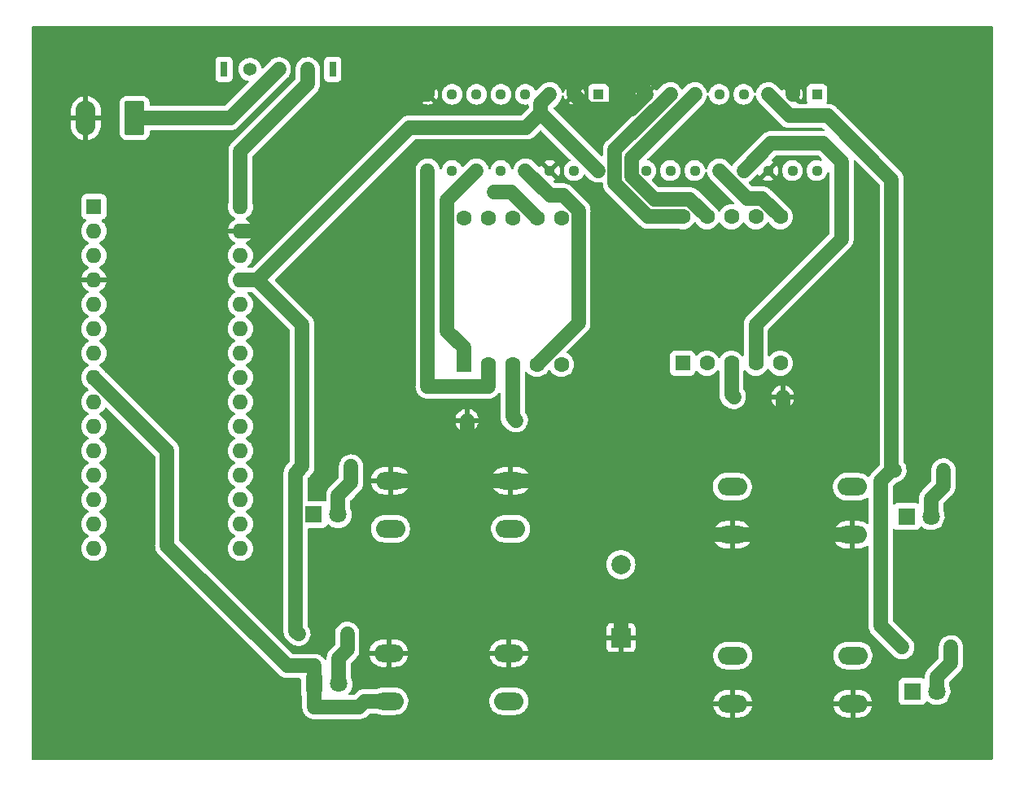
<source format=gbl>
G04 #@! TF.GenerationSoftware,KiCad,Pcbnew,(6.0.11)*
G04 #@! TF.CreationDate,2023-02-10T17:49:21-04:00*
G04 #@! TF.ProjectId,simon_dice_2_layer,73696d6f-6e5f-4646-9963-655f325f6c61,rev?*
G04 #@! TF.SameCoordinates,Original*
G04 #@! TF.FileFunction,Copper,L2,Bot*
G04 #@! TF.FilePolarity,Positive*
%FSLAX46Y46*%
G04 Gerber Fmt 4.6, Leading zero omitted, Abs format (unit mm)*
G04 Created by KiCad (PCBNEW (6.0.11)) date 2023-02-10 17:49:21*
%MOMM*%
%LPD*%
G01*
G04 APERTURE LIST*
G04 Aperture macros list*
%AMRoundRect*
0 Rectangle with rounded corners*
0 $1 Rounding radius*
0 $2 $3 $4 $5 $6 $7 $8 $9 X,Y pos of 4 corners*
0 Add a 4 corners polygon primitive as box body*
4,1,4,$2,$3,$4,$5,$6,$7,$8,$9,$2,$3,0*
0 Add four circle primitives for the rounded corners*
1,1,$1+$1,$2,$3*
1,1,$1+$1,$4,$5*
1,1,$1+$1,$6,$7*
1,1,$1+$1,$8,$9*
0 Add four rect primitives between the rounded corners*
20,1,$1+$1,$2,$3,$4,$5,0*
20,1,$1+$1,$4,$5,$6,$7,0*
20,1,$1+$1,$6,$7,$8,$9,0*
20,1,$1+$1,$8,$9,$2,$3,0*%
G04 Aperture macros list end*
G04 #@! TA.AperFunction,ComponentPad*
%ADD10C,1.400000*%
G04 #@! TD*
G04 #@! TA.AperFunction,ComponentPad*
%ADD11O,1.400000X1.400000*%
G04 #@! TD*
G04 #@! TA.AperFunction,ComponentPad*
%ADD12O,3.048000X1.850000*%
G04 #@! TD*
G04 #@! TA.AperFunction,ComponentPad*
%ADD13R,1.800000X1.800000*%
G04 #@! TD*
G04 #@! TA.AperFunction,ComponentPad*
%ADD14C,1.800000*%
G04 #@! TD*
G04 #@! TA.AperFunction,ComponentPad*
%ADD15R,1.600000X1.600000*%
G04 #@! TD*
G04 #@! TA.AperFunction,ComponentPad*
%ADD16C,1.600000*%
G04 #@! TD*
G04 #@! TA.AperFunction,ComponentPad*
%ADD17O,1.600000X1.600000*%
G04 #@! TD*
G04 #@! TA.AperFunction,WasherPad*
%ADD18R,0.800000X1.600000*%
G04 #@! TD*
G04 #@! TA.AperFunction,ComponentPad*
%ADD19C,1.362000*%
G04 #@! TD*
G04 #@! TA.AperFunction,ComponentPad*
%ADD20R,1.130000X1.130000*%
G04 #@! TD*
G04 #@! TA.AperFunction,ComponentPad*
%ADD21C,1.130000*%
G04 #@! TD*
G04 #@! TA.AperFunction,ComponentPad*
%ADD22RoundRect,0.249999X0.790001X1.550001X-0.790001X1.550001X-0.790001X-1.550001X0.790001X-1.550001X0*%
G04 #@! TD*
G04 #@! TA.AperFunction,ComponentPad*
%ADD23O,2.080000X3.600000*%
G04 #@! TD*
G04 #@! TA.AperFunction,ComponentPad*
%ADD24R,2.000000X2.000000*%
G04 #@! TD*
G04 #@! TA.AperFunction,ComponentPad*
%ADD25C,2.000000*%
G04 #@! TD*
G04 #@! TA.AperFunction,ViaPad*
%ADD26C,0.800000*%
G04 #@! TD*
G04 #@! TA.AperFunction,Conductor*
%ADD27C,1.500000*%
G04 #@! TD*
G04 APERTURE END LIST*
D10*
X171060000Y-89600000D03*
D11*
X176140000Y-89600000D03*
D12*
X147660000Y-116245000D03*
X135160000Y-116245000D03*
X147660000Y-121245000D03*
X135160000Y-121245000D03*
D13*
X127360000Y-101840000D03*
D14*
X129900000Y-101840000D03*
D10*
X148386800Y-92024200D03*
D11*
X143306800Y-92024200D03*
D12*
X183440000Y-121500000D03*
X170940000Y-121500000D03*
X183440000Y-116500000D03*
X170940000Y-116500000D03*
D13*
X189635000Y-120240000D03*
D14*
X192175000Y-120240000D03*
D10*
X126170000Y-96840000D03*
D11*
X131250000Y-96840000D03*
D12*
X170895000Y-103940000D03*
X183395000Y-103940000D03*
X183395000Y-98940000D03*
X170895000Y-98940000D03*
X135355000Y-98305000D03*
X147855000Y-98305000D03*
X135355000Y-103305000D03*
X147855000Y-103305000D03*
D10*
X188570000Y-115640000D03*
D11*
X193650000Y-115640000D03*
D15*
X142963700Y-86212300D03*
D16*
X145503700Y-86212300D03*
X148043700Y-86212300D03*
X150583700Y-86212300D03*
X153123700Y-86212300D03*
X153123700Y-70972300D03*
X150583700Y-70972300D03*
X148043700Y-70972300D03*
X145503700Y-70972300D03*
X142963700Y-70972300D03*
D15*
X104500000Y-69790000D03*
D17*
X104500000Y-72330000D03*
X104500000Y-74870000D03*
X104500000Y-77410000D03*
X104500000Y-79950000D03*
X104500000Y-82490000D03*
X104500000Y-85030000D03*
X104500000Y-87570000D03*
X104500000Y-90110000D03*
X104500000Y-92650000D03*
X104500000Y-95190000D03*
X104500000Y-97730000D03*
X104500000Y-100270000D03*
X104500000Y-102810000D03*
X104500000Y-105350000D03*
X119740000Y-105350000D03*
X119740000Y-102810000D03*
X119740000Y-100270000D03*
X119740000Y-97730000D03*
X119740000Y-95190000D03*
X119740000Y-92650000D03*
X119740000Y-90110000D03*
X119740000Y-87570000D03*
X119740000Y-85030000D03*
X119740000Y-82490000D03*
X119740000Y-79950000D03*
X119740000Y-77410000D03*
X119740000Y-74870000D03*
X119740000Y-72330000D03*
X119740000Y-69790000D03*
D18*
X129337500Y-55500000D03*
X118037500Y-55500000D03*
D19*
X126737500Y-55500000D03*
X123737500Y-55500000D03*
X120737500Y-55500000D03*
D10*
X187770000Y-97240000D03*
D11*
X192850000Y-97240000D03*
D20*
X179695000Y-58100000D03*
D21*
X177155000Y-58100000D03*
X174615000Y-58100000D03*
X172075000Y-58100000D03*
X169535000Y-58100000D03*
X166995000Y-58100000D03*
X164455000Y-58100000D03*
X161915000Y-58100000D03*
X161915000Y-66040000D03*
X164455000Y-66040000D03*
X166995000Y-66040000D03*
X169535000Y-66040000D03*
X172075000Y-66040000D03*
X174615000Y-66040000D03*
X177155000Y-66040000D03*
X179695000Y-66040000D03*
D10*
X125770000Y-114240000D03*
D11*
X130850000Y-114240000D03*
D20*
X156995000Y-58100000D03*
D21*
X154455000Y-58100000D03*
X151915000Y-58100000D03*
X149375000Y-58100000D03*
X146835000Y-58100000D03*
X144295000Y-58100000D03*
X141755000Y-58100000D03*
X139215000Y-58100000D03*
X139215000Y-66040000D03*
X141755000Y-66040000D03*
X144295000Y-66040000D03*
X146835000Y-66040000D03*
X149375000Y-66040000D03*
X151915000Y-66040000D03*
X154455000Y-66040000D03*
X156995000Y-66040000D03*
D15*
X165725000Y-86077500D03*
D16*
X168265000Y-86077500D03*
X170805000Y-86077500D03*
X173345000Y-86077500D03*
X175885000Y-86077500D03*
X175885000Y-70837500D03*
X173345000Y-70837500D03*
X170805000Y-70837500D03*
X168265000Y-70837500D03*
X165725000Y-70837500D03*
D22*
X108740000Y-60577500D03*
D23*
X103660000Y-60577500D03*
D24*
X159310000Y-114640000D03*
D25*
X159310000Y-107040000D03*
D13*
X189035000Y-102040000D03*
D14*
X191575000Y-102040000D03*
D13*
X127435000Y-119440000D03*
D14*
X129975000Y-119440000D03*
D26*
X146102800Y-68269000D03*
D27*
X126737500Y-55500000D02*
X126737500Y-57012500D01*
X119740000Y-64010000D02*
X119740000Y-69790000D01*
X126737500Y-57012500D02*
X119740000Y-64010000D01*
X160399600Y-59615400D02*
X155970400Y-59615400D01*
X159310000Y-112689700D02*
X161981500Y-110018200D01*
X139215000Y-58100000D02*
X135720300Y-58100000D01*
X119740000Y-72330000D02*
X121490300Y-72330000D01*
X161981500Y-106875300D02*
X161981500Y-105031500D01*
X176140000Y-103940000D02*
X183395000Y-103940000D01*
X176140000Y-89600000D02*
X176140000Y-91250300D01*
X170895000Y-103940000D02*
X172132200Y-103940000D01*
X143306800Y-98305000D02*
X143306800Y-92024200D01*
X161600000Y-55800000D02*
X161600000Y-57785000D01*
X176140000Y-103940000D02*
X176140000Y-91250300D01*
X172132200Y-103940000D02*
X176140000Y-103940000D01*
X177155000Y-55450000D02*
X161950000Y-55450000D01*
X154455000Y-58100000D02*
X154455000Y-55405000D01*
X161915000Y-58100000D02*
X160399600Y-59615400D01*
X159310000Y-114640000D02*
X159310000Y-112689700D01*
X161600000Y-57785000D02*
X161915000Y-58100000D01*
X161981500Y-106875300D02*
X165485400Y-106875300D01*
X147855000Y-98305000D02*
X143306800Y-98305000D01*
X154455000Y-55405000D02*
X154400000Y-55350000D01*
X177155000Y-58100000D02*
X177155000Y-55450000D01*
X135720300Y-58100000D02*
X121490300Y-72330000D01*
X155970400Y-59615400D02*
X154455000Y-58100000D01*
X161981500Y-105031500D02*
X155255000Y-98305000D01*
X161950000Y-55450000D02*
X161600000Y-55800000D01*
X135355000Y-98305000D02*
X147855000Y-98305000D01*
X139215000Y-55350000D02*
X139215000Y-58100000D01*
X161981500Y-110018200D02*
X161981500Y-106875300D01*
X154400000Y-55350000D02*
X139215000Y-55350000D01*
X165485400Y-106875300D02*
X168420700Y-103940000D01*
X155255000Y-98305000D02*
X147855000Y-98305000D01*
X170895000Y-103940000D02*
X168420700Y-103940000D01*
X127435000Y-117589700D02*
X127435000Y-119440000D01*
X132080700Y-121850000D02*
X132685700Y-121245000D01*
X127435000Y-119440000D02*
X127435000Y-121850000D01*
X112120000Y-105070000D02*
X124639700Y-117589700D01*
X124639700Y-117589700D02*
X127435000Y-117589700D01*
X112120000Y-95190000D02*
X112120000Y-105070000D01*
X132685700Y-121245000D02*
X135160000Y-121245000D01*
X104500000Y-87570000D02*
X112120000Y-95190000D01*
X127435000Y-121850000D02*
X132080700Y-121850000D01*
X149458400Y-61550000D02*
X150981700Y-60026700D01*
X119740000Y-77410000D02*
X121490300Y-77410000D01*
X188570000Y-115640000D02*
X186350000Y-113420000D01*
X125483200Y-97526800D02*
X126170000Y-96840000D01*
X186350000Y-98367300D02*
X187477300Y-97240000D01*
X125770000Y-114240000D02*
X125483200Y-113953200D01*
X150981700Y-59033300D02*
X151915000Y-58100000D01*
X126170000Y-82089700D02*
X121490300Y-77410000D01*
X174615000Y-58100000D02*
X176865000Y-60350000D01*
X137350300Y-61550000D02*
X149458400Y-61550000D01*
X121490300Y-77410000D02*
X137350300Y-61550000D01*
X125483200Y-113953200D02*
X125483200Y-97526800D01*
X150981700Y-60026700D02*
X156995000Y-66040000D01*
X187477300Y-66977300D02*
X187477300Y-97240000D01*
X187770000Y-97240000D02*
X187477300Y-97240000D01*
X126170000Y-96840000D02*
X126170000Y-82089700D01*
X150981700Y-60026700D02*
X150981700Y-59033300D01*
X180850000Y-60350000D02*
X187477300Y-66977300D01*
X186350000Y-113420000D02*
X186350000Y-98367300D01*
X176865000Y-60350000D02*
X180850000Y-60350000D01*
X130850000Y-114240000D02*
X130850000Y-115890300D01*
X129975000Y-116765300D02*
X130850000Y-115890300D01*
X129975000Y-119440000D02*
X129975000Y-116765300D01*
X192175000Y-118765300D02*
X192175000Y-120240000D01*
X193650000Y-117290300D02*
X192175000Y-118765300D01*
X193650000Y-115640000D02*
X193650000Y-117290300D01*
X192850000Y-97240000D02*
X192850000Y-98890300D01*
X191575000Y-102040000D02*
X191575000Y-100165300D01*
X191575000Y-100165300D02*
X192850000Y-98890300D01*
X129900000Y-99840300D02*
X129900000Y-101840000D01*
X131250000Y-98490300D02*
X129900000Y-99840300D01*
X131250000Y-96840000D02*
X131250000Y-98490300D01*
X170805000Y-89345000D02*
X171060000Y-89600000D01*
X170805000Y-86077500D02*
X170805000Y-89345000D01*
X139215000Y-88500000D02*
X145503700Y-88500000D01*
X145503700Y-88500000D02*
X145503700Y-86212300D01*
X139215000Y-66040000D02*
X139215000Y-88500000D01*
X146102800Y-68269000D02*
X147880400Y-68269000D01*
X147880400Y-68269000D02*
X150583700Y-70972300D01*
X142963700Y-86212300D02*
X142963700Y-84462000D01*
X141213400Y-82711700D02*
X142963700Y-84462000D01*
X141213400Y-69121600D02*
X141213400Y-82711700D01*
X144295000Y-66040000D02*
X141213400Y-69121600D01*
X149375000Y-66040000D02*
X151967700Y-68632700D01*
X154896700Y-81899300D02*
X150583700Y-86212300D01*
X154896700Y-70192600D02*
X154896700Y-81899300D01*
X153336800Y-68632700D02*
X154896700Y-70192600D01*
X151967700Y-68632700D02*
X153336800Y-68632700D01*
X160395600Y-64699400D02*
X166995000Y-58100000D01*
X168265000Y-70837500D02*
X166468500Y-69041000D01*
X160395600Y-66663600D02*
X160395600Y-64699400D01*
X162773000Y-69041000D02*
X160395600Y-66663600D01*
X166468500Y-69041000D02*
X162773000Y-69041000D01*
X162164800Y-70837500D02*
X158695300Y-67368000D01*
X165725000Y-70837500D02*
X162164800Y-70837500D01*
X158695300Y-67368000D02*
X158695300Y-63859700D01*
X158695300Y-63859700D02*
X164455000Y-58100000D01*
X173970000Y-68922500D02*
X175885000Y-70837500D01*
X172417500Y-68922500D02*
X173970000Y-68922500D01*
X169535000Y-66040000D02*
X172417500Y-68922500D01*
X180350000Y-63200000D02*
X174915000Y-63200000D01*
X182250000Y-73150000D02*
X182250000Y-65100000D01*
X174915000Y-63200000D02*
X172075000Y-66040000D01*
X173345000Y-82055000D02*
X182250000Y-73150000D01*
X182250000Y-65100000D02*
X180350000Y-63200000D01*
X173345000Y-86077500D02*
X173345000Y-82055000D01*
X118660000Y-60577500D02*
X123737500Y-55500000D01*
X108740000Y-60577500D02*
X118660000Y-60577500D01*
X148043700Y-86212300D02*
X148043700Y-91681100D01*
X148043700Y-91681100D02*
X148386800Y-92024200D01*
G04 #@! TA.AperFunction,Conductor*
G36*
X197943621Y-51018502D02*
G01*
X197990114Y-51072158D01*
X198001500Y-51124500D01*
X198001500Y-127255500D01*
X197981498Y-127323621D01*
X197927842Y-127370114D01*
X197875500Y-127381500D01*
X98144500Y-127381500D01*
X98076379Y-127361498D01*
X98029886Y-127307842D01*
X98018500Y-127255500D01*
X98018500Y-105350000D01*
X103186502Y-105350000D01*
X103206457Y-105578087D01*
X103207881Y-105583400D01*
X103207881Y-105583402D01*
X103261371Y-105783026D01*
X103265716Y-105799243D01*
X103268039Y-105804224D01*
X103268039Y-105804225D01*
X103360151Y-106001762D01*
X103360154Y-106001767D01*
X103362477Y-106006749D01*
X103365634Y-106011257D01*
X103463192Y-106150584D01*
X103493802Y-106194300D01*
X103655700Y-106356198D01*
X103660208Y-106359355D01*
X103660211Y-106359357D01*
X103738389Y-106414098D01*
X103843251Y-106487523D01*
X103848233Y-106489846D01*
X103848238Y-106489849D01*
X104045775Y-106581961D01*
X104050757Y-106584284D01*
X104056065Y-106585706D01*
X104056067Y-106585707D01*
X104266598Y-106642119D01*
X104266600Y-106642119D01*
X104271913Y-106643543D01*
X104500000Y-106663498D01*
X104728087Y-106643543D01*
X104733400Y-106642119D01*
X104733402Y-106642119D01*
X104943933Y-106585707D01*
X104943935Y-106585706D01*
X104949243Y-106584284D01*
X104954225Y-106581961D01*
X105151762Y-106489849D01*
X105151767Y-106489846D01*
X105156749Y-106487523D01*
X105261611Y-106414098D01*
X105339789Y-106359357D01*
X105339792Y-106359355D01*
X105344300Y-106356198D01*
X105506198Y-106194300D01*
X105536809Y-106150584D01*
X105634366Y-106011257D01*
X105637523Y-106006749D01*
X105639846Y-106001767D01*
X105639849Y-106001762D01*
X105731961Y-105804225D01*
X105731961Y-105804224D01*
X105734284Y-105799243D01*
X105738630Y-105783026D01*
X105792119Y-105583402D01*
X105792119Y-105583400D01*
X105793543Y-105578087D01*
X105813498Y-105350000D01*
X105793543Y-105121913D01*
X105766958Y-105022698D01*
X105735707Y-104906067D01*
X105735706Y-104906065D01*
X105734284Y-104900757D01*
X105652105Y-104724522D01*
X105639849Y-104698238D01*
X105639846Y-104698233D01*
X105637523Y-104693251D01*
X105539166Y-104552783D01*
X105509357Y-104510211D01*
X105509355Y-104510208D01*
X105506198Y-104505700D01*
X105344300Y-104343802D01*
X105339792Y-104340645D01*
X105339789Y-104340643D01*
X105250534Y-104278146D01*
X105156749Y-104212477D01*
X105151767Y-104210154D01*
X105151762Y-104210151D01*
X105117543Y-104194195D01*
X105064258Y-104147278D01*
X105044797Y-104079001D01*
X105065339Y-104011041D01*
X105117543Y-103965805D01*
X105151762Y-103949849D01*
X105151767Y-103949846D01*
X105156749Y-103947523D01*
X105285331Y-103857489D01*
X105339789Y-103819357D01*
X105339792Y-103819355D01*
X105344300Y-103816198D01*
X105506198Y-103654300D01*
X105637523Y-103466749D01*
X105639846Y-103461767D01*
X105639849Y-103461762D01*
X105731961Y-103264225D01*
X105731961Y-103264224D01*
X105734284Y-103259243D01*
X105737262Y-103248131D01*
X105792119Y-103043402D01*
X105792119Y-103043400D01*
X105793543Y-103038087D01*
X105813498Y-102810000D01*
X105793543Y-102581913D01*
X105788550Y-102563278D01*
X105735707Y-102366067D01*
X105735706Y-102366065D01*
X105734284Y-102360757D01*
X105723985Y-102338671D01*
X105639849Y-102158238D01*
X105639846Y-102158233D01*
X105637523Y-102153251D01*
X105555875Y-102036646D01*
X105509357Y-101970211D01*
X105509355Y-101970208D01*
X105506198Y-101965700D01*
X105344300Y-101803802D01*
X105339792Y-101800645D01*
X105339789Y-101800643D01*
X105261611Y-101745902D01*
X105156749Y-101672477D01*
X105151767Y-101670154D01*
X105151762Y-101670151D01*
X105117543Y-101654195D01*
X105064258Y-101607278D01*
X105044797Y-101539001D01*
X105065339Y-101471041D01*
X105117543Y-101425805D01*
X105151762Y-101409849D01*
X105151767Y-101409846D01*
X105156749Y-101407523D01*
X105261611Y-101334098D01*
X105339789Y-101279357D01*
X105339792Y-101279355D01*
X105344300Y-101276198D01*
X105506198Y-101114300D01*
X105637523Y-100926749D01*
X105639846Y-100921767D01*
X105639849Y-100921762D01*
X105731961Y-100724225D01*
X105731961Y-100724224D01*
X105734284Y-100719243D01*
X105742285Y-100689385D01*
X105792119Y-100503402D01*
X105792119Y-100503400D01*
X105793543Y-100498087D01*
X105813498Y-100270000D01*
X105793543Y-100041913D01*
X105792119Y-100036598D01*
X105735707Y-99826067D01*
X105735706Y-99826065D01*
X105734284Y-99820757D01*
X105706016Y-99760136D01*
X105639849Y-99618238D01*
X105639846Y-99618233D01*
X105637523Y-99613251D01*
X105544620Y-99480572D01*
X105509357Y-99430211D01*
X105509355Y-99430208D01*
X105506198Y-99425700D01*
X105344300Y-99263802D01*
X105339792Y-99260645D01*
X105339789Y-99260643D01*
X105241099Y-99191540D01*
X105156749Y-99132477D01*
X105151767Y-99130154D01*
X105151762Y-99130151D01*
X105117543Y-99114195D01*
X105064258Y-99067278D01*
X105044797Y-98999001D01*
X105065339Y-98931041D01*
X105117543Y-98885805D01*
X105151762Y-98869849D01*
X105151767Y-98869846D01*
X105156749Y-98867523D01*
X105261611Y-98794098D01*
X105339789Y-98739357D01*
X105339792Y-98739355D01*
X105344300Y-98736198D01*
X105506198Y-98574300D01*
X105512805Y-98564865D01*
X105610168Y-98425816D01*
X105637523Y-98386749D01*
X105639846Y-98381767D01*
X105639849Y-98381762D01*
X105731961Y-98184225D01*
X105731961Y-98184224D01*
X105734284Y-98179243D01*
X105769418Y-98048124D01*
X105792119Y-97963402D01*
X105792119Y-97963400D01*
X105793543Y-97958087D01*
X105813498Y-97730000D01*
X105793543Y-97501913D01*
X105789405Y-97486469D01*
X105735707Y-97286067D01*
X105735706Y-97286065D01*
X105734284Y-97280757D01*
X105699386Y-97205917D01*
X105639849Y-97078238D01*
X105639846Y-97078233D01*
X105637523Y-97073251D01*
X105550098Y-96948396D01*
X105509357Y-96890211D01*
X105509355Y-96890208D01*
X105506198Y-96885700D01*
X105344300Y-96723802D01*
X105339792Y-96720645D01*
X105339789Y-96720643D01*
X105248846Y-96656964D01*
X105156749Y-96592477D01*
X105151767Y-96590154D01*
X105151762Y-96590151D01*
X105117543Y-96574195D01*
X105064258Y-96527278D01*
X105044797Y-96459001D01*
X105065339Y-96391041D01*
X105117543Y-96345805D01*
X105151762Y-96329849D01*
X105151767Y-96329846D01*
X105156749Y-96327523D01*
X105336237Y-96201844D01*
X105339789Y-96199357D01*
X105339792Y-96199355D01*
X105344300Y-96196198D01*
X105506198Y-96034300D01*
X105526242Y-96005675D01*
X105629639Y-95858008D01*
X105637523Y-95846749D01*
X105639846Y-95841767D01*
X105639849Y-95841762D01*
X105731961Y-95644225D01*
X105731961Y-95644224D01*
X105734284Y-95639243D01*
X105793543Y-95418087D01*
X105813498Y-95190000D01*
X105793543Y-94961913D01*
X105792119Y-94956598D01*
X105735707Y-94746067D01*
X105735706Y-94746065D01*
X105734284Y-94740757D01*
X105667740Y-94598051D01*
X105639849Y-94538238D01*
X105639846Y-94538233D01*
X105637523Y-94533251D01*
X105529803Y-94379411D01*
X105509357Y-94350211D01*
X105509355Y-94350208D01*
X105506198Y-94345700D01*
X105344300Y-94183802D01*
X105339792Y-94180645D01*
X105339789Y-94180643D01*
X105261611Y-94125902D01*
X105156749Y-94052477D01*
X105151767Y-94050154D01*
X105151762Y-94050151D01*
X105117543Y-94034195D01*
X105064258Y-93987278D01*
X105044797Y-93919001D01*
X105065339Y-93851041D01*
X105117543Y-93805805D01*
X105151762Y-93789849D01*
X105151767Y-93789846D01*
X105156749Y-93787523D01*
X105261611Y-93714098D01*
X105339789Y-93659357D01*
X105339792Y-93659355D01*
X105344300Y-93656198D01*
X105506198Y-93494300D01*
X105637523Y-93306749D01*
X105639846Y-93301767D01*
X105639849Y-93301762D01*
X105731961Y-93104225D01*
X105731961Y-93104224D01*
X105734284Y-93099243D01*
X105745284Y-93058193D01*
X105792119Y-92883402D01*
X105792119Y-92883400D01*
X105793543Y-92878087D01*
X105813498Y-92650000D01*
X105793543Y-92421913D01*
X105786689Y-92396332D01*
X105735707Y-92206067D01*
X105735706Y-92206065D01*
X105734284Y-92200757D01*
X105697350Y-92121551D01*
X105639849Y-91998238D01*
X105639846Y-91998233D01*
X105637523Y-91993251D01*
X105557131Y-91878440D01*
X105509357Y-91810211D01*
X105509355Y-91810208D01*
X105506198Y-91805700D01*
X105344300Y-91643802D01*
X105339792Y-91640645D01*
X105339789Y-91640643D01*
X105261611Y-91585902D01*
X105156749Y-91512477D01*
X105151767Y-91510154D01*
X105151762Y-91510151D01*
X105117543Y-91494195D01*
X105064258Y-91447278D01*
X105044797Y-91379001D01*
X105065339Y-91311041D01*
X105117543Y-91265805D01*
X105151762Y-91249849D01*
X105151767Y-91249846D01*
X105156749Y-91247523D01*
X105323341Y-91130874D01*
X105339789Y-91119357D01*
X105339792Y-91119355D01*
X105344300Y-91116198D01*
X105506198Y-90954300D01*
X105555919Y-90883292D01*
X105576000Y-90854612D01*
X105637523Y-90766749D01*
X105639846Y-90761767D01*
X105639849Y-90761762D01*
X105650340Y-90739263D01*
X105697258Y-90685978D01*
X105765535Y-90666517D01*
X105833495Y-90687059D01*
X105853630Y-90703418D01*
X110824595Y-95674383D01*
X110858621Y-95736695D01*
X110861500Y-95763478D01*
X110861500Y-104978604D01*
X110860422Y-104995051D01*
X110857521Y-105017086D01*
X110857786Y-105022698D01*
X110861360Y-105098488D01*
X110861500Y-105104424D01*
X110861500Y-105126999D01*
X110861750Y-105129796D01*
X110863819Y-105152988D01*
X110864178Y-105158248D01*
X110868104Y-105241488D01*
X110869354Y-105246947D01*
X110869355Y-105246952D01*
X110872108Y-105258970D01*
X110874789Y-105275899D01*
X110876383Y-105293762D01*
X110877865Y-105299178D01*
X110877865Y-105299180D01*
X110898370Y-105374133D01*
X110899656Y-105379251D01*
X110918258Y-105460470D01*
X110920460Y-105465632D01*
X110925294Y-105476967D01*
X110930927Y-105493142D01*
X110935663Y-105510451D01*
X110938079Y-105515516D01*
X110971539Y-105585667D01*
X110973710Y-105590476D01*
X110978154Y-105600895D01*
X111006397Y-105667109D01*
X111016251Y-105682110D01*
X111024654Y-105697025D01*
X111032378Y-105713218D01*
X111035648Y-105717769D01*
X111035650Y-105717772D01*
X111080999Y-105780881D01*
X111083989Y-105785232D01*
X111127196Y-105851010D01*
X111127202Y-105851018D01*
X111129735Y-105854874D01*
X111148257Y-105875662D01*
X111156490Y-105885939D01*
X111163471Y-105895654D01*
X111167498Y-105899556D01*
X111240255Y-105970063D01*
X111241665Y-105971452D01*
X123685175Y-118414963D01*
X123696042Y-118427353D01*
X123709577Y-118444992D01*
X123769494Y-118499512D01*
X123769874Y-118499858D01*
X123774169Y-118503957D01*
X123790111Y-118519899D01*
X123792258Y-118521694D01*
X123792260Y-118521696D01*
X123810124Y-118536633D01*
X123814099Y-118540101D01*
X123871588Y-118592412D01*
X123871597Y-118592419D01*
X123875736Y-118596185D01*
X123880482Y-118599162D01*
X123880483Y-118599163D01*
X123890925Y-118605713D01*
X123904793Y-118615789D01*
X123914249Y-118623696D01*
X123914259Y-118623703D01*
X123918554Y-118627294D01*
X123990940Y-118668582D01*
X123995468Y-118671292D01*
X124061296Y-118712586D01*
X124061299Y-118712588D01*
X124066044Y-118715564D01*
X124071249Y-118717657D01*
X124071252Y-118717658D01*
X124082679Y-118722252D01*
X124098111Y-118729712D01*
X124108819Y-118735820D01*
X124108828Y-118735824D01*
X124113693Y-118738599D01*
X124118970Y-118740468D01*
X124118975Y-118740470D01*
X124192242Y-118766415D01*
X124197178Y-118768280D01*
X124274483Y-118799356D01*
X124279970Y-118800492D01*
X124279972Y-118800493D01*
X124292049Y-118802994D01*
X124308544Y-118807599D01*
X124325459Y-118813589D01*
X124330996Y-118814496D01*
X124330997Y-118814496D01*
X124407691Y-118827055D01*
X124412881Y-118828017D01*
X124489946Y-118843977D01*
X124489950Y-118843978D01*
X124494467Y-118844913D01*
X124499076Y-118845179D01*
X124499078Y-118845179D01*
X124522248Y-118846515D01*
X124535353Y-118847962D01*
X124541610Y-118848986D01*
X124541617Y-118848986D01*
X124547158Y-118849894D01*
X124552771Y-118849806D01*
X124552773Y-118849806D01*
X124653994Y-118848216D01*
X124655973Y-118848200D01*
X125900500Y-118848200D01*
X125968621Y-118868202D01*
X126015114Y-118921858D01*
X126026500Y-118974200D01*
X126026500Y-120388134D01*
X126033255Y-120450316D01*
X126084385Y-120586705D01*
X126089771Y-120593891D01*
X126151326Y-120676024D01*
X126176174Y-120742530D01*
X126176500Y-120751589D01*
X126176500Y-121808654D01*
X126176291Y-121815907D01*
X126173047Y-121872180D01*
X126172037Y-121889690D01*
X126182920Y-121979628D01*
X126183330Y-121983531D01*
X126191383Y-122073762D01*
X126192864Y-122079175D01*
X126194192Y-122084030D01*
X126197744Y-122102137D01*
X126198350Y-122107141D01*
X126198351Y-122107146D01*
X126199025Y-122112715D01*
X126225675Y-122199342D01*
X126226764Y-122203092D01*
X126250663Y-122290451D01*
X126253079Y-122295517D01*
X126253080Y-122295519D01*
X126255249Y-122300067D01*
X126261948Y-122317249D01*
X126265082Y-122327435D01*
X126306656Y-122407984D01*
X126308364Y-122411425D01*
X126347378Y-122493218D01*
X126350650Y-122497772D01*
X126350652Y-122497775D01*
X126353591Y-122501865D01*
X126363228Y-122517591D01*
X126368118Y-122527064D01*
X126371534Y-122531516D01*
X126371536Y-122531519D01*
X126423268Y-122598938D01*
X126425617Y-122602100D01*
X126438752Y-122620379D01*
X126475195Y-122671096D01*
X126475199Y-122671101D01*
X126478471Y-122675654D01*
X126482505Y-122679563D01*
X126486117Y-122683064D01*
X126498390Y-122696839D01*
X126501458Y-122700837D01*
X126501462Y-122700841D01*
X126504877Y-122705292D01*
X126509023Y-122709065D01*
X126509028Y-122709070D01*
X126571871Y-122766252D01*
X126574756Y-122768961D01*
X126616898Y-122809799D01*
X126639799Y-122831992D01*
X126648639Y-122837932D01*
X126663161Y-122849319D01*
X126664845Y-122850851D01*
X126671036Y-122856485D01*
X126747732Y-122904596D01*
X126751050Y-122906751D01*
X126808483Y-122945343D01*
X126826262Y-122957290D01*
X126836014Y-122961570D01*
X126852336Y-122970213D01*
X126856593Y-122972884D01*
X126856597Y-122972886D01*
X126861344Y-122975864D01*
X126866544Y-122977954D01*
X126866555Y-122977960D01*
X126945380Y-123009647D01*
X126949030Y-123011181D01*
X127026831Y-123045334D01*
X127026837Y-123045336D01*
X127031967Y-123047588D01*
X127037415Y-123048896D01*
X127037418Y-123048897D01*
X127040097Y-123049540D01*
X127042328Y-123050075D01*
X127059902Y-123055684D01*
X127069783Y-123059656D01*
X127124226Y-123070931D01*
X127158451Y-123078019D01*
X127162313Y-123078882D01*
X127244962Y-123098724D01*
X127244964Y-123098724D01*
X127250411Y-123100032D01*
X127256004Y-123100355D01*
X127256007Y-123100355D01*
X127259779Y-123100572D01*
X127261042Y-123100645D01*
X127279340Y-123103054D01*
X127285239Y-123104276D01*
X127285247Y-123104277D01*
X127289767Y-123105213D01*
X127323543Y-123107160D01*
X127344952Y-123108395D01*
X127344956Y-123108395D01*
X127346775Y-123108500D01*
X127393654Y-123108500D01*
X127400907Y-123108709D01*
X127474690Y-123112963D01*
X127480257Y-123112289D01*
X127480268Y-123112289D01*
X127504035Y-123109413D01*
X127519172Y-123108500D01*
X131989304Y-123108500D01*
X132005751Y-123109578D01*
X132022216Y-123111746D01*
X132022220Y-123111746D01*
X132027786Y-123112479D01*
X132109189Y-123108640D01*
X132115124Y-123108500D01*
X132137699Y-123108500D01*
X132163689Y-123106181D01*
X132168948Y-123105822D01*
X132252188Y-123101896D01*
X132257647Y-123100646D01*
X132257652Y-123100645D01*
X132269670Y-123097892D01*
X132286599Y-123095211D01*
X132304462Y-123093617D01*
X132309878Y-123092135D01*
X132309880Y-123092135D01*
X132384833Y-123071630D01*
X132389951Y-123070344D01*
X132465700Y-123052995D01*
X132465702Y-123052994D01*
X132471170Y-123051742D01*
X132486194Y-123045334D01*
X132487667Y-123044706D01*
X132503842Y-123039073D01*
X132515739Y-123035818D01*
X132515743Y-123035817D01*
X132521151Y-123034337D01*
X132596367Y-122998461D01*
X132601176Y-122996290D01*
X132672649Y-122965804D01*
X132672650Y-122965804D01*
X132677809Y-122963603D01*
X132692810Y-122953749D01*
X132707725Y-122945346D01*
X132723918Y-122937622D01*
X132728469Y-122934352D01*
X132728472Y-122934350D01*
X132791581Y-122889001D01*
X132795932Y-122886011D01*
X132861710Y-122842804D01*
X132861718Y-122842798D01*
X132865574Y-122840265D01*
X132886362Y-122821743D01*
X132896639Y-122813510D01*
X132906354Y-122806529D01*
X132980760Y-122729748D01*
X132982149Y-122728338D01*
X133170082Y-122540405D01*
X133232394Y-122506379D01*
X133259177Y-122503500D01*
X133839509Y-122503500D01*
X133892557Y-122515211D01*
X134064319Y-122594941D01*
X134291468Y-122657935D01*
X134296605Y-122658484D01*
X134480563Y-122678144D01*
X134480571Y-122678144D01*
X134483898Y-122678500D01*
X135818757Y-122678500D01*
X135821330Y-122678288D01*
X135821341Y-122678288D01*
X135988779Y-122664522D01*
X135988785Y-122664521D01*
X135993930Y-122664098D01*
X136222551Y-122606673D01*
X136438723Y-122512678D01*
X136636641Y-122384640D01*
X136660581Y-122362857D01*
X136807167Y-122229473D01*
X136807168Y-122229471D01*
X136810989Y-122225995D01*
X136814188Y-122221944D01*
X136814192Y-122221940D01*
X136953883Y-122045061D01*
X136953885Y-122045057D01*
X136957085Y-122041006D01*
X137071005Y-121834639D01*
X137073314Y-121828121D01*
X137147965Y-121617311D01*
X137147966Y-121617307D01*
X137149691Y-121612436D01*
X137152220Y-121598240D01*
X137190123Y-121385456D01*
X137190124Y-121385450D01*
X137191029Y-121380367D01*
X137191457Y-121345339D01*
X145626091Y-121345339D01*
X145661747Y-121578349D01*
X145734980Y-121802407D01*
X145843825Y-122011496D01*
X145846928Y-122015629D01*
X145846930Y-122015632D01*
X145894640Y-122079175D01*
X145985358Y-122200000D01*
X145989096Y-122203572D01*
X146123925Y-122332418D01*
X146155777Y-122362857D01*
X146350508Y-122495693D01*
X146355192Y-122497867D01*
X146355195Y-122497869D01*
X146559628Y-122592764D01*
X146559633Y-122592766D01*
X146564319Y-122594941D01*
X146791468Y-122657935D01*
X146796605Y-122658484D01*
X146980563Y-122678144D01*
X146980571Y-122678144D01*
X146983898Y-122678500D01*
X148318757Y-122678500D01*
X148321330Y-122678288D01*
X148321341Y-122678288D01*
X148488779Y-122664522D01*
X148488785Y-122664521D01*
X148493930Y-122664098D01*
X148722551Y-122606673D01*
X148938723Y-122512678D01*
X149136641Y-122384640D01*
X149160581Y-122362857D01*
X149307167Y-122229473D01*
X149307168Y-122229471D01*
X149310989Y-122225995D01*
X149314188Y-122221944D01*
X149314192Y-122221940D01*
X149453883Y-122045061D01*
X149453885Y-122045057D01*
X149457085Y-122041006D01*
X149571005Y-121834639D01*
X149573314Y-121828121D01*
X149593119Y-121772194D01*
X168932895Y-121772194D01*
X168941453Y-121828121D01*
X168943841Y-121838146D01*
X169013836Y-122052295D01*
X169017833Y-122061804D01*
X169121861Y-122261640D01*
X169127355Y-122270365D01*
X169262628Y-122450532D01*
X169269471Y-122458239D01*
X169432356Y-122613896D01*
X169440362Y-122620379D01*
X169626485Y-122747343D01*
X169635444Y-122752432D01*
X169839807Y-122847294D01*
X169849475Y-122850851D01*
X170066580Y-122911060D01*
X170076699Y-122912991D01*
X170260595Y-122932644D01*
X170267287Y-122933000D01*
X170667885Y-122933000D01*
X170683124Y-122928525D01*
X170684329Y-122927135D01*
X170686000Y-122919452D01*
X170686000Y-122914885D01*
X171194000Y-122914885D01*
X171198475Y-122930124D01*
X171199865Y-122931329D01*
X171207548Y-122933000D01*
X171596145Y-122933000D01*
X171601318Y-122932788D01*
X171768687Y-122919027D01*
X171778867Y-122917342D01*
X171997377Y-122862456D01*
X172007128Y-122859136D01*
X172213749Y-122769296D01*
X172222824Y-122764430D01*
X172411990Y-122642052D01*
X172420161Y-122635760D01*
X172586800Y-122484131D01*
X172593825Y-122476598D01*
X172733466Y-122299782D01*
X172739162Y-122291209D01*
X172848052Y-122093955D01*
X172852273Y-122084560D01*
X172927481Y-121872180D01*
X172930113Y-121862217D01*
X172946148Y-121772194D01*
X181432895Y-121772194D01*
X181441453Y-121828121D01*
X181443841Y-121838146D01*
X181513836Y-122052295D01*
X181517833Y-122061804D01*
X181621861Y-122261640D01*
X181627355Y-122270365D01*
X181762628Y-122450532D01*
X181769471Y-122458239D01*
X181932356Y-122613896D01*
X181940362Y-122620379D01*
X182126485Y-122747343D01*
X182135444Y-122752432D01*
X182339807Y-122847294D01*
X182349475Y-122850851D01*
X182566580Y-122911060D01*
X182576699Y-122912991D01*
X182760595Y-122932644D01*
X182767287Y-122933000D01*
X183167885Y-122933000D01*
X183183124Y-122928525D01*
X183184329Y-122927135D01*
X183186000Y-122919452D01*
X183186000Y-122914885D01*
X183694000Y-122914885D01*
X183698475Y-122930124D01*
X183699865Y-122931329D01*
X183707548Y-122933000D01*
X184096145Y-122933000D01*
X184101318Y-122932788D01*
X184268687Y-122919027D01*
X184278867Y-122917342D01*
X184497377Y-122862456D01*
X184507128Y-122859136D01*
X184713749Y-122769296D01*
X184722824Y-122764430D01*
X184911990Y-122642052D01*
X184920161Y-122635760D01*
X185086800Y-122484131D01*
X185093825Y-122476598D01*
X185233466Y-122299782D01*
X185239162Y-122291209D01*
X185348052Y-122093955D01*
X185352273Y-122084560D01*
X185427481Y-121872180D01*
X185430113Y-121862217D01*
X185446212Y-121771837D01*
X185444752Y-121758540D01*
X185430197Y-121754000D01*
X183712115Y-121754000D01*
X183696876Y-121758475D01*
X183695671Y-121759865D01*
X183694000Y-121767548D01*
X183694000Y-122914885D01*
X183186000Y-122914885D01*
X183186000Y-121772115D01*
X183181525Y-121756876D01*
X183180135Y-121755671D01*
X183172452Y-121754000D01*
X181448226Y-121754000D01*
X181434882Y-121757918D01*
X181432895Y-121772194D01*
X172946148Y-121772194D01*
X172946212Y-121771837D01*
X172944752Y-121758540D01*
X172930197Y-121754000D01*
X171212115Y-121754000D01*
X171196876Y-121758475D01*
X171195671Y-121759865D01*
X171194000Y-121767548D01*
X171194000Y-122914885D01*
X170686000Y-122914885D01*
X170686000Y-121772115D01*
X170681525Y-121756876D01*
X170680135Y-121755671D01*
X170672452Y-121754000D01*
X168948226Y-121754000D01*
X168934882Y-121757918D01*
X168932895Y-121772194D01*
X149593119Y-121772194D01*
X149647965Y-121617311D01*
X149647966Y-121617307D01*
X149649691Y-121612436D01*
X149652220Y-121598240D01*
X149690123Y-121385456D01*
X149690124Y-121385450D01*
X149691029Y-121380367D01*
X149692719Y-121242082D01*
X149692889Y-121228163D01*
X168933788Y-121228163D01*
X168935248Y-121241460D01*
X168949803Y-121246000D01*
X170667885Y-121246000D01*
X170683124Y-121241525D01*
X170684329Y-121240135D01*
X170686000Y-121232452D01*
X170686000Y-121227885D01*
X171194000Y-121227885D01*
X171198475Y-121243124D01*
X171199865Y-121244329D01*
X171207548Y-121246000D01*
X172931774Y-121246000D01*
X172945118Y-121242082D01*
X172947055Y-121228163D01*
X181433788Y-121228163D01*
X181435248Y-121241460D01*
X181449803Y-121246000D01*
X183167885Y-121246000D01*
X183183124Y-121241525D01*
X183184329Y-121240135D01*
X183186000Y-121232452D01*
X183186000Y-121227885D01*
X183694000Y-121227885D01*
X183698475Y-121243124D01*
X183699865Y-121244329D01*
X183707548Y-121246000D01*
X185431774Y-121246000D01*
X185445118Y-121242082D01*
X185447105Y-121227806D01*
X185441034Y-121188134D01*
X188226500Y-121188134D01*
X188233255Y-121250316D01*
X188284385Y-121386705D01*
X188371739Y-121503261D01*
X188488295Y-121590615D01*
X188624684Y-121641745D01*
X188686866Y-121648500D01*
X190583134Y-121648500D01*
X190645316Y-121641745D01*
X190781705Y-121590615D01*
X190898261Y-121503261D01*
X190985615Y-121386705D01*
X191010180Y-121321178D01*
X191052822Y-121264414D01*
X191119383Y-121239714D01*
X191188732Y-121254921D01*
X191208647Y-121268464D01*
X191337215Y-121375203D01*
X191364349Y-121397730D01*
X191564322Y-121514584D01*
X191780694Y-121597209D01*
X191785760Y-121598240D01*
X191785761Y-121598240D01*
X191830489Y-121607340D01*
X192007656Y-121643385D01*
X192137089Y-121648131D01*
X192233949Y-121651683D01*
X192233953Y-121651683D01*
X192239113Y-121651872D01*
X192244233Y-121651216D01*
X192244235Y-121651216D01*
X192318166Y-121641745D01*
X192468847Y-121622442D01*
X192473795Y-121620957D01*
X192473802Y-121620956D01*
X192685747Y-121557369D01*
X192690690Y-121555886D01*
X192771236Y-121516427D01*
X192894049Y-121456262D01*
X192894052Y-121456260D01*
X192898684Y-121453991D01*
X193087243Y-121319494D01*
X193251303Y-121156005D01*
X193259455Y-121144661D01*
X193302248Y-121085108D01*
X193386458Y-120967917D01*
X193396448Y-120947705D01*
X193486784Y-120764922D01*
X193486785Y-120764920D01*
X193489078Y-120760280D01*
X193556408Y-120538671D01*
X193586640Y-120309041D01*
X193587515Y-120273251D01*
X193588245Y-120243365D01*
X193588245Y-120243361D01*
X193588327Y-120240000D01*
X193579217Y-120129196D01*
X193569773Y-120014318D01*
X193569772Y-120014312D01*
X193569349Y-120009167D01*
X193537424Y-119882068D01*
X193514184Y-119789544D01*
X193514183Y-119789540D01*
X193512925Y-119784533D01*
X193490755Y-119733544D01*
X193443950Y-119625901D01*
X193433500Y-119575659D01*
X193433500Y-119338777D01*
X193453502Y-119270656D01*
X193470405Y-119249682D01*
X193964088Y-118756000D01*
X194475263Y-118244825D01*
X194487654Y-118233957D01*
X194500841Y-118223838D01*
X194505292Y-118220423D01*
X194509065Y-118216277D01*
X194509070Y-118216272D01*
X194560149Y-118160136D01*
X194564247Y-118155841D01*
X194580198Y-118139890D01*
X194595936Y-118121068D01*
X194596932Y-118119877D01*
X194600400Y-118115902D01*
X194652712Y-118058412D01*
X194652719Y-118058403D01*
X194656485Y-118054264D01*
X194666014Y-118039073D01*
X194676089Y-118025207D01*
X194683996Y-118015751D01*
X194684003Y-118015741D01*
X194687594Y-118011446D01*
X194728887Y-117939052D01*
X194731592Y-117934532D01*
X194732240Y-117933500D01*
X194753405Y-117899759D01*
X194772886Y-117868704D01*
X194772888Y-117868701D01*
X194775864Y-117863956D01*
X194780943Y-117851323D01*
X194782552Y-117847321D01*
X194790012Y-117831889D01*
X194796120Y-117821181D01*
X194796124Y-117821172D01*
X194798899Y-117816307D01*
X194800768Y-117811030D01*
X194800770Y-117811025D01*
X194826715Y-117737758D01*
X194828580Y-117732822D01*
X194857566Y-117660716D01*
X194859656Y-117655517D01*
X194862363Y-117642449D01*
X194863294Y-117637951D01*
X194867899Y-117621456D01*
X194873889Y-117604541D01*
X194887359Y-117522290D01*
X194888319Y-117517111D01*
X194904276Y-117440058D01*
X194904276Y-117440057D01*
X194905213Y-117435533D01*
X194906815Y-117407752D01*
X194908262Y-117394647D01*
X194909286Y-117388390D01*
X194909286Y-117388386D01*
X194910194Y-117382843D01*
X194909929Y-117365938D01*
X194908516Y-117276036D01*
X194908500Y-117274057D01*
X194908500Y-115583001D01*
X194905551Y-115549952D01*
X194898282Y-115468512D01*
X194893617Y-115416238D01*
X194885267Y-115385714D01*
X194847354Y-115247131D01*
X194834337Y-115199549D01*
X194820338Y-115170198D01*
X194773285Y-115071551D01*
X194737622Y-114996782D01*
X194606529Y-114814346D01*
X194455958Y-114668432D01*
X194449229Y-114661911D01*
X194449226Y-114661909D01*
X194445201Y-114658008D01*
X194258738Y-114532710D01*
X194053033Y-114442412D01*
X194047582Y-114441103D01*
X194047578Y-114441102D01*
X193840046Y-114391278D01*
X193840045Y-114391278D01*
X193834589Y-114389968D01*
X193736785Y-114384329D01*
X193615917Y-114377360D01*
X193615914Y-114377360D01*
X193610310Y-114377037D01*
X193387285Y-114404025D01*
X193172565Y-114470082D01*
X193167585Y-114472652D01*
X193167581Y-114472654D01*
X193008060Y-114554989D01*
X192972936Y-114573118D01*
X192794708Y-114709877D01*
X192643515Y-114876036D01*
X192640537Y-114880783D01*
X192640535Y-114880786D01*
X192620883Y-114912115D01*
X192524136Y-115066344D01*
X192440344Y-115274783D01*
X192394787Y-115494767D01*
X192394521Y-115499378D01*
X192394521Y-115499379D01*
X192392097Y-115541428D01*
X192391500Y-115551775D01*
X192391500Y-116716823D01*
X192371498Y-116784944D01*
X192354595Y-116805918D01*
X191833527Y-117326985D01*
X191349737Y-117810775D01*
X191337347Y-117821642D01*
X191319708Y-117835177D01*
X191315935Y-117839323D01*
X191315930Y-117839328D01*
X191264851Y-117895464D01*
X191260753Y-117899759D01*
X191244802Y-117915710D01*
X191243007Y-117917857D01*
X191243005Y-117917859D01*
X191228068Y-117935723D01*
X191224600Y-117939698D01*
X191172288Y-117997188D01*
X191172281Y-117997197D01*
X191168515Y-118001336D01*
X191159473Y-118015751D01*
X191158987Y-118016525D01*
X191148911Y-118030393D01*
X191141004Y-118039849D01*
X191140997Y-118039859D01*
X191137406Y-118044154D01*
X191096482Y-118115902D01*
X191096118Y-118116540D01*
X191093408Y-118121068D01*
X191070273Y-118157949D01*
X191049136Y-118191644D01*
X191047043Y-118196849D01*
X191047042Y-118196852D01*
X191042448Y-118208279D01*
X191034988Y-118223711D01*
X191028880Y-118234419D01*
X191028876Y-118234428D01*
X191026101Y-118239293D01*
X191024232Y-118244570D01*
X191024230Y-118244575D01*
X190998285Y-118317842D01*
X190996420Y-118322778D01*
X190965344Y-118400083D01*
X190964208Y-118405570D01*
X190964207Y-118405572D01*
X190961706Y-118417649D01*
X190957101Y-118434144D01*
X190951111Y-118451059D01*
X190950204Y-118456598D01*
X190937643Y-118533301D01*
X190936681Y-118538489D01*
X190922760Y-118605713D01*
X190919787Y-118620067D01*
X190919521Y-118624679D01*
X190919521Y-118624680D01*
X190918185Y-118647848D01*
X190916738Y-118660953D01*
X190915714Y-118667210D01*
X190914806Y-118672757D01*
X190915841Y-118738599D01*
X190916114Y-118756000D01*
X190897185Y-118824427D01*
X190844267Y-118871757D01*
X190774160Y-118882964D01*
X190745901Y-118875962D01*
X190652718Y-118841029D01*
X190652712Y-118841027D01*
X190645316Y-118838255D01*
X190583134Y-118831500D01*
X188686866Y-118831500D01*
X188624684Y-118838255D01*
X188488295Y-118889385D01*
X188371739Y-118976739D01*
X188284385Y-119093295D01*
X188233255Y-119229684D01*
X188226500Y-119291866D01*
X188226500Y-121188134D01*
X185441034Y-121188134D01*
X185438547Y-121171879D01*
X185436159Y-121161854D01*
X185366164Y-120947705D01*
X185362167Y-120938196D01*
X185258139Y-120738360D01*
X185252645Y-120729635D01*
X185117372Y-120549468D01*
X185110529Y-120541761D01*
X184947644Y-120386104D01*
X184939638Y-120379621D01*
X184753515Y-120252657D01*
X184744556Y-120247568D01*
X184540193Y-120152706D01*
X184530525Y-120149149D01*
X184313420Y-120088940D01*
X184303301Y-120087009D01*
X184119405Y-120067356D01*
X184112713Y-120067000D01*
X183712115Y-120067000D01*
X183696876Y-120071475D01*
X183695671Y-120072865D01*
X183694000Y-120080548D01*
X183694000Y-121227885D01*
X183186000Y-121227885D01*
X183186000Y-120085115D01*
X183181525Y-120069876D01*
X183180135Y-120068671D01*
X183172452Y-120067000D01*
X182783855Y-120067000D01*
X182778682Y-120067212D01*
X182611313Y-120080973D01*
X182601133Y-120082658D01*
X182382623Y-120137544D01*
X182372872Y-120140864D01*
X182166251Y-120230704D01*
X182157176Y-120235570D01*
X181968010Y-120357948D01*
X181959839Y-120364240D01*
X181793200Y-120515869D01*
X181786175Y-120523402D01*
X181646534Y-120700218D01*
X181640838Y-120708791D01*
X181531948Y-120906045D01*
X181527727Y-120915440D01*
X181452519Y-121127820D01*
X181449887Y-121137783D01*
X181433788Y-121228163D01*
X172947055Y-121228163D01*
X172947105Y-121227806D01*
X172938547Y-121171879D01*
X172936159Y-121161854D01*
X172866164Y-120947705D01*
X172862167Y-120938196D01*
X172758139Y-120738360D01*
X172752645Y-120729635D01*
X172617372Y-120549468D01*
X172610529Y-120541761D01*
X172447644Y-120386104D01*
X172439638Y-120379621D01*
X172253515Y-120252657D01*
X172244556Y-120247568D01*
X172040193Y-120152706D01*
X172030525Y-120149149D01*
X171813420Y-120088940D01*
X171803301Y-120087009D01*
X171619405Y-120067356D01*
X171612713Y-120067000D01*
X171212115Y-120067000D01*
X171196876Y-120071475D01*
X171195671Y-120072865D01*
X171194000Y-120080548D01*
X171194000Y-121227885D01*
X170686000Y-121227885D01*
X170686000Y-120085115D01*
X170681525Y-120069876D01*
X170680135Y-120068671D01*
X170672452Y-120067000D01*
X170283855Y-120067000D01*
X170278682Y-120067212D01*
X170111313Y-120080973D01*
X170101133Y-120082658D01*
X169882623Y-120137544D01*
X169872872Y-120140864D01*
X169666251Y-120230704D01*
X169657176Y-120235570D01*
X169468010Y-120357948D01*
X169459839Y-120364240D01*
X169293200Y-120515869D01*
X169286175Y-120523402D01*
X169146534Y-120700218D01*
X169140838Y-120708791D01*
X169031948Y-120906045D01*
X169027727Y-120915440D01*
X168952519Y-121127820D01*
X168949887Y-121137783D01*
X168933788Y-121228163D01*
X149692889Y-121228163D01*
X149693846Y-121149830D01*
X149693846Y-121149828D01*
X149693909Y-121144661D01*
X149658253Y-120911651D01*
X149585020Y-120687593D01*
X149504827Y-120533544D01*
X149478564Y-120483093D01*
X149478563Y-120483092D01*
X149476175Y-120478504D01*
X149460567Y-120457715D01*
X149337747Y-120294135D01*
X149337745Y-120294132D01*
X149334642Y-120290000D01*
X149261022Y-120219647D01*
X149167960Y-120130714D01*
X149167959Y-120130713D01*
X149164223Y-120127143D01*
X148969492Y-119994307D01*
X148964808Y-119992133D01*
X148964805Y-119992131D01*
X148760372Y-119897236D01*
X148760367Y-119897234D01*
X148755681Y-119895059D01*
X148528532Y-119832065D01*
X148523395Y-119831516D01*
X148339437Y-119811856D01*
X148339429Y-119811856D01*
X148336102Y-119811500D01*
X147001243Y-119811500D01*
X146998670Y-119811712D01*
X146998659Y-119811712D01*
X146831221Y-119825478D01*
X146831215Y-119825479D01*
X146826070Y-119825902D01*
X146597449Y-119883327D01*
X146381277Y-119977322D01*
X146183359Y-120105360D01*
X146179536Y-120108839D01*
X146179533Y-120108841D01*
X146012833Y-120260527D01*
X146009011Y-120264005D01*
X146005812Y-120268056D01*
X146005808Y-120268060D01*
X145868075Y-120442460D01*
X145862915Y-120448994D01*
X145748995Y-120655361D01*
X145747271Y-120660230D01*
X145747269Y-120660234D01*
X145672035Y-120872689D01*
X145670309Y-120877564D01*
X145669402Y-120882657D01*
X145669401Y-120882660D01*
X145633340Y-121085108D01*
X145628971Y-121109633D01*
X145628543Y-121144661D01*
X145627259Y-121249784D01*
X145626091Y-121345339D01*
X137191457Y-121345339D01*
X137192719Y-121242082D01*
X137193846Y-121149830D01*
X137193846Y-121149828D01*
X137193909Y-121144661D01*
X137158253Y-120911651D01*
X137085020Y-120687593D01*
X137004827Y-120533544D01*
X136978564Y-120483093D01*
X136978563Y-120483092D01*
X136976175Y-120478504D01*
X136960567Y-120457715D01*
X136837747Y-120294135D01*
X136837745Y-120294132D01*
X136834642Y-120290000D01*
X136761022Y-120219647D01*
X136667960Y-120130714D01*
X136667959Y-120130713D01*
X136664223Y-120127143D01*
X136469492Y-119994307D01*
X136464808Y-119992133D01*
X136464805Y-119992131D01*
X136260372Y-119897236D01*
X136260367Y-119897234D01*
X136255681Y-119895059D01*
X136028532Y-119832065D01*
X136023395Y-119831516D01*
X135839437Y-119811856D01*
X135839429Y-119811856D01*
X135836102Y-119811500D01*
X134501243Y-119811500D01*
X134498670Y-119811712D01*
X134498659Y-119811712D01*
X134331221Y-119825478D01*
X134331215Y-119825479D01*
X134326070Y-119825902D01*
X134097449Y-119883327D01*
X134070468Y-119895059D01*
X133884205Y-119976049D01*
X133833962Y-119986500D01*
X132777095Y-119986500D01*
X132760648Y-119985422D01*
X132744183Y-119983254D01*
X132744179Y-119983254D01*
X132738613Y-119982521D01*
X132657212Y-119986360D01*
X132651276Y-119986500D01*
X132628701Y-119986500D01*
X132609681Y-119988197D01*
X132602711Y-119988819D01*
X132597449Y-119989178D01*
X132581268Y-119989941D01*
X132514212Y-119993104D01*
X132508753Y-119994354D01*
X132508748Y-119994355D01*
X132496730Y-119997108D01*
X132479801Y-119999789D01*
X132461938Y-120001383D01*
X132456522Y-120002865D01*
X132456520Y-120002865D01*
X132381567Y-120023370D01*
X132376449Y-120024656D01*
X132300700Y-120042005D01*
X132300698Y-120042006D01*
X132295230Y-120043258D01*
X132284730Y-120047737D01*
X132278733Y-120050294D01*
X132262558Y-120055927D01*
X132250661Y-120059182D01*
X132250657Y-120059183D01*
X132245249Y-120060663D01*
X132240183Y-120063079D01*
X132240184Y-120063079D01*
X132170033Y-120096539D01*
X132165224Y-120098710D01*
X132105391Y-120124231D01*
X132088591Y-120131397D01*
X132073590Y-120141251D01*
X132058675Y-120149654D01*
X132042482Y-120157378D01*
X132037934Y-120160646D01*
X132037929Y-120160649D01*
X131974814Y-120206002D01*
X131970477Y-120208982D01*
X131900825Y-120254735D01*
X131890421Y-120264005D01*
X131880044Y-120273251D01*
X131869748Y-120281500D01*
X131860046Y-120288471D01*
X131836897Y-120312359D01*
X131785668Y-120365223D01*
X131784279Y-120366633D01*
X131596317Y-120554595D01*
X131534005Y-120588621D01*
X131507222Y-120591500D01*
X131119928Y-120591500D01*
X131051807Y-120571498D01*
X131005314Y-120517842D01*
X130995210Y-120447568D01*
X131024704Y-120382988D01*
X131030989Y-120376249D01*
X131047637Y-120359660D01*
X131047647Y-120359648D01*
X131051303Y-120356005D01*
X131186458Y-120167917D01*
X131192860Y-120154965D01*
X131286784Y-119964922D01*
X131286785Y-119964920D01*
X131289078Y-119960280D01*
X131356408Y-119738671D01*
X131386640Y-119509041D01*
X131388327Y-119440000D01*
X131375714Y-119286587D01*
X131369773Y-119214318D01*
X131369772Y-119214312D01*
X131369349Y-119209167D01*
X131312925Y-118984533D01*
X131307197Y-118971358D01*
X131243950Y-118825901D01*
X131233500Y-118775659D01*
X131233500Y-117338777D01*
X131253502Y-117270656D01*
X131270405Y-117249682D01*
X131675259Y-116844828D01*
X131687651Y-116833960D01*
X131700843Y-116823838D01*
X131700851Y-116823831D01*
X131705292Y-116820423D01*
X131760168Y-116760115D01*
X131764267Y-116755820D01*
X131780198Y-116739889D01*
X131796934Y-116719873D01*
X131800379Y-116715924D01*
X131852703Y-116658421D01*
X131852706Y-116658417D01*
X131856485Y-116654264D01*
X131866013Y-116639075D01*
X131876091Y-116625203D01*
X131883992Y-116615755D01*
X131883997Y-116615748D01*
X131887594Y-116611446D01*
X131928887Y-116539052D01*
X131931592Y-116534532D01*
X131942468Y-116517194D01*
X133152895Y-116517194D01*
X133161453Y-116573121D01*
X133163841Y-116583146D01*
X133233836Y-116797295D01*
X133237833Y-116806804D01*
X133341861Y-117006640D01*
X133347355Y-117015365D01*
X133482628Y-117195532D01*
X133489471Y-117203239D01*
X133652356Y-117358896D01*
X133660362Y-117365379D01*
X133846485Y-117492343D01*
X133855444Y-117497432D01*
X134059807Y-117592294D01*
X134069475Y-117595851D01*
X134286580Y-117656060D01*
X134296699Y-117657991D01*
X134480595Y-117677644D01*
X134487287Y-117678000D01*
X134887885Y-117678000D01*
X134903124Y-117673525D01*
X134904329Y-117672135D01*
X134906000Y-117664452D01*
X134906000Y-117659885D01*
X135414000Y-117659885D01*
X135418475Y-117675124D01*
X135419865Y-117676329D01*
X135427548Y-117678000D01*
X135816145Y-117678000D01*
X135821318Y-117677788D01*
X135988687Y-117664027D01*
X135998867Y-117662342D01*
X136217377Y-117607456D01*
X136227128Y-117604136D01*
X136433749Y-117514296D01*
X136442824Y-117509430D01*
X136631990Y-117387052D01*
X136640161Y-117380760D01*
X136806800Y-117229131D01*
X136813825Y-117221598D01*
X136953466Y-117044782D01*
X136959162Y-117036209D01*
X137068052Y-116838955D01*
X137072273Y-116829560D01*
X137147481Y-116617180D01*
X137150113Y-116607217D01*
X137166148Y-116517194D01*
X145652895Y-116517194D01*
X145661453Y-116573121D01*
X145663841Y-116583146D01*
X145733836Y-116797295D01*
X145737833Y-116806804D01*
X145841861Y-117006640D01*
X145847355Y-117015365D01*
X145982628Y-117195532D01*
X145989471Y-117203239D01*
X146152356Y-117358896D01*
X146160362Y-117365379D01*
X146346485Y-117492343D01*
X146355444Y-117497432D01*
X146559807Y-117592294D01*
X146569475Y-117595851D01*
X146786580Y-117656060D01*
X146796699Y-117657991D01*
X146980595Y-117677644D01*
X146987287Y-117678000D01*
X147387885Y-117678000D01*
X147403124Y-117673525D01*
X147404329Y-117672135D01*
X147406000Y-117664452D01*
X147406000Y-117659885D01*
X147914000Y-117659885D01*
X147918475Y-117675124D01*
X147919865Y-117676329D01*
X147927548Y-117678000D01*
X148316145Y-117678000D01*
X148321318Y-117677788D01*
X148488687Y-117664027D01*
X148498867Y-117662342D01*
X148717377Y-117607456D01*
X148727128Y-117604136D01*
X148933749Y-117514296D01*
X148942824Y-117509430D01*
X149131990Y-117387052D01*
X149140161Y-117380760D01*
X149306800Y-117229131D01*
X149313825Y-117221598D01*
X149453466Y-117044782D01*
X149459162Y-117036209D01*
X149568052Y-116838955D01*
X149572273Y-116829560D01*
X149647481Y-116617180D01*
X149650113Y-116607217D01*
X149651338Y-116600339D01*
X168906091Y-116600339D01*
X168941747Y-116833349D01*
X169014980Y-117057407D01*
X169017370Y-117061998D01*
X169100453Y-117221598D01*
X169123825Y-117266496D01*
X169126928Y-117270629D01*
X169126930Y-117270632D01*
X169254139Y-117440058D01*
X169265358Y-117455000D01*
X169435777Y-117617857D01*
X169630508Y-117750693D01*
X169635192Y-117752867D01*
X169635195Y-117752869D01*
X169839628Y-117847764D01*
X169839633Y-117847766D01*
X169844319Y-117849941D01*
X170071468Y-117912935D01*
X170076605Y-117913484D01*
X170260563Y-117933144D01*
X170260571Y-117933144D01*
X170263898Y-117933500D01*
X171598757Y-117933500D01*
X171601330Y-117933288D01*
X171601341Y-117933288D01*
X171768779Y-117919522D01*
X171768785Y-117919521D01*
X171773930Y-117919098D01*
X172002551Y-117861673D01*
X172218723Y-117767678D01*
X172416641Y-117639640D01*
X172427736Y-117629545D01*
X172587167Y-117484473D01*
X172587168Y-117484471D01*
X172590989Y-117480995D01*
X172594188Y-117476944D01*
X172594192Y-117476940D01*
X172733883Y-117300061D01*
X172733885Y-117300057D01*
X172737085Y-117296006D01*
X172749202Y-117274057D01*
X172792549Y-117195532D01*
X172851005Y-117089639D01*
X172860794Y-117061998D01*
X172927965Y-116872311D01*
X172927966Y-116872307D01*
X172929691Y-116867436D01*
X172930599Y-116862340D01*
X172970123Y-116640456D01*
X172970124Y-116640450D01*
X172971029Y-116635367D01*
X172971457Y-116600339D01*
X181406091Y-116600339D01*
X181441747Y-116833349D01*
X181514980Y-117057407D01*
X181517370Y-117061998D01*
X181600453Y-117221598D01*
X181623825Y-117266496D01*
X181626928Y-117270629D01*
X181626930Y-117270632D01*
X181754139Y-117440058D01*
X181765358Y-117455000D01*
X181935777Y-117617857D01*
X182130508Y-117750693D01*
X182135192Y-117752867D01*
X182135195Y-117752869D01*
X182339628Y-117847764D01*
X182339633Y-117847766D01*
X182344319Y-117849941D01*
X182571468Y-117912935D01*
X182576605Y-117913484D01*
X182760563Y-117933144D01*
X182760571Y-117933144D01*
X182763898Y-117933500D01*
X184098757Y-117933500D01*
X184101330Y-117933288D01*
X184101341Y-117933288D01*
X184268779Y-117919522D01*
X184268785Y-117919521D01*
X184273930Y-117919098D01*
X184502551Y-117861673D01*
X184718723Y-117767678D01*
X184916641Y-117639640D01*
X184927736Y-117629545D01*
X185087167Y-117484473D01*
X185087168Y-117484471D01*
X185090989Y-117480995D01*
X185094188Y-117476944D01*
X185094192Y-117476940D01*
X185233883Y-117300061D01*
X185233885Y-117300057D01*
X185237085Y-117296006D01*
X185249202Y-117274057D01*
X185292549Y-117195532D01*
X185351005Y-117089639D01*
X185360794Y-117061998D01*
X185427965Y-116872311D01*
X185427966Y-116872307D01*
X185429691Y-116867436D01*
X185430599Y-116862340D01*
X185470123Y-116640456D01*
X185470124Y-116640450D01*
X185471029Y-116635367D01*
X185472530Y-116512548D01*
X185473846Y-116404830D01*
X185473846Y-116404828D01*
X185473909Y-116399661D01*
X185438253Y-116166651D01*
X185365020Y-115942593D01*
X185260781Y-115742352D01*
X185258564Y-115738093D01*
X185258563Y-115738092D01*
X185256175Y-115733504D01*
X185237415Y-115708517D01*
X185117747Y-115549135D01*
X185117745Y-115549132D01*
X185114642Y-115545000D01*
X184944223Y-115382143D01*
X184749492Y-115249307D01*
X184744808Y-115247133D01*
X184744805Y-115247131D01*
X184540372Y-115152236D01*
X184540367Y-115152234D01*
X184535681Y-115150059D01*
X184308532Y-115087065D01*
X184303395Y-115086516D01*
X184119437Y-115066856D01*
X184119429Y-115066856D01*
X184116102Y-115066500D01*
X182781243Y-115066500D01*
X182778670Y-115066712D01*
X182778659Y-115066712D01*
X182611221Y-115080478D01*
X182611215Y-115080479D01*
X182606070Y-115080902D01*
X182377449Y-115138327D01*
X182161277Y-115232322D01*
X181963359Y-115360360D01*
X181959536Y-115363839D01*
X181959533Y-115363841D01*
X181809685Y-115500193D01*
X181789011Y-115519005D01*
X181785812Y-115523056D01*
X181785808Y-115523060D01*
X181651666Y-115692913D01*
X181642915Y-115703994D01*
X181528995Y-115910361D01*
X181527271Y-115915230D01*
X181527269Y-115915234D01*
X181452035Y-116127689D01*
X181450309Y-116132564D01*
X181449402Y-116137657D01*
X181449401Y-116137660D01*
X181413418Y-116339668D01*
X181408971Y-116364633D01*
X181408601Y-116394884D01*
X181406337Y-116580236D01*
X181406091Y-116600339D01*
X172971457Y-116600339D01*
X172972530Y-116512548D01*
X172973846Y-116404830D01*
X172973846Y-116404828D01*
X172973909Y-116399661D01*
X172938253Y-116166651D01*
X172865020Y-115942593D01*
X172760781Y-115742352D01*
X172758564Y-115738093D01*
X172758563Y-115738092D01*
X172756175Y-115733504D01*
X172737415Y-115708517D01*
X172617747Y-115549135D01*
X172617745Y-115549132D01*
X172614642Y-115545000D01*
X172444223Y-115382143D01*
X172249492Y-115249307D01*
X172244808Y-115247133D01*
X172244805Y-115247131D01*
X172040372Y-115152236D01*
X172040367Y-115152234D01*
X172035681Y-115150059D01*
X171808532Y-115087065D01*
X171803395Y-115086516D01*
X171619437Y-115066856D01*
X171619429Y-115066856D01*
X171616102Y-115066500D01*
X170281243Y-115066500D01*
X170278670Y-115066712D01*
X170278659Y-115066712D01*
X170111221Y-115080478D01*
X170111215Y-115080479D01*
X170106070Y-115080902D01*
X169877449Y-115138327D01*
X169661277Y-115232322D01*
X169463359Y-115360360D01*
X169459536Y-115363839D01*
X169459533Y-115363841D01*
X169309685Y-115500193D01*
X169289011Y-115519005D01*
X169285812Y-115523056D01*
X169285808Y-115523060D01*
X169151666Y-115692913D01*
X169142915Y-115703994D01*
X169028995Y-115910361D01*
X169027271Y-115915230D01*
X169027269Y-115915234D01*
X168952035Y-116127689D01*
X168950309Y-116132564D01*
X168949402Y-116137657D01*
X168949401Y-116137660D01*
X168913418Y-116339668D01*
X168908971Y-116364633D01*
X168908601Y-116394884D01*
X168906337Y-116580236D01*
X168906091Y-116600339D01*
X149651338Y-116600339D01*
X149666212Y-116516837D01*
X149664752Y-116503540D01*
X149650197Y-116499000D01*
X147932115Y-116499000D01*
X147916876Y-116503475D01*
X147915671Y-116504865D01*
X147914000Y-116512548D01*
X147914000Y-117659885D01*
X147406000Y-117659885D01*
X147406000Y-116517115D01*
X147401525Y-116501876D01*
X147400135Y-116500671D01*
X147392452Y-116499000D01*
X145668226Y-116499000D01*
X145654882Y-116502918D01*
X145652895Y-116517194D01*
X137166148Y-116517194D01*
X137166212Y-116516837D01*
X137164752Y-116503540D01*
X137150197Y-116499000D01*
X135432115Y-116499000D01*
X135416876Y-116503475D01*
X135415671Y-116504865D01*
X135414000Y-116512548D01*
X135414000Y-117659885D01*
X134906000Y-117659885D01*
X134906000Y-116517115D01*
X134901525Y-116501876D01*
X134900135Y-116500671D01*
X134892452Y-116499000D01*
X133168226Y-116499000D01*
X133154882Y-116502918D01*
X133152895Y-116517194D01*
X131942468Y-116517194D01*
X131972886Y-116468704D01*
X131972888Y-116468701D01*
X131975864Y-116463956D01*
X131982552Y-116447321D01*
X131990012Y-116431889D01*
X131996120Y-116421181D01*
X131996124Y-116421172D01*
X131998899Y-116416307D01*
X132000768Y-116411030D01*
X132000770Y-116411025D01*
X132026715Y-116337758D01*
X132028580Y-116332822D01*
X132057566Y-116260716D01*
X132059656Y-116255517D01*
X132063294Y-116237950D01*
X132067899Y-116221456D01*
X132073889Y-116204541D01*
X132087359Y-116122290D01*
X132088319Y-116117111D01*
X132104276Y-116040058D01*
X132104276Y-116040057D01*
X132105213Y-116035533D01*
X132106815Y-116007752D01*
X132108262Y-115994647D01*
X132109286Y-115988390D01*
X132109286Y-115988386D01*
X132110194Y-115982843D01*
X132110043Y-115973163D01*
X133153788Y-115973163D01*
X133155248Y-115986460D01*
X133169803Y-115991000D01*
X134887885Y-115991000D01*
X134903124Y-115986525D01*
X134904329Y-115985135D01*
X134906000Y-115977452D01*
X134906000Y-115972885D01*
X135414000Y-115972885D01*
X135418475Y-115988124D01*
X135419865Y-115989329D01*
X135427548Y-115991000D01*
X137151774Y-115991000D01*
X137165118Y-115987082D01*
X137167055Y-115973163D01*
X145653788Y-115973163D01*
X145655248Y-115986460D01*
X145669803Y-115991000D01*
X147387885Y-115991000D01*
X147403124Y-115986525D01*
X147404329Y-115985135D01*
X147406000Y-115977452D01*
X147406000Y-115972885D01*
X147914000Y-115972885D01*
X147918475Y-115988124D01*
X147919865Y-115989329D01*
X147927548Y-115991000D01*
X149651774Y-115991000D01*
X149665118Y-115987082D01*
X149667105Y-115972806D01*
X149658547Y-115916879D01*
X149656159Y-115906854D01*
X149586164Y-115692705D01*
X149582786Y-115684669D01*
X157802001Y-115684669D01*
X157802371Y-115691490D01*
X157807895Y-115742352D01*
X157811521Y-115757604D01*
X157856676Y-115878054D01*
X157865214Y-115893649D01*
X157941715Y-115995724D01*
X157954276Y-116008285D01*
X158056351Y-116084786D01*
X158071946Y-116093324D01*
X158192394Y-116138478D01*
X158207649Y-116142105D01*
X158258514Y-116147631D01*
X158265328Y-116148000D01*
X159037885Y-116148000D01*
X159053124Y-116143525D01*
X159054329Y-116142135D01*
X159056000Y-116134452D01*
X159056000Y-116129884D01*
X159564000Y-116129884D01*
X159568475Y-116145123D01*
X159569865Y-116146328D01*
X159577548Y-116147999D01*
X160354669Y-116147999D01*
X160361490Y-116147629D01*
X160412352Y-116142105D01*
X160427604Y-116138479D01*
X160548054Y-116093324D01*
X160563649Y-116084786D01*
X160665724Y-116008285D01*
X160678285Y-115995724D01*
X160754786Y-115893649D01*
X160763324Y-115878054D01*
X160808478Y-115757606D01*
X160812105Y-115742351D01*
X160817631Y-115691486D01*
X160818000Y-115684672D01*
X160818000Y-114912115D01*
X160813525Y-114896876D01*
X160812135Y-114895671D01*
X160804452Y-114894000D01*
X159582115Y-114894000D01*
X159566876Y-114898475D01*
X159565671Y-114899865D01*
X159564000Y-114907548D01*
X159564000Y-116129884D01*
X159056000Y-116129884D01*
X159056000Y-114912115D01*
X159051525Y-114896876D01*
X159050135Y-114895671D01*
X159042452Y-114894000D01*
X157820116Y-114894000D01*
X157804877Y-114898475D01*
X157803672Y-114899865D01*
X157802001Y-114907548D01*
X157802001Y-115684669D01*
X149582786Y-115684669D01*
X149582167Y-115683196D01*
X149478139Y-115483360D01*
X149472645Y-115474635D01*
X149337372Y-115294468D01*
X149330529Y-115286761D01*
X149167644Y-115131104D01*
X149159638Y-115124621D01*
X148973515Y-114997657D01*
X148964556Y-114992568D01*
X148760193Y-114897706D01*
X148750525Y-114894149D01*
X148533420Y-114833940D01*
X148523301Y-114832009D01*
X148339405Y-114812356D01*
X148332713Y-114812000D01*
X147932115Y-114812000D01*
X147916876Y-114816475D01*
X147915671Y-114817865D01*
X147914000Y-114825548D01*
X147914000Y-115972885D01*
X147406000Y-115972885D01*
X147406000Y-114830115D01*
X147401525Y-114814876D01*
X147400135Y-114813671D01*
X147392452Y-114812000D01*
X147003855Y-114812000D01*
X146998682Y-114812212D01*
X146831313Y-114825973D01*
X146821133Y-114827658D01*
X146602623Y-114882544D01*
X146592872Y-114885864D01*
X146386251Y-114975704D01*
X146377176Y-114980570D01*
X146188010Y-115102948D01*
X146179839Y-115109240D01*
X146013200Y-115260869D01*
X146006175Y-115268402D01*
X145866534Y-115445218D01*
X145860838Y-115453791D01*
X145751948Y-115651045D01*
X145747727Y-115660440D01*
X145672519Y-115872820D01*
X145669887Y-115882783D01*
X145653788Y-115973163D01*
X137167055Y-115973163D01*
X137167105Y-115972806D01*
X137158547Y-115916879D01*
X137156159Y-115906854D01*
X137086164Y-115692705D01*
X137082167Y-115683196D01*
X136978139Y-115483360D01*
X136972645Y-115474635D01*
X136837372Y-115294468D01*
X136830529Y-115286761D01*
X136667644Y-115131104D01*
X136659638Y-115124621D01*
X136473515Y-114997657D01*
X136464556Y-114992568D01*
X136260193Y-114897706D01*
X136250525Y-114894149D01*
X136033420Y-114833940D01*
X136023301Y-114832009D01*
X135839405Y-114812356D01*
X135832713Y-114812000D01*
X135432115Y-114812000D01*
X135416876Y-114816475D01*
X135415671Y-114817865D01*
X135414000Y-114825548D01*
X135414000Y-115972885D01*
X134906000Y-115972885D01*
X134906000Y-114830115D01*
X134901525Y-114814876D01*
X134900135Y-114813671D01*
X134892452Y-114812000D01*
X134503855Y-114812000D01*
X134498682Y-114812212D01*
X134331313Y-114825973D01*
X134321133Y-114827658D01*
X134102623Y-114882544D01*
X134092872Y-114885864D01*
X133886251Y-114975704D01*
X133877176Y-114980570D01*
X133688010Y-115102948D01*
X133679839Y-115109240D01*
X133513200Y-115260869D01*
X133506175Y-115268402D01*
X133366534Y-115445218D01*
X133360838Y-115453791D01*
X133251948Y-115651045D01*
X133247727Y-115660440D01*
X133172519Y-115872820D01*
X133169887Y-115882783D01*
X133153788Y-115973163D01*
X132110043Y-115973163D01*
X132110037Y-115972806D01*
X132108516Y-115876036D01*
X132108500Y-115874057D01*
X132108500Y-114367885D01*
X157802000Y-114367885D01*
X157806475Y-114383124D01*
X157807865Y-114384329D01*
X157815548Y-114386000D01*
X159037885Y-114386000D01*
X159053124Y-114381525D01*
X159054329Y-114380135D01*
X159056000Y-114372452D01*
X159056000Y-114367885D01*
X159564000Y-114367885D01*
X159568475Y-114383124D01*
X159569865Y-114384329D01*
X159577548Y-114386000D01*
X160799884Y-114386000D01*
X160815123Y-114381525D01*
X160816328Y-114380135D01*
X160817999Y-114372452D01*
X160817999Y-113595331D01*
X160817629Y-113588510D01*
X160812105Y-113537648D01*
X160808479Y-113522396D01*
X160763324Y-113401946D01*
X160754786Y-113386351D01*
X160678285Y-113284276D01*
X160665724Y-113271715D01*
X160563649Y-113195214D01*
X160548054Y-113186676D01*
X160427606Y-113141522D01*
X160412351Y-113137895D01*
X160361486Y-113132369D01*
X160354672Y-113132000D01*
X159582115Y-113132000D01*
X159566876Y-113136475D01*
X159565671Y-113137865D01*
X159564000Y-113145548D01*
X159564000Y-114367885D01*
X159056000Y-114367885D01*
X159056000Y-113150116D01*
X159051525Y-113134877D01*
X159050135Y-113133672D01*
X159042452Y-113132001D01*
X158265331Y-113132001D01*
X158258510Y-113132371D01*
X158207648Y-113137895D01*
X158192396Y-113141521D01*
X158071946Y-113186676D01*
X158056351Y-113195214D01*
X157954276Y-113271715D01*
X157941715Y-113284276D01*
X157865214Y-113386351D01*
X157856676Y-113401946D01*
X157811522Y-113522394D01*
X157807895Y-113537649D01*
X157802369Y-113588514D01*
X157802000Y-113595328D01*
X157802000Y-114367885D01*
X132108500Y-114367885D01*
X132108500Y-114183001D01*
X132105551Y-114149952D01*
X132097810Y-114063218D01*
X132093617Y-114016238D01*
X132084978Y-113984657D01*
X132048010Y-113849530D01*
X132034337Y-113799549D01*
X131937622Y-113596782D01*
X131806529Y-113414346D01*
X131695207Y-113306467D01*
X131649229Y-113261911D01*
X131649226Y-113261909D01*
X131645201Y-113258008D01*
X131458738Y-113132710D01*
X131253033Y-113042412D01*
X131247582Y-113041103D01*
X131247578Y-113041102D01*
X131040046Y-112991278D01*
X131040045Y-112991278D01*
X131034589Y-112989968D01*
X130950525Y-112985121D01*
X130815917Y-112977360D01*
X130815914Y-112977360D01*
X130810310Y-112977037D01*
X130587285Y-113004025D01*
X130372565Y-113070082D01*
X130367585Y-113072652D01*
X130367581Y-113072654D01*
X130177919Y-113170546D01*
X130172936Y-113173118D01*
X129994708Y-113309877D01*
X129843515Y-113476036D01*
X129840537Y-113480783D01*
X129840535Y-113480786D01*
X129735613Y-113648048D01*
X129724136Y-113666344D01*
X129640344Y-113874783D01*
X129594787Y-114094767D01*
X129591500Y-114151775D01*
X129591500Y-115316822D01*
X129571498Y-115384943D01*
X129554595Y-115405918D01*
X129149733Y-115810779D01*
X129137342Y-115821646D01*
X129119708Y-115835177D01*
X129115935Y-115839323D01*
X129115930Y-115839328D01*
X129064851Y-115895464D01*
X129060753Y-115899759D01*
X129044802Y-115915710D01*
X129043007Y-115917857D01*
X129043005Y-115917859D01*
X129028068Y-115935723D01*
X129024600Y-115939698D01*
X128972288Y-115997188D01*
X128972281Y-115997197D01*
X128968515Y-116001336D01*
X128965538Y-116006082D01*
X128965537Y-116006083D01*
X128958987Y-116016525D01*
X128948911Y-116030393D01*
X128941004Y-116039849D01*
X128940997Y-116039859D01*
X128937406Y-116044154D01*
X128914230Y-116084786D01*
X128896118Y-116116540D01*
X128893413Y-116121059D01*
X128885012Y-116134452D01*
X128861607Y-116171764D01*
X128849136Y-116191644D01*
X128847043Y-116196849D01*
X128847042Y-116196852D01*
X128842448Y-116208279D01*
X128834988Y-116223711D01*
X128828880Y-116234419D01*
X128828876Y-116234428D01*
X128826101Y-116239293D01*
X128824232Y-116244570D01*
X128824230Y-116244575D01*
X128798285Y-116317842D01*
X128796420Y-116322778D01*
X128790845Y-116336646D01*
X128765344Y-116400083D01*
X128764208Y-116405570D01*
X128764207Y-116405572D01*
X128761706Y-116417649D01*
X128757101Y-116434144D01*
X128751111Y-116451059D01*
X128737701Y-116532949D01*
X128737643Y-116533301D01*
X128736683Y-116538480D01*
X128719787Y-116620067D01*
X128719521Y-116624679D01*
X128719521Y-116624680D01*
X128718185Y-116647848D01*
X128716738Y-116660953D01*
X128715714Y-116667210D01*
X128714806Y-116672757D01*
X128714894Y-116678370D01*
X128714894Y-116678372D01*
X128716484Y-116779564D01*
X128716500Y-116781543D01*
X128716500Y-116821147D01*
X128696498Y-116889268D01*
X128642842Y-116935761D01*
X128572568Y-116945865D01*
X128507988Y-116916371D01*
X128490538Y-116897851D01*
X128446732Y-116840762D01*
X128444371Y-116837584D01*
X128438606Y-116829560D01*
X128415421Y-116797295D01*
X128394805Y-116768604D01*
X128394801Y-116768599D01*
X128391529Y-116764046D01*
X128385227Y-116757939D01*
X128383883Y-116756636D01*
X128371610Y-116742861D01*
X128368542Y-116738863D01*
X128368538Y-116738859D01*
X128365123Y-116734408D01*
X128360977Y-116730635D01*
X128360972Y-116730630D01*
X128305734Y-116680368D01*
X128298125Y-116673444D01*
X128295244Y-116670739D01*
X128278415Y-116654430D01*
X128271622Y-116647848D01*
X128234231Y-116611613D01*
X128234229Y-116611611D01*
X128230201Y-116607708D01*
X128221361Y-116601768D01*
X128206839Y-116590381D01*
X128203115Y-116586992D01*
X128203113Y-116586990D01*
X128198964Y-116583215D01*
X128122258Y-116535098D01*
X128118950Y-116532949D01*
X128048396Y-116485540D01*
X128043738Y-116482410D01*
X128033986Y-116478130D01*
X128017664Y-116469487D01*
X128013407Y-116466816D01*
X128013403Y-116466814D01*
X128008656Y-116463836D01*
X128003456Y-116461746D01*
X128003445Y-116461740D01*
X127924620Y-116430053D01*
X127920970Y-116428519D01*
X127843169Y-116394366D01*
X127843163Y-116394364D01*
X127838033Y-116392112D01*
X127832585Y-116390804D01*
X127832582Y-116390803D01*
X127829283Y-116390011D01*
X127827672Y-116389625D01*
X127810098Y-116384016D01*
X127805419Y-116382135D01*
X127805418Y-116382135D01*
X127800217Y-116380044D01*
X127711550Y-116361681D01*
X127707687Y-116360818D01*
X127625038Y-116340976D01*
X127625036Y-116340976D01*
X127619589Y-116339668D01*
X127613996Y-116339345D01*
X127613993Y-116339345D01*
X127610221Y-116339128D01*
X127608958Y-116339055D01*
X127590660Y-116336646D01*
X127584761Y-116335424D01*
X127584753Y-116335423D01*
X127580233Y-116334487D01*
X127546457Y-116332540D01*
X127525048Y-116331305D01*
X127525044Y-116331305D01*
X127523225Y-116331200D01*
X127476346Y-116331200D01*
X127469093Y-116330991D01*
X127400912Y-116327060D01*
X127395310Y-116326737D01*
X127389743Y-116327411D01*
X127389732Y-116327411D01*
X127365965Y-116330287D01*
X127350828Y-116331200D01*
X125213178Y-116331200D01*
X125145057Y-116311198D01*
X125124083Y-116294295D01*
X114179788Y-105350000D01*
X118426502Y-105350000D01*
X118446457Y-105578087D01*
X118447881Y-105583400D01*
X118447881Y-105583402D01*
X118501371Y-105783026D01*
X118505716Y-105799243D01*
X118508039Y-105804224D01*
X118508039Y-105804225D01*
X118600151Y-106001762D01*
X118600154Y-106001767D01*
X118602477Y-106006749D01*
X118605634Y-106011257D01*
X118703192Y-106150584D01*
X118733802Y-106194300D01*
X118895700Y-106356198D01*
X118900208Y-106359355D01*
X118900211Y-106359357D01*
X118978389Y-106414098D01*
X119083251Y-106487523D01*
X119088233Y-106489846D01*
X119088238Y-106489849D01*
X119285775Y-106581961D01*
X119290757Y-106584284D01*
X119296065Y-106585706D01*
X119296067Y-106585707D01*
X119506598Y-106642119D01*
X119506600Y-106642119D01*
X119511913Y-106643543D01*
X119740000Y-106663498D01*
X119968087Y-106643543D01*
X119973400Y-106642119D01*
X119973402Y-106642119D01*
X120183933Y-106585707D01*
X120183935Y-106585706D01*
X120189243Y-106584284D01*
X120194225Y-106581961D01*
X120391762Y-106489849D01*
X120391767Y-106489846D01*
X120396749Y-106487523D01*
X120501611Y-106414098D01*
X120579789Y-106359357D01*
X120579792Y-106359355D01*
X120584300Y-106356198D01*
X120746198Y-106194300D01*
X120776809Y-106150584D01*
X120874366Y-106011257D01*
X120877523Y-106006749D01*
X120879846Y-106001767D01*
X120879849Y-106001762D01*
X120971961Y-105804225D01*
X120971961Y-105804224D01*
X120974284Y-105799243D01*
X120978630Y-105783026D01*
X121032119Y-105583402D01*
X121032119Y-105583400D01*
X121033543Y-105578087D01*
X121053498Y-105350000D01*
X121033543Y-105121913D01*
X121006958Y-105022698D01*
X120975707Y-104906067D01*
X120975706Y-104906065D01*
X120974284Y-104900757D01*
X120892105Y-104724522D01*
X120879849Y-104698238D01*
X120879846Y-104698233D01*
X120877523Y-104693251D01*
X120779166Y-104552783D01*
X120749357Y-104510211D01*
X120749355Y-104510208D01*
X120746198Y-104505700D01*
X120584300Y-104343802D01*
X120579792Y-104340645D01*
X120579789Y-104340643D01*
X120490534Y-104278146D01*
X120396749Y-104212477D01*
X120391767Y-104210154D01*
X120391762Y-104210151D01*
X120357543Y-104194195D01*
X120304258Y-104147278D01*
X120284797Y-104079001D01*
X120305339Y-104011041D01*
X120357543Y-103965805D01*
X120391762Y-103949849D01*
X120391767Y-103949846D01*
X120396749Y-103947523D01*
X120525331Y-103857489D01*
X120579789Y-103819357D01*
X120579792Y-103819355D01*
X120584300Y-103816198D01*
X120746198Y-103654300D01*
X120877523Y-103466749D01*
X120879846Y-103461767D01*
X120879849Y-103461762D01*
X120971961Y-103264225D01*
X120971961Y-103264224D01*
X120974284Y-103259243D01*
X120977262Y-103248131D01*
X121032119Y-103043402D01*
X121032119Y-103043400D01*
X121033543Y-103038087D01*
X121053498Y-102810000D01*
X121033543Y-102581913D01*
X121028550Y-102563278D01*
X120975707Y-102366067D01*
X120975706Y-102366065D01*
X120974284Y-102360757D01*
X120963985Y-102338671D01*
X120879849Y-102158238D01*
X120879846Y-102158233D01*
X120877523Y-102153251D01*
X120795875Y-102036646D01*
X120749357Y-101970211D01*
X120749355Y-101970208D01*
X120746198Y-101965700D01*
X120584300Y-101803802D01*
X120579792Y-101800645D01*
X120579789Y-101800643D01*
X120501611Y-101745902D01*
X120396749Y-101672477D01*
X120391767Y-101670154D01*
X120391762Y-101670151D01*
X120357543Y-101654195D01*
X120304258Y-101607278D01*
X120284797Y-101539001D01*
X120305339Y-101471041D01*
X120357543Y-101425805D01*
X120391762Y-101409849D01*
X120391767Y-101409846D01*
X120396749Y-101407523D01*
X120501611Y-101334098D01*
X120579789Y-101279357D01*
X120579792Y-101279355D01*
X120584300Y-101276198D01*
X120746198Y-101114300D01*
X120877523Y-100926749D01*
X120879846Y-100921767D01*
X120879849Y-100921762D01*
X120971961Y-100724225D01*
X120971961Y-100724224D01*
X120974284Y-100719243D01*
X120982285Y-100689385D01*
X121032119Y-100503402D01*
X121032119Y-100503400D01*
X121033543Y-100498087D01*
X121053498Y-100270000D01*
X121033543Y-100041913D01*
X121032119Y-100036598D01*
X120975707Y-99826067D01*
X120975706Y-99826065D01*
X120974284Y-99820757D01*
X120946016Y-99760136D01*
X120879849Y-99618238D01*
X120879846Y-99618233D01*
X120877523Y-99613251D01*
X120784620Y-99480572D01*
X120749357Y-99430211D01*
X120749355Y-99430208D01*
X120746198Y-99425700D01*
X120584300Y-99263802D01*
X120579792Y-99260645D01*
X120579789Y-99260643D01*
X120481099Y-99191540D01*
X120396749Y-99132477D01*
X120391767Y-99130154D01*
X120391762Y-99130151D01*
X120357543Y-99114195D01*
X120304258Y-99067278D01*
X120284797Y-98999001D01*
X120305339Y-98931041D01*
X120357543Y-98885805D01*
X120391762Y-98869849D01*
X120391767Y-98869846D01*
X120396749Y-98867523D01*
X120501611Y-98794098D01*
X120579789Y-98739357D01*
X120579792Y-98739355D01*
X120584300Y-98736198D01*
X120746198Y-98574300D01*
X120752805Y-98564865D01*
X120850168Y-98425816D01*
X120877523Y-98386749D01*
X120879846Y-98381767D01*
X120879849Y-98381762D01*
X120971961Y-98184225D01*
X120971961Y-98184224D01*
X120974284Y-98179243D01*
X121009418Y-98048124D01*
X121032119Y-97963402D01*
X121032119Y-97963400D01*
X121033543Y-97958087D01*
X121053498Y-97730000D01*
X121033543Y-97501913D01*
X121029405Y-97486469D01*
X120975707Y-97286067D01*
X120975706Y-97286065D01*
X120974284Y-97280757D01*
X120939386Y-97205917D01*
X120879849Y-97078238D01*
X120879846Y-97078233D01*
X120877523Y-97073251D01*
X120790098Y-96948396D01*
X120749357Y-96890211D01*
X120749355Y-96890208D01*
X120746198Y-96885700D01*
X120584300Y-96723802D01*
X120579792Y-96720645D01*
X120579789Y-96720643D01*
X120488846Y-96656964D01*
X120396749Y-96592477D01*
X120391767Y-96590154D01*
X120391762Y-96590151D01*
X120357543Y-96574195D01*
X120304258Y-96527278D01*
X120284797Y-96459001D01*
X120305339Y-96391041D01*
X120357543Y-96345805D01*
X120391762Y-96329849D01*
X120391767Y-96329846D01*
X120396749Y-96327523D01*
X120576237Y-96201844D01*
X120579789Y-96199357D01*
X120579792Y-96199355D01*
X120584300Y-96196198D01*
X120746198Y-96034300D01*
X120766242Y-96005675D01*
X120869639Y-95858008D01*
X120877523Y-95846749D01*
X120879846Y-95841767D01*
X120879849Y-95841762D01*
X120971961Y-95644225D01*
X120971961Y-95644224D01*
X120974284Y-95639243D01*
X121033543Y-95418087D01*
X121053498Y-95190000D01*
X121033543Y-94961913D01*
X121032119Y-94956598D01*
X120975707Y-94746067D01*
X120975706Y-94746065D01*
X120974284Y-94740757D01*
X120907740Y-94598051D01*
X120879849Y-94538238D01*
X120879846Y-94538233D01*
X120877523Y-94533251D01*
X120769803Y-94379411D01*
X120749357Y-94350211D01*
X120749355Y-94350208D01*
X120746198Y-94345700D01*
X120584300Y-94183802D01*
X120579792Y-94180645D01*
X120579789Y-94180643D01*
X120501611Y-94125902D01*
X120396749Y-94052477D01*
X120391767Y-94050154D01*
X120391762Y-94050151D01*
X120357543Y-94034195D01*
X120304258Y-93987278D01*
X120284797Y-93919001D01*
X120305339Y-93851041D01*
X120357543Y-93805805D01*
X120391762Y-93789849D01*
X120391767Y-93789846D01*
X120396749Y-93787523D01*
X120501611Y-93714098D01*
X120579789Y-93659357D01*
X120579792Y-93659355D01*
X120584300Y-93656198D01*
X120746198Y-93494300D01*
X120877523Y-93306749D01*
X120879846Y-93301767D01*
X120879849Y-93301762D01*
X120971961Y-93104225D01*
X120971961Y-93104224D01*
X120974284Y-93099243D01*
X120985284Y-93058193D01*
X121032119Y-92883402D01*
X121032119Y-92883400D01*
X121033543Y-92878087D01*
X121053498Y-92650000D01*
X121033543Y-92421913D01*
X121026689Y-92396332D01*
X120975707Y-92206067D01*
X120975706Y-92206065D01*
X120974284Y-92200757D01*
X120937350Y-92121551D01*
X120879849Y-91998238D01*
X120879846Y-91998233D01*
X120877523Y-91993251D01*
X120797131Y-91878440D01*
X120749357Y-91810211D01*
X120749355Y-91810208D01*
X120746198Y-91805700D01*
X120584300Y-91643802D01*
X120579792Y-91640645D01*
X120579789Y-91640643D01*
X120501611Y-91585902D01*
X120396749Y-91512477D01*
X120391767Y-91510154D01*
X120391762Y-91510151D01*
X120357543Y-91494195D01*
X120304258Y-91447278D01*
X120284797Y-91379001D01*
X120305339Y-91311041D01*
X120357543Y-91265805D01*
X120391762Y-91249849D01*
X120391767Y-91249846D01*
X120396749Y-91247523D01*
X120563341Y-91130874D01*
X120579789Y-91119357D01*
X120579792Y-91119355D01*
X120584300Y-91116198D01*
X120746198Y-90954300D01*
X120795919Y-90883292D01*
X120816000Y-90854612D01*
X120877523Y-90766749D01*
X120879846Y-90761767D01*
X120879849Y-90761762D01*
X120971961Y-90564225D01*
X120971961Y-90564224D01*
X120974284Y-90559243D01*
X120983455Y-90525019D01*
X121032119Y-90343402D01*
X121032119Y-90343400D01*
X121033543Y-90338087D01*
X121053498Y-90110000D01*
X121033543Y-89881913D01*
X121030752Y-89871497D01*
X120975707Y-89666067D01*
X120975706Y-89666065D01*
X120974284Y-89660757D01*
X120958991Y-89627960D01*
X120879849Y-89458238D01*
X120879846Y-89458233D01*
X120877523Y-89453251D01*
X120792938Y-89332452D01*
X120749357Y-89270211D01*
X120749355Y-89270208D01*
X120746198Y-89265700D01*
X120584300Y-89103802D01*
X120579792Y-89100645D01*
X120579789Y-89100643D01*
X120501611Y-89045902D01*
X120396749Y-88972477D01*
X120391767Y-88970154D01*
X120391762Y-88970151D01*
X120357543Y-88954195D01*
X120304258Y-88907278D01*
X120284797Y-88839001D01*
X120305339Y-88771041D01*
X120357543Y-88725805D01*
X120391762Y-88709849D01*
X120391767Y-88709846D01*
X120396749Y-88707523D01*
X120567124Y-88588225D01*
X120579789Y-88579357D01*
X120579792Y-88579355D01*
X120584300Y-88576198D01*
X120746198Y-88414300D01*
X120877523Y-88226749D01*
X120879846Y-88221767D01*
X120879849Y-88221762D01*
X120971961Y-88024225D01*
X120971961Y-88024224D01*
X120974284Y-88019243D01*
X121033543Y-87798087D01*
X121053498Y-87570000D01*
X121033543Y-87341913D01*
X121032119Y-87336598D01*
X120975707Y-87126067D01*
X120975706Y-87126065D01*
X120974284Y-87120757D01*
X120947738Y-87063828D01*
X120879849Y-86918238D01*
X120879845Y-86918231D01*
X120877523Y-86913251D01*
X120781948Y-86776756D01*
X120749357Y-86730211D01*
X120749355Y-86730208D01*
X120746198Y-86725700D01*
X120584300Y-86563802D01*
X120579792Y-86560645D01*
X120579789Y-86560643D01*
X120415636Y-86445702D01*
X120396749Y-86432477D01*
X120391767Y-86430154D01*
X120391762Y-86430151D01*
X120357543Y-86414195D01*
X120304258Y-86367278D01*
X120284797Y-86299001D01*
X120305339Y-86231041D01*
X120357543Y-86185805D01*
X120391762Y-86169849D01*
X120391767Y-86169846D01*
X120396749Y-86167523D01*
X120533134Y-86072025D01*
X120579789Y-86039357D01*
X120579792Y-86039355D01*
X120584300Y-86036198D01*
X120746198Y-85874300D01*
X120877523Y-85686749D01*
X120879846Y-85681767D01*
X120879849Y-85681762D01*
X120971961Y-85484225D01*
X120971961Y-85484224D01*
X120974284Y-85479243D01*
X120991292Y-85415771D01*
X121032119Y-85263402D01*
X121032119Y-85263400D01*
X121033543Y-85258087D01*
X121053498Y-85030000D01*
X121033543Y-84801913D01*
X121026534Y-84775755D01*
X120975707Y-84586067D01*
X120975706Y-84586065D01*
X120974284Y-84580757D01*
X120971961Y-84575775D01*
X120879849Y-84378238D01*
X120879846Y-84378233D01*
X120877523Y-84373251D01*
X120746198Y-84185700D01*
X120584300Y-84023802D01*
X120579792Y-84020645D01*
X120579789Y-84020643D01*
X120466795Y-83941524D01*
X120396749Y-83892477D01*
X120391767Y-83890154D01*
X120391762Y-83890151D01*
X120357543Y-83874195D01*
X120304258Y-83827278D01*
X120284797Y-83759001D01*
X120305339Y-83691041D01*
X120357543Y-83645805D01*
X120391762Y-83629849D01*
X120391767Y-83629846D01*
X120396749Y-83627523D01*
X120501611Y-83554098D01*
X120579789Y-83499357D01*
X120579792Y-83499355D01*
X120584300Y-83496198D01*
X120746198Y-83334300D01*
X120877523Y-83146749D01*
X120879846Y-83141767D01*
X120879849Y-83141762D01*
X120971961Y-82944225D01*
X120971961Y-82944224D01*
X120974284Y-82939243D01*
X121003711Y-82829423D01*
X121032119Y-82723402D01*
X121032119Y-82723400D01*
X121033543Y-82718087D01*
X121053498Y-82490000D01*
X121033543Y-82261913D01*
X121020582Y-82213541D01*
X120975707Y-82046067D01*
X120975706Y-82046065D01*
X120974284Y-82040757D01*
X120971835Y-82035505D01*
X120879849Y-81838238D01*
X120879846Y-81838233D01*
X120877523Y-81833251D01*
X120780066Y-81694068D01*
X120749357Y-81650211D01*
X120749355Y-81650208D01*
X120746198Y-81645700D01*
X120584300Y-81483802D01*
X120579792Y-81480645D01*
X120579789Y-81480643D01*
X120433218Y-81378013D01*
X120396749Y-81352477D01*
X120391767Y-81350154D01*
X120391762Y-81350151D01*
X120357543Y-81334195D01*
X120304258Y-81287278D01*
X120284797Y-81219001D01*
X120305339Y-81151041D01*
X120357543Y-81105805D01*
X120391762Y-81089849D01*
X120391767Y-81089846D01*
X120396749Y-81087523D01*
X120501611Y-81014098D01*
X120579789Y-80959357D01*
X120579792Y-80959355D01*
X120584300Y-80956198D01*
X120746198Y-80794300D01*
X120877523Y-80606749D01*
X120879846Y-80601767D01*
X120879849Y-80601762D01*
X120971961Y-80404225D01*
X120971961Y-80404224D01*
X120974284Y-80399243D01*
X121033543Y-80178087D01*
X121053498Y-79950000D01*
X121033543Y-79721913D01*
X120974284Y-79500757D01*
X120971961Y-79495775D01*
X120879849Y-79298238D01*
X120879846Y-79298233D01*
X120877523Y-79293251D01*
X120746198Y-79105700D01*
X120584300Y-78943802D01*
X120579792Y-78940645D01*
X120579789Y-78940643D01*
X120518478Y-78897713D01*
X120474150Y-78842256D01*
X120466841Y-78771637D01*
X120498872Y-78708276D01*
X120560073Y-78672291D01*
X120590749Y-78668500D01*
X120916823Y-78668500D01*
X120984944Y-78688502D01*
X121005918Y-78705405D01*
X124874595Y-82574083D01*
X124908621Y-82636395D01*
X124911500Y-82663178D01*
X124911500Y-96266521D01*
X124891498Y-96334642D01*
X124874596Y-96355616D01*
X124657934Y-96572279D01*
X124645540Y-96583148D01*
X124632363Y-96593258D01*
X124632358Y-96593262D01*
X124627908Y-96596677D01*
X124624129Y-96600830D01*
X124624128Y-96600831D01*
X124573051Y-96656964D01*
X124568953Y-96661259D01*
X124553002Y-96677210D01*
X124551207Y-96679357D01*
X124551205Y-96679359D01*
X124536268Y-96697223D01*
X124532800Y-96701198D01*
X124480488Y-96758688D01*
X124480481Y-96758697D01*
X124476715Y-96762836D01*
X124473738Y-96767582D01*
X124473737Y-96767583D01*
X124467187Y-96778025D01*
X124457111Y-96791893D01*
X124449204Y-96801349D01*
X124449197Y-96801359D01*
X124445606Y-96805654D01*
X124404418Y-96877865D01*
X124404318Y-96878040D01*
X124401613Y-96882559D01*
X124394474Y-96893940D01*
X124361903Y-96945864D01*
X124357336Y-96953144D01*
X124355243Y-96958349D01*
X124355242Y-96958352D01*
X124350648Y-96969779D01*
X124343188Y-96985211D01*
X124337080Y-96995919D01*
X124337076Y-96995928D01*
X124334301Y-97000793D01*
X124332432Y-97006070D01*
X124332430Y-97006075D01*
X124306485Y-97079342D01*
X124304620Y-97084278D01*
X124273544Y-97161583D01*
X124272408Y-97167070D01*
X124272407Y-97167072D01*
X124269906Y-97179149D01*
X124265301Y-97195644D01*
X124259311Y-97212559D01*
X124247046Y-97287458D01*
X124245843Y-97294801D01*
X124244883Y-97299980D01*
X124227987Y-97381567D01*
X124227721Y-97386179D01*
X124227721Y-97386180D01*
X124226385Y-97409348D01*
X124224938Y-97422453D01*
X124223914Y-97428710D01*
X124223006Y-97434257D01*
X124223094Y-97439870D01*
X124223094Y-97439872D01*
X124224684Y-97541064D01*
X124224700Y-97543043D01*
X124224700Y-113861804D01*
X124223622Y-113878251D01*
X124220721Y-113900286D01*
X124224560Y-113981688D01*
X124224700Y-113987624D01*
X124224700Y-114010199D01*
X124224950Y-114012996D01*
X124227019Y-114036188D01*
X124227378Y-114041448D01*
X124231304Y-114124688D01*
X124232554Y-114130147D01*
X124232555Y-114130152D01*
X124235308Y-114142170D01*
X124237989Y-114159099D01*
X124239583Y-114176962D01*
X124241065Y-114182378D01*
X124241065Y-114182380D01*
X124261570Y-114257333D01*
X124262856Y-114262451D01*
X124281458Y-114343670D01*
X124283660Y-114348832D01*
X124288494Y-114360167D01*
X124294127Y-114376342D01*
X124297382Y-114388239D01*
X124298863Y-114393651D01*
X124301279Y-114398716D01*
X124334739Y-114468867D01*
X124336910Y-114473676D01*
X124354811Y-114515643D01*
X124369597Y-114550309D01*
X124379451Y-114565310D01*
X124387854Y-114580225D01*
X124395578Y-114596418D01*
X124442640Y-114661911D01*
X124444199Y-114664081D01*
X124447189Y-114668432D01*
X124490396Y-114734210D01*
X124490402Y-114734218D01*
X124492935Y-114738074D01*
X124511457Y-114758862D01*
X124519690Y-114769139D01*
X124526671Y-114778854D01*
X124601825Y-114851683D01*
X124603417Y-114853226D01*
X124604828Y-114854615D01*
X124920410Y-115170198D01*
X125048853Y-115277593D01*
X125243993Y-115388898D01*
X125292056Y-115405918D01*
X125450469Y-115462015D01*
X125450472Y-115462016D01*
X125455759Y-115463888D01*
X125677457Y-115500193D01*
X125683071Y-115500105D01*
X125683073Y-115500105D01*
X125803528Y-115498213D01*
X125902081Y-115496665D01*
X125911755Y-115494767D01*
X126117021Y-115454496D01*
X126117025Y-115454495D01*
X126122529Y-115453415D01*
X126127755Y-115451377D01*
X126127760Y-115451376D01*
X126283205Y-115390770D01*
X126331835Y-115371810D01*
X126523382Y-115254430D01*
X126691114Y-115104984D01*
X126743475Y-115038207D01*
X126826272Y-114932614D01*
X126826275Y-114932609D01*
X126829734Y-114928198D01*
X126838250Y-114912115D01*
X126932228Y-114734619D01*
X126932229Y-114734618D01*
X126934854Y-114729659D01*
X127003156Y-114515643D01*
X127032479Y-114292913D01*
X127021896Y-114068511D01*
X126976332Y-113869569D01*
X126972994Y-113854995D01*
X126972993Y-113854992D01*
X126971742Y-113849530D01*
X126920439Y-113729251D01*
X126885803Y-113648048D01*
X126885801Y-113648045D01*
X126883603Y-113642891D01*
X126866820Y-113617340D01*
X126762388Y-113458357D01*
X126741700Y-113389181D01*
X126741700Y-107040000D01*
X157796835Y-107040000D01*
X157815465Y-107276711D01*
X157870895Y-107507594D01*
X157961760Y-107726963D01*
X157964346Y-107731183D01*
X158083241Y-107925202D01*
X158083245Y-107925208D01*
X158085824Y-107929416D01*
X158240031Y-108109969D01*
X158420584Y-108264176D01*
X158424792Y-108266755D01*
X158424798Y-108266759D01*
X158618817Y-108385654D01*
X158623037Y-108388240D01*
X158627607Y-108390133D01*
X158627611Y-108390135D01*
X158837833Y-108477211D01*
X158842406Y-108479105D01*
X158922609Y-108498360D01*
X159068476Y-108533380D01*
X159068482Y-108533381D01*
X159073289Y-108534535D01*
X159310000Y-108553165D01*
X159546711Y-108534535D01*
X159551518Y-108533381D01*
X159551524Y-108533380D01*
X159697391Y-108498360D01*
X159777594Y-108479105D01*
X159782167Y-108477211D01*
X159992389Y-108390135D01*
X159992393Y-108390133D01*
X159996963Y-108388240D01*
X160001183Y-108385654D01*
X160195202Y-108266759D01*
X160195208Y-108266755D01*
X160199416Y-108264176D01*
X160379969Y-108109969D01*
X160534176Y-107929416D01*
X160536755Y-107925208D01*
X160536759Y-107925202D01*
X160655654Y-107731183D01*
X160658240Y-107726963D01*
X160749105Y-107507594D01*
X160804535Y-107276711D01*
X160823165Y-107040000D01*
X160804535Y-106803289D01*
X160749105Y-106572406D01*
X160658240Y-106353037D01*
X160655654Y-106348817D01*
X160536759Y-106154798D01*
X160536755Y-106154792D01*
X160534176Y-106150584D01*
X160379969Y-105970031D01*
X160199416Y-105815824D01*
X160195208Y-105813245D01*
X160195202Y-105813241D01*
X160001183Y-105694346D01*
X159996963Y-105691760D01*
X159992393Y-105689867D01*
X159992389Y-105689865D01*
X159782167Y-105602789D01*
X159782165Y-105602788D01*
X159777594Y-105600895D01*
X159659766Y-105572607D01*
X159551524Y-105546620D01*
X159551518Y-105546619D01*
X159546711Y-105545465D01*
X159310000Y-105526835D01*
X159073289Y-105545465D01*
X159068482Y-105546619D01*
X159068476Y-105546620D01*
X158960234Y-105572607D01*
X158842406Y-105600895D01*
X158837835Y-105602788D01*
X158837833Y-105602789D01*
X158627611Y-105689865D01*
X158627607Y-105689867D01*
X158623037Y-105691760D01*
X158618817Y-105694346D01*
X158424798Y-105813241D01*
X158424792Y-105813245D01*
X158420584Y-105815824D01*
X158240031Y-105970031D01*
X158085824Y-106150584D01*
X158083245Y-106154792D01*
X158083241Y-106154798D01*
X157964346Y-106348817D01*
X157961760Y-106353037D01*
X157870895Y-106572406D01*
X157815465Y-106803289D01*
X157796835Y-107040000D01*
X126741700Y-107040000D01*
X126741700Y-103405339D01*
X133321091Y-103405339D01*
X133356747Y-103638349D01*
X133429980Y-103862407D01*
X133538825Y-104071496D01*
X133541928Y-104075629D01*
X133541930Y-104075632D01*
X133647047Y-104215634D01*
X133680358Y-104260000D01*
X133850777Y-104422857D01*
X134045508Y-104555693D01*
X134050192Y-104557867D01*
X134050195Y-104557869D01*
X134254628Y-104652764D01*
X134254633Y-104652766D01*
X134259319Y-104654941D01*
X134486468Y-104717935D01*
X134491605Y-104718484D01*
X134675563Y-104738144D01*
X134675571Y-104738144D01*
X134678898Y-104738500D01*
X136013757Y-104738500D01*
X136016330Y-104738288D01*
X136016341Y-104738288D01*
X136183779Y-104724522D01*
X136183785Y-104724521D01*
X136188930Y-104724098D01*
X136417551Y-104666673D01*
X136633723Y-104572678D01*
X136831641Y-104444640D01*
X136855581Y-104422857D01*
X137002167Y-104289473D01*
X137002168Y-104289471D01*
X137005989Y-104285995D01*
X137009188Y-104281944D01*
X137009192Y-104281940D01*
X137148883Y-104105061D01*
X137148885Y-104105057D01*
X137152085Y-104101006D01*
X137163130Y-104080999D01*
X137201748Y-104011041D01*
X137266005Y-103894639D01*
X137275794Y-103866998D01*
X137342965Y-103677311D01*
X137342966Y-103677307D01*
X137344691Y-103672436D01*
X137345599Y-103667340D01*
X137385123Y-103445456D01*
X137385124Y-103445450D01*
X137386029Y-103440367D01*
X137386457Y-103405339D01*
X145821091Y-103405339D01*
X145856747Y-103638349D01*
X145929980Y-103862407D01*
X146038825Y-104071496D01*
X146041928Y-104075629D01*
X146041930Y-104075632D01*
X146147047Y-104215634D01*
X146180358Y-104260000D01*
X146350777Y-104422857D01*
X146545508Y-104555693D01*
X146550192Y-104557867D01*
X146550195Y-104557869D01*
X146754628Y-104652764D01*
X146754633Y-104652766D01*
X146759319Y-104654941D01*
X146986468Y-104717935D01*
X146991605Y-104718484D01*
X147175563Y-104738144D01*
X147175571Y-104738144D01*
X147178898Y-104738500D01*
X148513757Y-104738500D01*
X148516330Y-104738288D01*
X148516341Y-104738288D01*
X148683779Y-104724522D01*
X148683785Y-104724521D01*
X148688930Y-104724098D01*
X148917551Y-104666673D01*
X149133723Y-104572678D01*
X149331641Y-104444640D01*
X149355581Y-104422857D01*
X149502167Y-104289473D01*
X149502168Y-104289471D01*
X149505989Y-104285995D01*
X149509188Y-104281944D01*
X149509192Y-104281940D01*
X149564274Y-104212194D01*
X168887895Y-104212194D01*
X168896453Y-104268121D01*
X168898841Y-104278146D01*
X168968836Y-104492295D01*
X168972833Y-104501804D01*
X169076861Y-104701640D01*
X169082355Y-104710365D01*
X169217628Y-104890532D01*
X169224471Y-104898239D01*
X169387356Y-105053896D01*
X169395362Y-105060379D01*
X169581485Y-105187343D01*
X169590444Y-105192432D01*
X169794807Y-105287294D01*
X169804475Y-105290851D01*
X170021580Y-105351060D01*
X170031699Y-105352991D01*
X170215595Y-105372644D01*
X170222287Y-105373000D01*
X170622885Y-105373000D01*
X170638124Y-105368525D01*
X170639329Y-105367135D01*
X170641000Y-105359452D01*
X170641000Y-105354885D01*
X171149000Y-105354885D01*
X171153475Y-105370124D01*
X171154865Y-105371329D01*
X171162548Y-105373000D01*
X171551145Y-105373000D01*
X171556318Y-105372788D01*
X171723687Y-105359027D01*
X171733867Y-105357342D01*
X171952377Y-105302456D01*
X171962128Y-105299136D01*
X172168749Y-105209296D01*
X172177824Y-105204430D01*
X172366990Y-105082052D01*
X172375161Y-105075760D01*
X172541800Y-104924131D01*
X172548825Y-104916598D01*
X172688466Y-104739782D01*
X172694162Y-104731209D01*
X172803052Y-104533955D01*
X172807273Y-104524560D01*
X172882481Y-104312180D01*
X172885113Y-104302217D01*
X172901148Y-104212194D01*
X181387895Y-104212194D01*
X181396453Y-104268121D01*
X181398841Y-104278146D01*
X181468836Y-104492295D01*
X181472833Y-104501804D01*
X181576861Y-104701640D01*
X181582355Y-104710365D01*
X181717628Y-104890532D01*
X181724471Y-104898239D01*
X181887356Y-105053896D01*
X181895362Y-105060379D01*
X182081485Y-105187343D01*
X182090444Y-105192432D01*
X182294807Y-105287294D01*
X182304475Y-105290851D01*
X182521580Y-105351060D01*
X182531699Y-105352991D01*
X182715595Y-105372644D01*
X182722287Y-105373000D01*
X183122885Y-105373000D01*
X183138124Y-105368525D01*
X183139329Y-105367135D01*
X183141000Y-105359452D01*
X183141000Y-104212115D01*
X183136525Y-104196876D01*
X183135135Y-104195671D01*
X183127452Y-104194000D01*
X181403226Y-104194000D01*
X181389882Y-104197918D01*
X181387895Y-104212194D01*
X172901148Y-104212194D01*
X172901212Y-104211837D01*
X172899752Y-104198540D01*
X172885197Y-104194000D01*
X171167115Y-104194000D01*
X171151876Y-104198475D01*
X171150671Y-104199865D01*
X171149000Y-104207548D01*
X171149000Y-105354885D01*
X170641000Y-105354885D01*
X170641000Y-104212115D01*
X170636525Y-104196876D01*
X170635135Y-104195671D01*
X170627452Y-104194000D01*
X168903226Y-104194000D01*
X168889882Y-104197918D01*
X168887895Y-104212194D01*
X149564274Y-104212194D01*
X149648883Y-104105061D01*
X149648885Y-104105057D01*
X149652085Y-104101006D01*
X149663130Y-104080999D01*
X149701748Y-104011041D01*
X149766005Y-103894639D01*
X149775794Y-103866998D01*
X149842965Y-103677311D01*
X149842966Y-103677307D01*
X149844691Y-103672436D01*
X149845452Y-103668163D01*
X168888788Y-103668163D01*
X168890248Y-103681460D01*
X168904803Y-103686000D01*
X170622885Y-103686000D01*
X170638124Y-103681525D01*
X170639329Y-103680135D01*
X170641000Y-103672452D01*
X170641000Y-103667885D01*
X171149000Y-103667885D01*
X171153475Y-103683124D01*
X171154865Y-103684329D01*
X171162548Y-103686000D01*
X172886774Y-103686000D01*
X172900118Y-103682082D01*
X172902055Y-103668163D01*
X181388788Y-103668163D01*
X181390248Y-103681460D01*
X181404803Y-103686000D01*
X183122885Y-103686000D01*
X183138124Y-103681525D01*
X183139329Y-103680135D01*
X183141000Y-103672452D01*
X183141000Y-102525115D01*
X183136525Y-102509876D01*
X183135135Y-102508671D01*
X183127452Y-102507000D01*
X182738855Y-102507000D01*
X182733682Y-102507212D01*
X182566313Y-102520973D01*
X182556133Y-102522658D01*
X182337623Y-102577544D01*
X182327872Y-102580864D01*
X182121251Y-102670704D01*
X182112176Y-102675570D01*
X181923010Y-102797948D01*
X181914839Y-102804240D01*
X181748200Y-102955869D01*
X181741175Y-102963402D01*
X181601534Y-103140218D01*
X181595838Y-103148791D01*
X181486948Y-103346045D01*
X181482727Y-103355440D01*
X181407519Y-103567820D01*
X181404887Y-103577783D01*
X181388788Y-103668163D01*
X172902055Y-103668163D01*
X172902105Y-103667806D01*
X172893547Y-103611879D01*
X172891159Y-103601854D01*
X172821164Y-103387705D01*
X172817167Y-103378196D01*
X172713139Y-103178360D01*
X172707643Y-103169633D01*
X172572372Y-102989468D01*
X172565529Y-102981761D01*
X172402644Y-102826104D01*
X172394638Y-102819621D01*
X172208515Y-102692657D01*
X172199556Y-102687568D01*
X171995193Y-102592706D01*
X171985525Y-102589149D01*
X171768420Y-102528940D01*
X171758301Y-102527009D01*
X171574405Y-102507356D01*
X171567713Y-102507000D01*
X171167115Y-102507000D01*
X171151876Y-102511475D01*
X171150671Y-102512865D01*
X171149000Y-102520548D01*
X171149000Y-103667885D01*
X170641000Y-103667885D01*
X170641000Y-102525115D01*
X170636525Y-102509876D01*
X170635135Y-102508671D01*
X170627452Y-102507000D01*
X170238855Y-102507000D01*
X170233682Y-102507212D01*
X170066313Y-102520973D01*
X170056133Y-102522658D01*
X169837623Y-102577544D01*
X169827872Y-102580864D01*
X169621251Y-102670704D01*
X169612176Y-102675570D01*
X169423010Y-102797948D01*
X169414839Y-102804240D01*
X169248200Y-102955869D01*
X169241175Y-102963402D01*
X169101534Y-103140218D01*
X169095838Y-103148791D01*
X168986948Y-103346045D01*
X168982727Y-103355440D01*
X168907519Y-103567820D01*
X168904887Y-103577783D01*
X168888788Y-103668163D01*
X149845452Y-103668163D01*
X149845599Y-103667340D01*
X149885123Y-103445456D01*
X149885124Y-103445450D01*
X149886029Y-103440367D01*
X149887598Y-103311977D01*
X149888846Y-103209830D01*
X149888846Y-103209828D01*
X149888909Y-103204661D01*
X149853253Y-102971651D01*
X149780020Y-102747593D01*
X149688672Y-102572116D01*
X149673564Y-102543093D01*
X149673563Y-102543092D01*
X149671175Y-102538504D01*
X149663995Y-102528940D01*
X149532747Y-102354135D01*
X149532745Y-102354132D01*
X149529642Y-102350000D01*
X149359223Y-102187143D01*
X149164492Y-102054307D01*
X149159808Y-102052133D01*
X149159805Y-102052131D01*
X148955372Y-101957236D01*
X148955367Y-101957234D01*
X148950681Y-101955059D01*
X148723532Y-101892065D01*
X148718395Y-101891516D01*
X148534437Y-101871856D01*
X148534429Y-101871856D01*
X148531102Y-101871500D01*
X147196243Y-101871500D01*
X147193670Y-101871712D01*
X147193659Y-101871712D01*
X147026221Y-101885478D01*
X147026215Y-101885479D01*
X147021070Y-101885902D01*
X146792449Y-101943327D01*
X146576277Y-102037322D01*
X146378359Y-102165360D01*
X146374536Y-102168839D01*
X146374533Y-102168841D01*
X146350495Y-102190714D01*
X146204011Y-102324005D01*
X146200812Y-102328056D01*
X146200808Y-102328060D01*
X146170792Y-102366067D01*
X146057915Y-102508994D01*
X145943995Y-102715361D01*
X145942271Y-102720230D01*
X145942269Y-102720234D01*
X145870646Y-102922492D01*
X145865309Y-102937564D01*
X145864402Y-102942657D01*
X145864401Y-102942660D01*
X145826156Y-103157369D01*
X145823971Y-103169633D01*
X145823596Y-103200340D01*
X145822273Y-103308642D01*
X145821091Y-103405339D01*
X137386457Y-103405339D01*
X137387598Y-103311977D01*
X137388846Y-103209830D01*
X137388846Y-103209828D01*
X137388909Y-103204661D01*
X137353253Y-102971651D01*
X137280020Y-102747593D01*
X137188672Y-102572116D01*
X137173564Y-102543093D01*
X137173563Y-102543092D01*
X137171175Y-102538504D01*
X137163995Y-102528940D01*
X137032747Y-102354135D01*
X137032745Y-102354132D01*
X137029642Y-102350000D01*
X136859223Y-102187143D01*
X136664492Y-102054307D01*
X136659808Y-102052133D01*
X136659805Y-102052131D01*
X136455372Y-101957236D01*
X136455367Y-101957234D01*
X136450681Y-101955059D01*
X136223532Y-101892065D01*
X136218395Y-101891516D01*
X136034437Y-101871856D01*
X136034429Y-101871856D01*
X136031102Y-101871500D01*
X134696243Y-101871500D01*
X134693670Y-101871712D01*
X134693659Y-101871712D01*
X134526221Y-101885478D01*
X134526215Y-101885479D01*
X134521070Y-101885902D01*
X134292449Y-101943327D01*
X134076277Y-102037322D01*
X133878359Y-102165360D01*
X133874536Y-102168839D01*
X133874533Y-102168841D01*
X133850495Y-102190714D01*
X133704011Y-102324005D01*
X133700812Y-102328056D01*
X133700808Y-102328060D01*
X133670792Y-102366067D01*
X133557915Y-102508994D01*
X133443995Y-102715361D01*
X133442271Y-102720230D01*
X133442269Y-102720234D01*
X133370646Y-102922492D01*
X133365309Y-102937564D01*
X133364402Y-102942657D01*
X133364401Y-102942660D01*
X133326156Y-103157369D01*
X133323971Y-103169633D01*
X133323596Y-103200340D01*
X133322273Y-103308642D01*
X133321091Y-103405339D01*
X126741700Y-103405339D01*
X126741700Y-103374500D01*
X126761702Y-103306379D01*
X126815358Y-103259886D01*
X126867700Y-103248500D01*
X128308134Y-103248500D01*
X128370316Y-103241745D01*
X128506705Y-103190615D01*
X128623261Y-103103261D01*
X128710615Y-102986705D01*
X128735180Y-102921178D01*
X128777822Y-102864414D01*
X128844383Y-102839714D01*
X128913732Y-102854921D01*
X128933647Y-102868464D01*
X129079397Y-102989468D01*
X129089349Y-102997730D01*
X129289322Y-103114584D01*
X129505694Y-103197209D01*
X129510760Y-103198240D01*
X129510761Y-103198240D01*
X129563846Y-103209040D01*
X129732656Y-103243385D01*
X129862089Y-103248131D01*
X129958949Y-103251683D01*
X129958953Y-103251683D01*
X129964113Y-103251872D01*
X129969233Y-103251216D01*
X129969235Y-103251216D01*
X130043166Y-103241745D01*
X130193847Y-103222442D01*
X130198795Y-103220957D01*
X130198802Y-103220956D01*
X130410747Y-103157369D01*
X130415690Y-103155886D01*
X130430173Y-103148791D01*
X130619049Y-103056262D01*
X130619052Y-103056260D01*
X130623684Y-103053991D01*
X130812243Y-102919494D01*
X130976303Y-102756005D01*
X131111458Y-102567917D01*
X131115233Y-102560280D01*
X131211784Y-102364922D01*
X131211785Y-102364920D01*
X131214078Y-102360280D01*
X131281408Y-102138671D01*
X131311640Y-101909041D01*
X131312175Y-101887161D01*
X131313245Y-101843365D01*
X131313245Y-101843361D01*
X131313327Y-101840000D01*
X131298051Y-101654195D01*
X131294773Y-101614318D01*
X131294772Y-101614312D01*
X131294349Y-101609167D01*
X131266137Y-101496850D01*
X131239184Y-101389544D01*
X131239183Y-101389540D01*
X131237925Y-101384533D01*
X131234067Y-101375659D01*
X131168950Y-101225901D01*
X131158500Y-101175659D01*
X131158500Y-100413778D01*
X131178502Y-100345657D01*
X131195405Y-100324682D01*
X131621516Y-99898572D01*
X132075267Y-99444821D01*
X132087658Y-99433954D01*
X132092536Y-99430211D01*
X132105292Y-99420423D01*
X132109065Y-99416277D01*
X132109070Y-99416272D01*
X132160149Y-99360136D01*
X132164247Y-99355841D01*
X132180198Y-99339890D01*
X132196942Y-99319864D01*
X132200401Y-99315899D01*
X132201863Y-99314293D01*
X132256485Y-99254264D01*
X132266016Y-99239070D01*
X132276085Y-99225210D01*
X132287593Y-99211447D01*
X132328869Y-99139082D01*
X132331579Y-99134553D01*
X132372885Y-99068705D01*
X132375864Y-99063956D01*
X132382553Y-99047317D01*
X132390012Y-99031887D01*
X132396119Y-99021181D01*
X132396123Y-99021172D01*
X132398898Y-99016307D01*
X132400876Y-99010723D01*
X132413607Y-98974769D01*
X132426712Y-98937762D01*
X132428573Y-98932837D01*
X132428620Y-98932722D01*
X132459656Y-98855517D01*
X132463296Y-98837939D01*
X132467902Y-98821446D01*
X132473888Y-98804541D01*
X132487352Y-98722321D01*
X132488314Y-98717133D01*
X132498652Y-98667217D01*
X132505213Y-98635533D01*
X132506816Y-98607737D01*
X132508263Y-98594631D01*
X132509286Y-98588386D01*
X132509287Y-98588379D01*
X132510193Y-98582843D01*
X132510105Y-98577194D01*
X133347895Y-98577194D01*
X133356453Y-98633121D01*
X133358841Y-98643146D01*
X133428836Y-98857295D01*
X133432833Y-98866804D01*
X133536861Y-99066640D01*
X133542355Y-99075365D01*
X133677628Y-99255532D01*
X133684471Y-99263239D01*
X133847356Y-99418896D01*
X133855362Y-99425379D01*
X134041485Y-99552343D01*
X134050444Y-99557432D01*
X134254807Y-99652294D01*
X134264475Y-99655851D01*
X134481580Y-99716060D01*
X134491699Y-99717991D01*
X134675595Y-99737644D01*
X134682287Y-99738000D01*
X135082885Y-99738000D01*
X135098124Y-99733525D01*
X135099329Y-99732135D01*
X135101000Y-99724452D01*
X135101000Y-99719885D01*
X135609000Y-99719885D01*
X135613475Y-99735124D01*
X135614865Y-99736329D01*
X135622548Y-99738000D01*
X136011145Y-99738000D01*
X136016318Y-99737788D01*
X136183687Y-99724027D01*
X136193867Y-99722342D01*
X136412377Y-99667456D01*
X136422128Y-99664136D01*
X136628749Y-99574296D01*
X136637824Y-99569430D01*
X136826990Y-99447052D01*
X136835161Y-99440760D01*
X137001800Y-99289131D01*
X137008825Y-99281598D01*
X137148466Y-99104782D01*
X137154162Y-99096209D01*
X137263052Y-98898955D01*
X137267273Y-98889560D01*
X137342481Y-98677180D01*
X137345113Y-98667217D01*
X137361148Y-98577194D01*
X145847895Y-98577194D01*
X145856453Y-98633121D01*
X145858841Y-98643146D01*
X145928836Y-98857295D01*
X145932833Y-98866804D01*
X146036861Y-99066640D01*
X146042355Y-99075365D01*
X146177628Y-99255532D01*
X146184471Y-99263239D01*
X146347356Y-99418896D01*
X146355362Y-99425379D01*
X146541485Y-99552343D01*
X146550444Y-99557432D01*
X146754807Y-99652294D01*
X146764475Y-99655851D01*
X146981580Y-99716060D01*
X146991699Y-99717991D01*
X147175595Y-99737644D01*
X147182287Y-99738000D01*
X147582885Y-99738000D01*
X147598124Y-99733525D01*
X147599329Y-99732135D01*
X147601000Y-99724452D01*
X147601000Y-99719885D01*
X148109000Y-99719885D01*
X148113475Y-99735124D01*
X148114865Y-99736329D01*
X148122548Y-99738000D01*
X148511145Y-99738000D01*
X148516318Y-99737788D01*
X148683687Y-99724027D01*
X148693867Y-99722342D01*
X148912377Y-99667456D01*
X148922128Y-99664136D01*
X149128749Y-99574296D01*
X149137824Y-99569430D01*
X149326990Y-99447052D01*
X149335161Y-99440760D01*
X149501800Y-99289131D01*
X149508825Y-99281598D01*
X149648466Y-99104782D01*
X149654162Y-99096209D01*
X149685004Y-99040339D01*
X168861091Y-99040339D01*
X168896747Y-99273349D01*
X168969980Y-99497407D01*
X168972370Y-99501998D01*
X169039938Y-99631794D01*
X169078825Y-99706496D01*
X169081928Y-99710629D01*
X169081930Y-99710632D01*
X169191525Y-99856598D01*
X169220358Y-99895000D01*
X169263152Y-99935895D01*
X169381237Y-100048740D01*
X169390777Y-100057857D01*
X169585508Y-100190693D01*
X169590192Y-100192867D01*
X169590195Y-100192869D01*
X169794628Y-100287764D01*
X169794633Y-100287766D01*
X169799319Y-100289941D01*
X170026468Y-100352935D01*
X170031605Y-100353484D01*
X170215563Y-100373144D01*
X170215571Y-100373144D01*
X170218898Y-100373500D01*
X171553757Y-100373500D01*
X171556330Y-100373288D01*
X171556341Y-100373288D01*
X171723779Y-100359522D01*
X171723785Y-100359521D01*
X171728930Y-100359098D01*
X171957551Y-100301673D01*
X172173723Y-100207678D01*
X172371641Y-100079640D01*
X172379206Y-100072757D01*
X172542167Y-99924473D01*
X172542168Y-99924471D01*
X172545989Y-99920995D01*
X172549188Y-99916944D01*
X172549192Y-99916940D01*
X172688883Y-99740061D01*
X172688885Y-99740057D01*
X172692085Y-99736006D01*
X172695708Y-99729444D01*
X172758468Y-99615753D01*
X172806005Y-99529639D01*
X172809041Y-99521068D01*
X172882965Y-99312311D01*
X172882966Y-99312307D01*
X172884691Y-99307436D01*
X172888994Y-99283279D01*
X172925123Y-99080456D01*
X172925124Y-99080450D01*
X172926029Y-99075367D01*
X172927772Y-98932722D01*
X172928846Y-98844830D01*
X172928846Y-98844828D01*
X172928909Y-98839661D01*
X172893253Y-98606651D01*
X172820020Y-98382593D01*
X172777005Y-98299962D01*
X172713564Y-98178093D01*
X172713563Y-98178092D01*
X172711175Y-98173504D01*
X172692415Y-98148517D01*
X172572747Y-97989135D01*
X172572745Y-97989132D01*
X172569642Y-97985000D01*
X172399223Y-97822143D01*
X172204492Y-97689307D01*
X172199808Y-97687133D01*
X172199805Y-97687131D01*
X171995372Y-97592236D01*
X171995367Y-97592234D01*
X171990681Y-97590059D01*
X171763532Y-97527065D01*
X171758395Y-97526516D01*
X171574437Y-97506856D01*
X171574429Y-97506856D01*
X171571102Y-97506500D01*
X170236243Y-97506500D01*
X170233670Y-97506712D01*
X170233659Y-97506712D01*
X170066221Y-97520478D01*
X170066215Y-97520479D01*
X170061070Y-97520902D01*
X169832449Y-97578327D01*
X169616277Y-97672322D01*
X169418359Y-97800360D01*
X169414536Y-97803839D01*
X169414533Y-97803841D01*
X169251042Y-97952607D01*
X169244011Y-97959005D01*
X169240812Y-97963056D01*
X169240808Y-97963060D01*
X169101117Y-98139939D01*
X169097915Y-98143994D01*
X168983995Y-98350361D01*
X168982271Y-98355230D01*
X168982269Y-98355234D01*
X168908035Y-98564865D01*
X168905309Y-98572564D01*
X168904402Y-98577657D01*
X168904401Y-98577660D01*
X168864974Y-98799004D01*
X168863971Y-98804633D01*
X168863564Y-98837951D01*
X168861794Y-98982843D01*
X168861091Y-99040339D01*
X149685004Y-99040339D01*
X149763052Y-98898955D01*
X149767273Y-98889560D01*
X149842481Y-98677180D01*
X149845113Y-98667217D01*
X149861212Y-98576837D01*
X149859752Y-98563540D01*
X149845197Y-98559000D01*
X148127115Y-98559000D01*
X148111876Y-98563475D01*
X148110671Y-98564865D01*
X148109000Y-98572548D01*
X148109000Y-99719885D01*
X147601000Y-99719885D01*
X147601000Y-98577115D01*
X147596525Y-98561876D01*
X147595135Y-98560671D01*
X147587452Y-98559000D01*
X145863226Y-98559000D01*
X145849882Y-98562918D01*
X145847895Y-98577194D01*
X137361148Y-98577194D01*
X137361212Y-98576837D01*
X137359752Y-98563540D01*
X137345197Y-98559000D01*
X135627115Y-98559000D01*
X135611876Y-98563475D01*
X135610671Y-98564865D01*
X135609000Y-98572548D01*
X135609000Y-99719885D01*
X135101000Y-99719885D01*
X135101000Y-98577115D01*
X135096525Y-98561876D01*
X135095135Y-98560671D01*
X135087452Y-98559000D01*
X133363226Y-98559000D01*
X133349882Y-98562918D01*
X133347895Y-98577194D01*
X132510105Y-98577194D01*
X132510032Y-98572548D01*
X132508516Y-98476070D01*
X132508500Y-98474091D01*
X132508500Y-98033163D01*
X133348788Y-98033163D01*
X133350248Y-98046460D01*
X133364803Y-98051000D01*
X135082885Y-98051000D01*
X135098124Y-98046525D01*
X135099329Y-98045135D01*
X135101000Y-98037452D01*
X135101000Y-98032885D01*
X135609000Y-98032885D01*
X135613475Y-98048124D01*
X135614865Y-98049329D01*
X135622548Y-98051000D01*
X137346774Y-98051000D01*
X137360118Y-98047082D01*
X137362055Y-98033163D01*
X145848788Y-98033163D01*
X145850248Y-98046460D01*
X145864803Y-98051000D01*
X147582885Y-98051000D01*
X147598124Y-98046525D01*
X147599329Y-98045135D01*
X147601000Y-98037452D01*
X147601000Y-98032885D01*
X148109000Y-98032885D01*
X148113475Y-98048124D01*
X148114865Y-98049329D01*
X148122548Y-98051000D01*
X149846774Y-98051000D01*
X149860118Y-98047082D01*
X149862105Y-98032806D01*
X149853547Y-97976879D01*
X149851159Y-97966854D01*
X149781164Y-97752705D01*
X149777167Y-97743196D01*
X149673139Y-97543360D01*
X149667645Y-97534635D01*
X149532372Y-97354468D01*
X149525529Y-97346761D01*
X149362644Y-97191104D01*
X149354638Y-97184621D01*
X149168515Y-97057657D01*
X149159556Y-97052568D01*
X148955193Y-96957706D01*
X148945525Y-96954149D01*
X148728420Y-96893940D01*
X148718301Y-96892009D01*
X148534405Y-96872356D01*
X148527713Y-96872000D01*
X148127115Y-96872000D01*
X148111876Y-96876475D01*
X148110671Y-96877865D01*
X148109000Y-96885548D01*
X148109000Y-98032885D01*
X147601000Y-98032885D01*
X147601000Y-96890115D01*
X147596525Y-96874876D01*
X147595135Y-96873671D01*
X147587452Y-96872000D01*
X147198855Y-96872000D01*
X147193682Y-96872212D01*
X147026313Y-96885973D01*
X147016133Y-96887658D01*
X146797623Y-96942544D01*
X146787872Y-96945864D01*
X146581251Y-97035704D01*
X146572176Y-97040570D01*
X146383010Y-97162948D01*
X146374839Y-97169240D01*
X146208200Y-97320869D01*
X146201175Y-97328402D01*
X146061534Y-97505218D01*
X146055838Y-97513791D01*
X145946948Y-97711045D01*
X145942727Y-97720440D01*
X145867519Y-97932820D01*
X145864887Y-97942783D01*
X145848788Y-98033163D01*
X137362055Y-98033163D01*
X137362105Y-98032806D01*
X137353547Y-97976879D01*
X137351159Y-97966854D01*
X137281164Y-97752705D01*
X137277167Y-97743196D01*
X137173139Y-97543360D01*
X137167645Y-97534635D01*
X137032372Y-97354468D01*
X137025529Y-97346761D01*
X136862644Y-97191104D01*
X136854638Y-97184621D01*
X136668515Y-97057657D01*
X136659556Y-97052568D01*
X136455193Y-96957706D01*
X136445525Y-96954149D01*
X136228420Y-96893940D01*
X136218301Y-96892009D01*
X136034405Y-96872356D01*
X136027713Y-96872000D01*
X135627115Y-96872000D01*
X135611876Y-96876475D01*
X135610671Y-96877865D01*
X135609000Y-96885548D01*
X135609000Y-98032885D01*
X135101000Y-98032885D01*
X135101000Y-96890115D01*
X135096525Y-96874876D01*
X135095135Y-96873671D01*
X135087452Y-96872000D01*
X134698855Y-96872000D01*
X134693682Y-96872212D01*
X134526313Y-96885973D01*
X134516133Y-96887658D01*
X134297623Y-96942544D01*
X134287872Y-96945864D01*
X134081251Y-97035704D01*
X134072176Y-97040570D01*
X133883010Y-97162948D01*
X133874839Y-97169240D01*
X133708200Y-97320869D01*
X133701175Y-97328402D01*
X133561534Y-97505218D01*
X133555838Y-97513791D01*
X133446948Y-97711045D01*
X133442727Y-97720440D01*
X133367519Y-97932820D01*
X133364887Y-97942783D01*
X133348788Y-98033163D01*
X132508500Y-98033163D01*
X132508500Y-96783001D01*
X132506701Y-96762836D01*
X132499250Y-96679359D01*
X132493617Y-96616238D01*
X132489680Y-96601844D01*
X132450601Y-96459001D01*
X132434337Y-96399549D01*
X132408703Y-96345805D01*
X132340036Y-96201844D01*
X132337622Y-96196782D01*
X132206529Y-96014346D01*
X132045201Y-95858008D01*
X131858738Y-95732710D01*
X131653033Y-95642412D01*
X131647582Y-95641103D01*
X131647578Y-95641102D01*
X131440046Y-95591278D01*
X131440045Y-95591278D01*
X131434589Y-95589968D01*
X131350525Y-95585121D01*
X131215917Y-95577360D01*
X131215914Y-95577360D01*
X131210310Y-95577037D01*
X130987285Y-95604025D01*
X130772565Y-95670082D01*
X130767585Y-95672652D01*
X130767581Y-95672654D01*
X130643504Y-95736695D01*
X130572936Y-95773118D01*
X130394708Y-95909877D01*
X130243515Y-96076036D01*
X130240537Y-96080783D01*
X130240535Y-96080786D01*
X130164596Y-96201844D01*
X130124136Y-96266344D01*
X130040344Y-96474783D01*
X129994787Y-96694767D01*
X129991500Y-96751775D01*
X129991500Y-97916822D01*
X129971498Y-97984943D01*
X129954595Y-98005917D01*
X129074737Y-98885775D01*
X129062347Y-98896642D01*
X129044708Y-98910177D01*
X128990188Y-98970094D01*
X128989842Y-98970474D01*
X128985743Y-98974769D01*
X128969802Y-98990710D01*
X128968007Y-98992857D01*
X128968005Y-98992859D01*
X128953068Y-99010723D01*
X128949600Y-99014698D01*
X128897288Y-99072188D01*
X128897281Y-99072197D01*
X128893515Y-99076336D01*
X128890538Y-99081082D01*
X128890537Y-99081083D01*
X128883987Y-99091525D01*
X128873911Y-99105393D01*
X128866004Y-99114849D01*
X128865997Y-99114859D01*
X128862406Y-99119154D01*
X128821118Y-99191540D01*
X128818413Y-99196059D01*
X128809776Y-99209828D01*
X128784562Y-99250024D01*
X128774136Y-99266644D01*
X128772043Y-99271849D01*
X128772042Y-99271852D01*
X128767448Y-99283279D01*
X128759988Y-99298711D01*
X128753880Y-99309419D01*
X128753876Y-99309428D01*
X128751101Y-99314293D01*
X128749232Y-99319570D01*
X128749230Y-99319575D01*
X128723285Y-99392842D01*
X128721420Y-99397778D01*
X128706878Y-99433954D01*
X128690344Y-99475083D01*
X128689208Y-99480570D01*
X128689207Y-99480572D01*
X128686706Y-99492649D01*
X128682101Y-99509144D01*
X128676111Y-99526059D01*
X128662647Y-99608279D01*
X128662643Y-99608301D01*
X128661683Y-99613480D01*
X128644787Y-99695067D01*
X128644521Y-99699679D01*
X128644521Y-99699680D01*
X128643185Y-99722848D01*
X128641738Y-99735953D01*
X128640714Y-99742210D01*
X128639806Y-99747757D01*
X128639894Y-99753370D01*
X128639894Y-99753372D01*
X128641484Y-99854564D01*
X128641500Y-99856543D01*
X128641500Y-100358119D01*
X128621498Y-100426240D01*
X128567842Y-100472733D01*
X128497568Y-100482837D01*
X128471270Y-100476101D01*
X128462286Y-100472733D01*
X128370316Y-100438255D01*
X128308134Y-100431500D01*
X126867700Y-100431500D01*
X126799579Y-100411498D01*
X126753086Y-100357842D01*
X126741700Y-100305500D01*
X126741700Y-98100277D01*
X126761702Y-98032156D01*
X126778605Y-98011182D01*
X126995259Y-97794528D01*
X127007651Y-97783660D01*
X127020843Y-97773538D01*
X127020851Y-97773531D01*
X127025292Y-97770123D01*
X127080168Y-97709815D01*
X127084267Y-97705520D01*
X127100198Y-97689589D01*
X127116934Y-97669573D01*
X127120379Y-97665624D01*
X127172703Y-97608121D01*
X127172706Y-97608117D01*
X127176485Y-97603964D01*
X127186013Y-97588775D01*
X127196091Y-97574903D01*
X127203992Y-97565455D01*
X127203997Y-97565448D01*
X127207594Y-97561146D01*
X127248887Y-97488752D01*
X127251592Y-97484232D01*
X127292886Y-97418404D01*
X127292888Y-97418401D01*
X127295864Y-97413656D01*
X127302552Y-97397021D01*
X127310012Y-97381589D01*
X127316120Y-97370881D01*
X127316124Y-97370872D01*
X127318899Y-97366007D01*
X127320768Y-97360730D01*
X127320770Y-97360725D01*
X127346715Y-97287458D01*
X127348580Y-97282522D01*
X127377566Y-97210416D01*
X127379656Y-97205217D01*
X127383294Y-97187650D01*
X127387899Y-97171156D01*
X127393889Y-97154241D01*
X127407359Y-97071990D01*
X127408319Y-97066811D01*
X127424276Y-96989758D01*
X127424276Y-96989757D01*
X127425213Y-96985233D01*
X127425479Y-96980620D01*
X127426815Y-96957452D01*
X127428262Y-96944347D01*
X127429286Y-96938090D01*
X127429286Y-96938086D01*
X127430194Y-96932543D01*
X127429528Y-96890115D01*
X127428516Y-96825736D01*
X127428500Y-96823757D01*
X127428500Y-92290722D01*
X142127601Y-92290722D01*
X142165892Y-92433623D01*
X142169642Y-92443927D01*
X142254321Y-92625523D01*
X142259798Y-92635011D01*
X142374725Y-92799142D01*
X142381781Y-92807550D01*
X142523450Y-92949219D01*
X142531858Y-92956275D01*
X142695989Y-93071202D01*
X142705477Y-93076679D01*
X142887073Y-93161358D01*
X142897377Y-93165108D01*
X143035303Y-93202066D01*
X143049399Y-93201730D01*
X143052800Y-93193788D01*
X143052800Y-93188639D01*
X143560800Y-93188639D01*
X143564773Y-93202170D01*
X143573322Y-93203399D01*
X143716223Y-93165108D01*
X143726527Y-93161358D01*
X143908123Y-93076679D01*
X143917611Y-93071202D01*
X144081742Y-92956275D01*
X144090150Y-92949219D01*
X144231819Y-92807550D01*
X144238875Y-92799142D01*
X144353802Y-92635011D01*
X144359279Y-92625523D01*
X144443958Y-92443927D01*
X144447708Y-92433623D01*
X144484666Y-92295697D01*
X144484330Y-92281601D01*
X144476388Y-92278200D01*
X143578915Y-92278200D01*
X143563676Y-92282675D01*
X143562471Y-92284065D01*
X143560800Y-92291748D01*
X143560800Y-93188639D01*
X143052800Y-93188639D01*
X143052800Y-92296315D01*
X143048325Y-92281076D01*
X143046935Y-92279871D01*
X143039252Y-92278200D01*
X142142361Y-92278200D01*
X142128830Y-92282173D01*
X142127601Y-92290722D01*
X127428500Y-92290722D01*
X127428500Y-91752703D01*
X142128934Y-91752703D01*
X142129270Y-91766799D01*
X142137212Y-91770200D01*
X143034685Y-91770200D01*
X143049924Y-91765725D01*
X143051129Y-91764335D01*
X143052800Y-91756652D01*
X143052800Y-91752085D01*
X143560800Y-91752085D01*
X143565275Y-91767324D01*
X143566665Y-91768529D01*
X143574348Y-91770200D01*
X144471239Y-91770200D01*
X144484770Y-91766227D01*
X144485999Y-91757678D01*
X144447708Y-91614777D01*
X144443958Y-91604473D01*
X144359279Y-91422877D01*
X144353802Y-91413389D01*
X144238875Y-91249258D01*
X144231819Y-91240850D01*
X144090150Y-91099181D01*
X144081742Y-91092125D01*
X143917611Y-90977198D01*
X143908123Y-90971721D01*
X143726527Y-90887042D01*
X143716223Y-90883292D01*
X143578297Y-90846334D01*
X143564201Y-90846670D01*
X143560800Y-90854612D01*
X143560800Y-91752085D01*
X143052800Y-91752085D01*
X143052800Y-90859761D01*
X143048827Y-90846230D01*
X143040278Y-90845001D01*
X142897377Y-90883292D01*
X142887073Y-90887042D01*
X142705477Y-90971721D01*
X142695989Y-90977198D01*
X142531858Y-91092125D01*
X142523450Y-91099181D01*
X142381781Y-91240850D01*
X142374725Y-91249258D01*
X142259798Y-91413389D01*
X142254321Y-91422877D01*
X142169642Y-91604473D01*
X142165892Y-91614777D01*
X142128934Y-91752703D01*
X127428500Y-91752703D01*
X127428500Y-88539690D01*
X137952037Y-88539690D01*
X137962920Y-88629628D01*
X137963330Y-88633531D01*
X137967887Y-88684589D01*
X137971383Y-88723762D01*
X137972864Y-88729175D01*
X137974192Y-88734030D01*
X137977744Y-88752137D01*
X137978350Y-88757141D01*
X137978351Y-88757146D01*
X137979025Y-88762715D01*
X138005675Y-88849342D01*
X138006764Y-88853092D01*
X138030663Y-88940451D01*
X138033079Y-88945517D01*
X138033080Y-88945519D01*
X138035249Y-88950067D01*
X138041948Y-88967249D01*
X138045082Y-88977435D01*
X138086656Y-89057984D01*
X138088364Y-89061425D01*
X138127378Y-89143218D01*
X138130650Y-89147772D01*
X138130652Y-89147775D01*
X138133591Y-89151865D01*
X138143228Y-89167591D01*
X138148118Y-89177064D01*
X138151534Y-89181516D01*
X138151536Y-89181519D01*
X138203268Y-89248938D01*
X138205617Y-89252100D01*
X138214142Y-89263964D01*
X138255195Y-89321096D01*
X138255199Y-89321101D01*
X138258471Y-89325654D01*
X138262505Y-89329563D01*
X138266117Y-89333064D01*
X138278390Y-89346839D01*
X138281458Y-89350837D01*
X138281462Y-89350841D01*
X138284877Y-89355292D01*
X138289023Y-89359065D01*
X138289028Y-89359070D01*
X138351871Y-89416252D01*
X138354756Y-89418961D01*
X138390141Y-89453251D01*
X138419799Y-89481992D01*
X138428639Y-89487932D01*
X138443161Y-89499319D01*
X138451036Y-89506485D01*
X138508194Y-89542340D01*
X138527732Y-89554596D01*
X138531050Y-89556751D01*
X138601604Y-89604160D01*
X138606262Y-89607290D01*
X138616014Y-89611570D01*
X138632336Y-89620213D01*
X138636593Y-89622884D01*
X138636597Y-89622886D01*
X138641344Y-89625864D01*
X138646544Y-89627954D01*
X138646555Y-89627960D01*
X138725380Y-89659647D01*
X138729030Y-89661181D01*
X138806831Y-89695334D01*
X138806837Y-89695336D01*
X138811967Y-89697588D01*
X138817415Y-89698896D01*
X138817418Y-89698897D01*
X138820717Y-89699689D01*
X138822328Y-89700075D01*
X138839902Y-89705684D01*
X138849783Y-89709656D01*
X138932671Y-89726822D01*
X138938451Y-89728019D01*
X138942313Y-89728882D01*
X139024962Y-89748724D01*
X139024964Y-89748724D01*
X139030411Y-89750032D01*
X139036004Y-89750355D01*
X139036007Y-89750355D01*
X139039779Y-89750572D01*
X139041042Y-89750645D01*
X139059340Y-89753054D01*
X139065239Y-89754276D01*
X139065247Y-89754277D01*
X139069767Y-89755213D01*
X139103543Y-89757160D01*
X139124952Y-89758395D01*
X139124956Y-89758395D01*
X139126775Y-89758500D01*
X139173654Y-89758500D01*
X139180907Y-89758709D01*
X139254690Y-89762963D01*
X139260257Y-89762289D01*
X139260268Y-89762289D01*
X139284035Y-89759413D01*
X139299172Y-89758500D01*
X145462354Y-89758500D01*
X145469607Y-89758709D01*
X145537783Y-89762640D01*
X145537786Y-89762640D01*
X145543390Y-89762963D01*
X145633328Y-89752080D01*
X145637231Y-89751670D01*
X145706554Y-89745483D01*
X145727462Y-89743617D01*
X145737729Y-89740808D01*
X145755837Y-89737256D01*
X145760841Y-89736650D01*
X145760846Y-89736649D01*
X145766415Y-89735975D01*
X145853042Y-89709325D01*
X145856792Y-89708236D01*
X145944151Y-89684337D01*
X145949219Y-89681920D01*
X145953767Y-89679751D01*
X145970949Y-89673052D01*
X145972409Y-89672603D01*
X145981135Y-89669918D01*
X146061684Y-89628344D01*
X146065125Y-89626636D01*
X146146918Y-89587622D01*
X146155565Y-89581409D01*
X146171291Y-89571772D01*
X146180764Y-89566882D01*
X146185216Y-89563466D01*
X146185219Y-89563464D01*
X146252638Y-89511732D01*
X146255800Y-89509383D01*
X146285658Y-89487928D01*
X146324796Y-89459805D01*
X146324801Y-89459801D01*
X146329354Y-89456529D01*
X146336764Y-89448883D01*
X146350539Y-89436610D01*
X146354537Y-89433542D01*
X146354541Y-89433538D01*
X146358992Y-89430123D01*
X146362765Y-89425977D01*
X146362770Y-89425972D01*
X146419952Y-89363129D01*
X146422661Y-89360244D01*
X146481787Y-89299231D01*
X146481789Y-89299229D01*
X146485692Y-89295201D01*
X146491632Y-89286361D01*
X146503019Y-89271839D01*
X146506408Y-89268115D01*
X146506410Y-89268113D01*
X146510185Y-89263964D01*
X146552463Y-89196567D01*
X146605606Y-89149489D01*
X146675765Y-89138617D01*
X146740665Y-89167401D01*
X146779700Y-89226703D01*
X146785200Y-89263523D01*
X146785200Y-91589704D01*
X146784122Y-91606151D01*
X146781221Y-91628186D01*
X146785060Y-91709588D01*
X146785200Y-91715524D01*
X146785200Y-91738099D01*
X146786947Y-91757678D01*
X146787519Y-91764088D01*
X146787878Y-91769348D01*
X146791804Y-91852588D01*
X146793054Y-91858047D01*
X146793055Y-91858052D01*
X146795808Y-91870070D01*
X146798489Y-91886999D01*
X146800083Y-91904862D01*
X146801565Y-91910278D01*
X146801565Y-91910280D01*
X146822070Y-91985233D01*
X146823356Y-91990351D01*
X146841958Y-92071570D01*
X146844160Y-92076732D01*
X146848994Y-92088067D01*
X146854627Y-92104242D01*
X146859363Y-92121551D01*
X146861779Y-92126616D01*
X146895239Y-92196767D01*
X146897410Y-92201576D01*
X146930097Y-92278209D01*
X146939951Y-92293210D01*
X146948354Y-92308125D01*
X146956078Y-92324318D01*
X146959348Y-92328869D01*
X146959350Y-92328872D01*
X147004699Y-92391981D01*
X147007689Y-92396332D01*
X147050896Y-92462110D01*
X147050902Y-92462118D01*
X147053435Y-92465974D01*
X147071957Y-92486762D01*
X147080190Y-92497039D01*
X147087171Y-92506754D01*
X147163955Y-92581163D01*
X147165365Y-92582552D01*
X147537211Y-92954398D01*
X147539368Y-92956202D01*
X147539374Y-92956207D01*
X147633480Y-93034892D01*
X147665654Y-93061794D01*
X147860793Y-93173099D01*
X147866070Y-93174968D01*
X147866075Y-93174970D01*
X148067269Y-93246216D01*
X148067272Y-93246217D01*
X148072559Y-93248089D01*
X148294258Y-93284394D01*
X148299871Y-93284306D01*
X148299874Y-93284306D01*
X148418653Y-93282440D01*
X148518881Y-93280865D01*
X148524386Y-93279785D01*
X148733822Y-93238696D01*
X148733826Y-93238695D01*
X148739330Y-93237615D01*
X148744556Y-93235577D01*
X148744561Y-93235576D01*
X148934918Y-93161358D01*
X148948635Y-93156010D01*
X149140182Y-93038630D01*
X149144375Y-93034895D01*
X149144378Y-93034892D01*
X149303725Y-92892918D01*
X149307915Y-92889185D01*
X149446534Y-92712399D01*
X149551655Y-92513860D01*
X149555376Y-92502203D01*
X149618250Y-92305189D01*
X149618250Y-92305188D01*
X149619956Y-92299843D01*
X149649279Y-92077114D01*
X149645560Y-91998238D01*
X149639910Y-91878440D01*
X149638697Y-91852712D01*
X149618456Y-91764335D01*
X149589794Y-91639196D01*
X149589794Y-91639195D01*
X149588542Y-91633730D01*
X149500404Y-91427092D01*
X149377065Y-91239326D01*
X149373997Y-91235882D01*
X149340285Y-91198044D01*
X149340276Y-91198034D01*
X149339079Y-91196691D01*
X149337783Y-91195395D01*
X149336592Y-91194134D01*
X149304364Y-91130874D01*
X149302200Y-91107624D01*
X149302200Y-87063049D01*
X149322202Y-86994928D01*
X149375858Y-86948435D01*
X149446132Y-86938331D01*
X149510712Y-86967825D01*
X149531412Y-86990777D01*
X149577502Y-87056600D01*
X149739400Y-87218498D01*
X149743908Y-87221655D01*
X149743911Y-87221657D01*
X149822089Y-87276398D01*
X149926951Y-87349823D01*
X149931933Y-87352146D01*
X149931938Y-87352149D01*
X150129475Y-87444261D01*
X150134457Y-87446584D01*
X150139765Y-87448006D01*
X150139767Y-87448007D01*
X150350298Y-87504419D01*
X150350300Y-87504419D01*
X150355613Y-87505843D01*
X150583700Y-87525798D01*
X150811787Y-87505843D01*
X150817100Y-87504419D01*
X150817102Y-87504419D01*
X151027633Y-87448007D01*
X151027635Y-87448006D01*
X151032943Y-87446584D01*
X151037925Y-87444261D01*
X151235462Y-87352149D01*
X151235467Y-87352146D01*
X151240449Y-87349823D01*
X151345311Y-87276398D01*
X151423489Y-87221657D01*
X151423492Y-87221655D01*
X151428000Y-87218498D01*
X151589898Y-87056600D01*
X151721223Y-86869049D01*
X151723548Y-86864063D01*
X151723552Y-86864056D01*
X151724492Y-86862040D01*
X151725768Y-86860218D01*
X151726299Y-86859298D01*
X151726379Y-86859344D01*
X151749591Y-86826196D01*
X151770070Y-86805717D01*
X151832382Y-86771691D01*
X151903197Y-86776756D01*
X151960033Y-86819303D01*
X151973359Y-86841560D01*
X151986177Y-86869049D01*
X152027629Y-86928249D01*
X152074520Y-86995215D01*
X152117502Y-87056600D01*
X152279400Y-87218498D01*
X152283908Y-87221655D01*
X152283911Y-87221657D01*
X152362089Y-87276398D01*
X152466951Y-87349823D01*
X152471933Y-87352146D01*
X152471938Y-87352149D01*
X152669475Y-87444261D01*
X152674457Y-87446584D01*
X152679765Y-87448006D01*
X152679767Y-87448007D01*
X152890298Y-87504419D01*
X152890300Y-87504419D01*
X152895613Y-87505843D01*
X153123700Y-87525798D01*
X153351787Y-87505843D01*
X153357100Y-87504419D01*
X153357102Y-87504419D01*
X153567633Y-87448007D01*
X153567635Y-87448006D01*
X153572943Y-87446584D01*
X153577925Y-87444261D01*
X153775462Y-87352149D01*
X153775467Y-87352146D01*
X153780449Y-87349823D01*
X153885311Y-87276398D01*
X153963489Y-87221657D01*
X153963492Y-87221655D01*
X153968000Y-87218498D01*
X154129898Y-87056600D01*
X154261223Y-86869049D01*
X154263546Y-86864067D01*
X154263549Y-86864062D01*
X154355661Y-86666525D01*
X154355661Y-86666524D01*
X154357984Y-86661543D01*
X154363286Y-86641758D01*
X154415819Y-86445702D01*
X154415819Y-86445700D01*
X154417243Y-86440387D01*
X154437198Y-86212300D01*
X154417243Y-85984213D01*
X154357984Y-85763057D01*
X154355200Y-85757087D01*
X154263549Y-85560538D01*
X154263546Y-85560533D01*
X154261223Y-85555551D01*
X154129898Y-85368000D01*
X153968000Y-85206102D01*
X153963492Y-85202945D01*
X153963489Y-85202943D01*
X153885311Y-85148202D01*
X153780449Y-85074777D01*
X153775467Y-85072454D01*
X153775462Y-85072451D01*
X153752963Y-85061960D01*
X153699678Y-85015042D01*
X153680217Y-84946765D01*
X153700759Y-84878805D01*
X153717118Y-84858670D01*
X155721963Y-82853825D01*
X155734354Y-82842957D01*
X155747548Y-82832833D01*
X155751992Y-82829423D01*
X155806858Y-82769126D01*
X155810957Y-82764831D01*
X155826898Y-82748890D01*
X155828695Y-82746741D01*
X155843632Y-82728877D01*
X155847100Y-82724902D01*
X155899412Y-82667412D01*
X155899419Y-82667403D01*
X155903185Y-82663264D01*
X155912714Y-82648073D01*
X155922789Y-82634207D01*
X155930696Y-82624751D01*
X155930703Y-82624741D01*
X155934294Y-82620446D01*
X155975587Y-82548052D01*
X155978292Y-82543532D01*
X155980896Y-82539382D01*
X156008438Y-82495475D01*
X156019586Y-82477704D01*
X156019588Y-82477701D01*
X156022564Y-82472956D01*
X156029252Y-82456321D01*
X156036712Y-82440889D01*
X156042820Y-82430181D01*
X156042824Y-82430172D01*
X156045599Y-82425307D01*
X156047468Y-82420030D01*
X156047470Y-82420025D01*
X156073415Y-82346758D01*
X156075280Y-82341822D01*
X156104266Y-82269716D01*
X156106356Y-82264517D01*
X156109994Y-82246950D01*
X156114599Y-82230456D01*
X156120589Y-82213541D01*
X156134059Y-82131290D01*
X156135019Y-82126111D01*
X156150976Y-82049058D01*
X156150976Y-82049057D01*
X156151913Y-82044533D01*
X156152595Y-82032701D01*
X156153515Y-82016752D01*
X156154962Y-82003647D01*
X156155986Y-81997390D01*
X156155986Y-81997386D01*
X156156894Y-81991843D01*
X156155216Y-81885036D01*
X156155200Y-81883057D01*
X156155200Y-70283996D01*
X156156278Y-70267549D01*
X156158447Y-70251072D01*
X156159179Y-70245514D01*
X156155340Y-70164104D01*
X156155200Y-70158169D01*
X156155200Y-70135601D01*
X156154952Y-70132818D01*
X156154951Y-70132804D01*
X156152882Y-70109623D01*
X156152523Y-70104360D01*
X156148861Y-70026716D01*
X156148597Y-70021112D01*
X156144592Y-70003623D01*
X156141912Y-69986704D01*
X156140815Y-69974421D01*
X156140317Y-69968838D01*
X156138837Y-69963427D01*
X156118331Y-69888470D01*
X156117045Y-69883352D01*
X156099694Y-69807597D01*
X156098442Y-69802130D01*
X156091407Y-69785637D01*
X156085772Y-69769455D01*
X156082520Y-69757567D01*
X156082517Y-69757558D01*
X156081037Y-69752149D01*
X156078622Y-69747086D01*
X156078618Y-69747075D01*
X156045166Y-69676943D01*
X156042993Y-69672132D01*
X156037308Y-69658802D01*
X156010304Y-69595492D01*
X156003111Y-69584541D01*
X156000456Y-69580500D01*
X155992044Y-69565571D01*
X155984322Y-69549382D01*
X155981025Y-69544793D01*
X155935703Y-69481722D01*
X155932713Y-69477371D01*
X155889505Y-69411592D01*
X155889501Y-69411587D01*
X155886965Y-69407726D01*
X155868451Y-69386946D01*
X155860206Y-69376655D01*
X155856507Y-69371507D01*
X155856503Y-69371503D01*
X155853229Y-69366946D01*
X155776477Y-69292568D01*
X155775067Y-69291179D01*
X154291325Y-67807437D01*
X154280457Y-67795046D01*
X154270333Y-67781852D01*
X154266923Y-67777408D01*
X154206626Y-67722542D01*
X154202331Y-67718443D01*
X154186390Y-67702502D01*
X154183977Y-67700484D01*
X154166377Y-67685768D01*
X154162402Y-67682300D01*
X154104912Y-67629988D01*
X154104903Y-67629981D01*
X154100764Y-67626215D01*
X154085573Y-67616686D01*
X154071707Y-67606611D01*
X154062251Y-67598704D01*
X154062241Y-67598697D01*
X154057946Y-67595106D01*
X153985552Y-67553813D01*
X153981032Y-67551108D01*
X153915204Y-67509814D01*
X153915201Y-67509812D01*
X153910456Y-67506836D01*
X153905251Y-67504743D01*
X153905248Y-67504742D01*
X153893821Y-67500148D01*
X153878389Y-67492688D01*
X153867681Y-67486580D01*
X153867672Y-67486576D01*
X153862807Y-67483801D01*
X153857530Y-67481932D01*
X153857525Y-67481930D01*
X153784258Y-67455985D01*
X153779322Y-67454120D01*
X153707216Y-67425134D01*
X153702017Y-67423044D01*
X153696530Y-67421908D01*
X153696528Y-67421907D01*
X153684451Y-67419406D01*
X153667956Y-67414801D01*
X153651041Y-67408811D01*
X153568790Y-67395341D01*
X153563620Y-67394383D01*
X153482033Y-67377487D01*
X153477421Y-67377221D01*
X153477420Y-67377221D01*
X153454252Y-67375885D01*
X153441147Y-67374438D01*
X153434890Y-67373414D01*
X153434886Y-67373414D01*
X153429343Y-67372506D01*
X153423730Y-67372594D01*
X153423728Y-67372594D01*
X153322536Y-67374184D01*
X153320557Y-67374200D01*
X152541178Y-67374200D01*
X152473057Y-67354198D01*
X152452083Y-67337295D01*
X152333770Y-67218982D01*
X152299744Y-67156670D01*
X152304809Y-67085855D01*
X152347356Y-67029019D01*
X152361299Y-67019952D01*
X152457314Y-66966181D01*
X152467178Y-66956104D01*
X152464222Y-66948432D01*
X151556922Y-66041132D01*
X152279408Y-66041132D01*
X152279539Y-66042965D01*
X152283790Y-66049580D01*
X152819518Y-66585308D01*
X152831898Y-66592068D01*
X152838478Y-66587142D01*
X152896611Y-66483339D01*
X152901292Y-66472826D01*
X152960967Y-66297029D01*
X152963652Y-66285846D01*
X152990587Y-66100071D01*
X152991217Y-66092689D01*
X152992500Y-66043704D01*
X152992257Y-66036305D01*
X152975082Y-65849378D01*
X152972985Y-65838064D01*
X152922591Y-65659383D01*
X152918469Y-65648644D01*
X152842954Y-65495515D01*
X152833407Y-65485138D01*
X152826974Y-65487236D01*
X152287022Y-66027188D01*
X152279408Y-66041132D01*
X151556922Y-66041132D01*
X151009459Y-65493669D01*
X150997079Y-65486909D01*
X150991113Y-65491375D01*
X150938049Y-65592231D01*
X150888629Y-65643204D01*
X150819496Y-65659366D01*
X150752600Y-65635587D01*
X150737446Y-65622658D01*
X150238999Y-65124211D01*
X151363323Y-65124211D01*
X151366810Y-65132600D01*
X151902188Y-65667978D01*
X151916132Y-65675592D01*
X151917965Y-65675461D01*
X151924580Y-65671210D01*
X152459905Y-65135885D01*
X152466665Y-65123505D01*
X152460635Y-65115450D01*
X152409102Y-65082935D01*
X152398855Y-65077714D01*
X152226423Y-65008921D01*
X152215386Y-65005652D01*
X152033306Y-64969433D01*
X152021861Y-64968230D01*
X151836235Y-64965801D01*
X151824755Y-64966704D01*
X151641794Y-64998142D01*
X151630674Y-65001122D01*
X151456498Y-65065379D01*
X151446124Y-65070327D01*
X151372921Y-65113878D01*
X151363323Y-65124211D01*
X150238999Y-65124211D01*
X150224590Y-65109802D01*
X150096146Y-65002406D01*
X149921262Y-64902654D01*
X149905874Y-64893877D01*
X149905873Y-64893877D01*
X149901007Y-64891101D01*
X149895730Y-64889232D01*
X149895725Y-64889230D01*
X149694531Y-64817984D01*
X149694528Y-64817983D01*
X149689241Y-64816111D01*
X149488556Y-64783247D01*
X149473082Y-64780713D01*
X149473081Y-64780713D01*
X149467543Y-64779806D01*
X149461930Y-64779894D01*
X149461927Y-64779894D01*
X149343124Y-64781761D01*
X149242919Y-64783335D01*
X149237414Y-64784415D01*
X149027979Y-64825504D01*
X149027975Y-64825505D01*
X149022471Y-64826585D01*
X149017245Y-64828623D01*
X149017240Y-64828624D01*
X148891170Y-64877777D01*
X148813165Y-64908190D01*
X148621618Y-65025570D01*
X148617425Y-65029305D01*
X148617422Y-65029308D01*
X148522344Y-65114020D01*
X148453885Y-65175015D01*
X148315266Y-65351801D01*
X148312641Y-65356759D01*
X148216113Y-65539072D01*
X148210146Y-65550341D01*
X148208440Y-65555687D01*
X148208439Y-65555689D01*
X148175403Y-65659203D01*
X148141844Y-65764357D01*
X148141113Y-65769912D01*
X148141112Y-65769915D01*
X148136138Y-65807698D01*
X148107415Y-65872625D01*
X148048150Y-65911716D01*
X147977158Y-65912561D01*
X147916980Y-65874890D01*
X147889947Y-65825452D01*
X147843061Y-65659205D01*
X147843059Y-65659199D01*
X147841492Y-65653644D01*
X147832588Y-65635587D01*
X147756786Y-65481876D01*
X147754231Y-65476695D01*
X147736407Y-65452825D01*
X147639637Y-65323235D01*
X147639636Y-65323234D01*
X147636184Y-65318611D01*
X147631948Y-65314695D01*
X147495546Y-65188607D01*
X147495544Y-65188605D01*
X147491305Y-65184687D01*
X147324447Y-65079407D01*
X147141197Y-65006297D01*
X147135529Y-65005170D01*
X147135527Y-65005169D01*
X146953360Y-64968934D01*
X146953356Y-64968934D01*
X146947692Y-64967807D01*
X146941917Y-64967731D01*
X146941913Y-64967731D01*
X146843267Y-64966440D01*
X146750413Y-64965224D01*
X146744716Y-64966203D01*
X146744715Y-64966203D01*
X146561664Y-64997657D01*
X146555967Y-64998636D01*
X146370866Y-65066924D01*
X146365905Y-65069876D01*
X146365904Y-65069876D01*
X146206277Y-65164844D01*
X146206274Y-65164846D01*
X146201309Y-65167800D01*
X146196969Y-65171606D01*
X146196965Y-65171609D01*
X146077890Y-65276036D01*
X146052975Y-65297886D01*
X145930830Y-65452825D01*
X145928141Y-65457936D01*
X145928139Y-65457939D01*
X145902176Y-65507287D01*
X145838966Y-65627429D01*
X145824052Y-65675461D01*
X145782171Y-65810339D01*
X145782170Y-65810344D01*
X145780460Y-65815851D01*
X145780109Y-65818817D01*
X145746812Y-65880494D01*
X145684664Y-65914817D01*
X145613824Y-65910091D01*
X145556786Y-65867816D01*
X145533649Y-65816085D01*
X145509495Y-65692977D01*
X145508415Y-65687470D01*
X145505614Y-65680284D01*
X145439329Y-65510273D01*
X145426810Y-65478164D01*
X145309431Y-65286618D01*
X145305696Y-65282426D01*
X145305693Y-65282422D01*
X145190304Y-65152914D01*
X145159985Y-65118885D01*
X144983199Y-64980266D01*
X144784660Y-64875145D01*
X144779307Y-64873437D01*
X144779303Y-64873435D01*
X144575989Y-64808550D01*
X144575988Y-64808550D01*
X144570643Y-64806844D01*
X144347914Y-64777521D01*
X144342314Y-64777785D01*
X144342313Y-64777785D01*
X144226488Y-64783247D01*
X144123512Y-64788103D01*
X144118051Y-64789354D01*
X144118049Y-64789354D01*
X143946593Y-64828624D01*
X143904530Y-64838258D01*
X143795751Y-64884656D01*
X143703047Y-64924197D01*
X143703045Y-64924198D01*
X143697892Y-64926396D01*
X143621569Y-64976531D01*
X143520378Y-65043001D01*
X143510126Y-65049735D01*
X143506686Y-65052800D01*
X143506682Y-65052803D01*
X143487014Y-65070327D01*
X143467491Y-65087721D01*
X142932088Y-65623124D01*
X142869776Y-65657150D01*
X142798961Y-65652085D01*
X142742125Y-65609538D01*
X142729987Y-65589757D01*
X142676786Y-65481876D01*
X142674231Y-65476695D01*
X142656407Y-65452825D01*
X142559637Y-65323235D01*
X142559636Y-65323234D01*
X142556184Y-65318611D01*
X142551948Y-65314695D01*
X142415546Y-65188607D01*
X142415544Y-65188605D01*
X142411305Y-65184687D01*
X142244447Y-65079407D01*
X142061197Y-65006297D01*
X142055529Y-65005170D01*
X142055527Y-65005169D01*
X141873360Y-64968934D01*
X141873356Y-64968934D01*
X141867692Y-64967807D01*
X141861917Y-64967731D01*
X141861913Y-64967731D01*
X141763267Y-64966440D01*
X141670413Y-64965224D01*
X141664716Y-64966203D01*
X141664715Y-64966203D01*
X141481664Y-64997657D01*
X141475967Y-64998636D01*
X141290866Y-65066924D01*
X141285905Y-65069876D01*
X141285904Y-65069876D01*
X141126277Y-65164844D01*
X141126274Y-65164846D01*
X141121309Y-65167800D01*
X141116969Y-65171606D01*
X141116965Y-65171609D01*
X140997890Y-65276036D01*
X140972975Y-65297886D01*
X140850830Y-65452825D01*
X140848141Y-65457936D01*
X140848139Y-65457939D01*
X140822176Y-65507287D01*
X140758966Y-65627429D01*
X140700460Y-65815851D01*
X140698487Y-65815238D01*
X140669124Y-65869635D01*
X140606978Y-65903961D01*
X140536138Y-65899239D01*
X140479097Y-65856968D01*
X140458065Y-65814220D01*
X140423390Y-65687470D01*
X140399337Y-65599549D01*
X140395847Y-65592231D01*
X140341439Y-65478164D01*
X140302622Y-65396782D01*
X140171529Y-65214346D01*
X140073021Y-65118885D01*
X140014229Y-65061911D01*
X140014226Y-65061909D01*
X140010201Y-65058008D01*
X139823738Y-64932710D01*
X139618033Y-64842412D01*
X139612582Y-64841103D01*
X139612578Y-64841102D01*
X139405046Y-64791278D01*
X139405045Y-64791278D01*
X139399589Y-64789968D01*
X139315525Y-64785121D01*
X139180917Y-64777360D01*
X139180914Y-64777360D01*
X139175310Y-64777037D01*
X138952285Y-64804025D01*
X138737565Y-64870082D01*
X138732585Y-64872652D01*
X138732581Y-64872654D01*
X138542919Y-64970546D01*
X138537936Y-64973118D01*
X138533489Y-64976531D01*
X138533488Y-64976531D01*
X138526637Y-64981788D01*
X138359708Y-65109877D01*
X138208515Y-65276036D01*
X138205537Y-65280783D01*
X138205535Y-65280786D01*
X138160988Y-65351801D01*
X138089136Y-65466344D01*
X138005344Y-65674783D01*
X137959787Y-65894767D01*
X137956500Y-65951775D01*
X137956500Y-88458654D01*
X137956291Y-88465907D01*
X137952037Y-88539690D01*
X127428500Y-88539690D01*
X127428500Y-82181095D01*
X127429578Y-82164648D01*
X127431746Y-82148183D01*
X127431746Y-82148179D01*
X127432479Y-82142613D01*
X127428640Y-82061211D01*
X127428500Y-82055276D01*
X127428500Y-82032701D01*
X127426181Y-82006711D01*
X127425822Y-82001449D01*
X127422160Y-81923813D01*
X127421896Y-81918212D01*
X127418926Y-81905242D01*
X127417892Y-81900730D01*
X127415211Y-81883800D01*
X127414116Y-81871532D01*
X127413617Y-81865938D01*
X127402581Y-81825595D01*
X127391630Y-81785567D01*
X127390344Y-81780449D01*
X127372995Y-81704700D01*
X127372994Y-81704698D01*
X127371742Y-81699230D01*
X127364706Y-81682733D01*
X127359073Y-81666558D01*
X127355818Y-81654661D01*
X127355817Y-81654657D01*
X127354337Y-81649249D01*
X127318461Y-81574033D01*
X127316290Y-81569224D01*
X127285804Y-81497751D01*
X127285804Y-81497750D01*
X127283603Y-81492591D01*
X127273749Y-81477590D01*
X127265343Y-81462670D01*
X127260035Y-81451541D01*
X127257622Y-81446482D01*
X127254354Y-81441934D01*
X127254351Y-81441929D01*
X127208998Y-81378814D01*
X127206009Y-81374465D01*
X127160265Y-81304825D01*
X127141747Y-81284041D01*
X127133498Y-81273745D01*
X127129804Y-81268604D01*
X127126529Y-81264046D01*
X127049777Y-81189668D01*
X127048367Y-81188279D01*
X123359183Y-77499095D01*
X123325157Y-77436783D01*
X123330222Y-77365968D01*
X123359183Y-77320905D01*
X137834683Y-62845405D01*
X137896995Y-62811379D01*
X137923778Y-62808500D01*
X149367004Y-62808500D01*
X149383451Y-62809578D01*
X149399916Y-62811746D01*
X149399920Y-62811746D01*
X149405486Y-62812479D01*
X149486889Y-62808640D01*
X149492824Y-62808500D01*
X149515399Y-62808500D01*
X149541389Y-62806181D01*
X149546648Y-62805822D01*
X149629888Y-62801896D01*
X149635347Y-62800646D01*
X149635352Y-62800645D01*
X149647370Y-62797892D01*
X149664299Y-62795211D01*
X149682162Y-62793617D01*
X149687578Y-62792135D01*
X149687580Y-62792135D01*
X149762533Y-62771630D01*
X149767651Y-62770344D01*
X149843400Y-62752995D01*
X149843402Y-62752994D01*
X149848870Y-62751742D01*
X149859370Y-62747263D01*
X149865367Y-62744706D01*
X149881542Y-62739073D01*
X149893439Y-62735818D01*
X149893443Y-62735817D01*
X149898851Y-62734337D01*
X149974067Y-62698461D01*
X149978876Y-62696290D01*
X150050349Y-62665804D01*
X150050350Y-62665804D01*
X150055509Y-62663603D01*
X150070510Y-62653749D01*
X150085425Y-62645346D01*
X150101618Y-62637622D01*
X150106169Y-62634352D01*
X150106172Y-62634350D01*
X150140668Y-62609562D01*
X150169292Y-62588994D01*
X150173632Y-62586011D01*
X150239410Y-62542804D01*
X150239418Y-62542798D01*
X150243274Y-62540265D01*
X150264062Y-62521743D01*
X150274339Y-62513510D01*
X150284054Y-62506529D01*
X150358462Y-62429746D01*
X150359851Y-62428336D01*
X150892605Y-61895582D01*
X150954917Y-61861556D01*
X151025732Y-61866621D01*
X151070795Y-61895582D01*
X154035320Y-64860108D01*
X154069346Y-64922420D01*
X154064281Y-64993236D01*
X154021734Y-65050071D01*
X154000472Y-65062928D01*
X153996288Y-65064924D01*
X153990866Y-65066924D01*
X153985899Y-65069879D01*
X153985897Y-65069880D01*
X153826277Y-65164844D01*
X153826274Y-65164846D01*
X153821309Y-65167800D01*
X153816969Y-65171606D01*
X153816965Y-65171609D01*
X153697890Y-65276036D01*
X153672975Y-65297886D01*
X153550830Y-65452825D01*
X153548141Y-65457936D01*
X153548139Y-65457939D01*
X153522176Y-65507287D01*
X153458966Y-65627429D01*
X153441947Y-65682239D01*
X153402992Y-65807698D01*
X153400460Y-65815851D01*
X153377270Y-66011779D01*
X153390174Y-66208652D01*
X153438739Y-66399877D01*
X153521339Y-66579049D01*
X153635207Y-66740169D01*
X153776530Y-66877840D01*
X153781326Y-66881045D01*
X153781329Y-66881047D01*
X153835891Y-66917504D01*
X153940576Y-66987452D01*
X153945879Y-66989730D01*
X153945882Y-66989732D01*
X154112778Y-67061436D01*
X154121849Y-67065333D01*
X154200734Y-67083183D01*
X154308644Y-67107601D01*
X154308647Y-67107601D01*
X154314280Y-67108876D01*
X154320051Y-67109103D01*
X154320053Y-67109103D01*
X154379054Y-67111421D01*
X154511423Y-67116622D01*
X154626789Y-67099894D01*
X154700955Y-67089141D01*
X154700959Y-67089140D01*
X154706677Y-67088311D01*
X154712149Y-67086453D01*
X154712151Y-67086453D01*
X154888038Y-67026747D01*
X154888040Y-67026746D01*
X154893502Y-67024892D01*
X155016333Y-66956104D01*
X155060605Y-66931311D01*
X155060606Y-66931310D01*
X155065642Y-66928490D01*
X155217331Y-66802331D01*
X155343490Y-66650642D01*
X155375756Y-66593027D01*
X155435320Y-66486667D01*
X155486057Y-66437005D01*
X155555589Y-66422657D01*
X155621840Y-66448179D01*
X155634350Y-66459138D01*
X156145410Y-66970198D01*
X156273853Y-67077593D01*
X156468993Y-67188898D01*
X156483000Y-67193858D01*
X156675469Y-67262015D01*
X156675472Y-67262016D01*
X156680759Y-67263888D01*
X156686299Y-67264795D01*
X156686298Y-67264795D01*
X156876590Y-67295957D01*
X156902457Y-67300193D01*
X156908071Y-67300105D01*
X156908073Y-67300105D01*
X157028528Y-67298213D01*
X157127081Y-67296665D01*
X157285916Y-67265503D01*
X157356614Y-67272016D01*
X157412567Y-67315717D01*
X157436034Y-67383212D01*
X157436660Y-67396490D01*
X157436800Y-67402424D01*
X157436800Y-67424999D01*
X157439119Y-67450988D01*
X157439478Y-67456248D01*
X157443404Y-67539488D01*
X157444654Y-67544947D01*
X157444655Y-67544952D01*
X157447408Y-67556970D01*
X157450089Y-67573899D01*
X157451683Y-67591762D01*
X157453165Y-67597178D01*
X157453165Y-67597180D01*
X157473670Y-67672133D01*
X157474956Y-67677251D01*
X157490226Y-67743920D01*
X157493558Y-67758470D01*
X157495760Y-67763632D01*
X157500594Y-67774967D01*
X157506227Y-67791142D01*
X157508545Y-67799614D01*
X157510963Y-67808451D01*
X157513379Y-67813516D01*
X157546839Y-67883667D01*
X157549010Y-67888476D01*
X157561652Y-67918114D01*
X157581697Y-67965109D01*
X157591551Y-67980110D01*
X157599954Y-67995025D01*
X157607678Y-68011218D01*
X157610948Y-68015769D01*
X157610950Y-68015772D01*
X157627130Y-68038288D01*
X157645203Y-68063439D01*
X157656299Y-68078881D01*
X157659289Y-68083232D01*
X157702496Y-68149010D01*
X157702502Y-68149018D01*
X157705035Y-68152874D01*
X157723557Y-68173662D01*
X157731790Y-68183939D01*
X157738771Y-68193654D01*
X157761559Y-68215737D01*
X157815555Y-68268063D01*
X157816965Y-68269452D01*
X161210272Y-71662759D01*
X161221140Y-71675151D01*
X161231262Y-71688343D01*
X161231269Y-71688351D01*
X161234677Y-71692792D01*
X161294626Y-71747341D01*
X161294985Y-71747668D01*
X161299280Y-71751767D01*
X161315211Y-71767698D01*
X161335227Y-71784434D01*
X161339176Y-71787879D01*
X161396679Y-71840203D01*
X161396683Y-71840206D01*
X161400836Y-71843985D01*
X161405591Y-71846968D01*
X161405594Y-71846970D01*
X161416024Y-71853512D01*
X161429897Y-71863591D01*
X161439345Y-71871492D01*
X161439352Y-71871497D01*
X161443654Y-71875094D01*
X161463194Y-71886239D01*
X161516040Y-71916382D01*
X161520568Y-71919092D01*
X161586396Y-71960386D01*
X161586399Y-71960388D01*
X161591144Y-71963364D01*
X161596349Y-71965457D01*
X161596352Y-71965458D01*
X161607779Y-71970052D01*
X161623211Y-71977512D01*
X161633919Y-71983620D01*
X161633928Y-71983624D01*
X161638793Y-71986399D01*
X161644070Y-71988268D01*
X161644075Y-71988270D01*
X161717342Y-72014215D01*
X161722278Y-72016080D01*
X161799583Y-72047156D01*
X161805070Y-72048292D01*
X161805072Y-72048293D01*
X161817149Y-72050794D01*
X161833644Y-72055399D01*
X161850559Y-72061389D01*
X161932810Y-72074859D01*
X161937980Y-72075817D01*
X162019567Y-72092713D01*
X162024179Y-72092979D01*
X162024180Y-72092979D01*
X162047348Y-72094315D01*
X162060453Y-72095762D01*
X162066710Y-72096786D01*
X162066714Y-72096786D01*
X162072257Y-72097694D01*
X162077870Y-72097606D01*
X162077872Y-72097606D01*
X162179064Y-72096016D01*
X162181043Y-72096000D01*
X165349543Y-72096000D01*
X165382152Y-72100293D01*
X165496913Y-72131043D01*
X165725000Y-72150998D01*
X165953087Y-72131043D01*
X165958400Y-72129619D01*
X165958402Y-72129619D01*
X166168933Y-72073207D01*
X166168935Y-72073206D01*
X166174243Y-72071784D01*
X166179225Y-72069461D01*
X166376762Y-71977349D01*
X166376767Y-71977346D01*
X166381749Y-71975023D01*
X166508791Y-71886067D01*
X166564789Y-71846857D01*
X166564792Y-71846855D01*
X166569300Y-71843698D01*
X166731198Y-71681800D01*
X166774321Y-71620215D01*
X166838318Y-71528817D01*
X166862523Y-71494249D01*
X166864846Y-71489267D01*
X166864849Y-71489262D01*
X166875340Y-71466763D01*
X166922258Y-71413478D01*
X166990535Y-71394017D01*
X167058495Y-71414559D01*
X167078630Y-71430918D01*
X167099111Y-71451399D01*
X167122322Y-71484546D01*
X167122402Y-71484500D01*
X167122930Y-71485415D01*
X167124210Y-71487242D01*
X167127477Y-71494249D01*
X167151682Y-71528817D01*
X167215680Y-71620215D01*
X167258802Y-71681800D01*
X167420700Y-71843698D01*
X167425208Y-71846855D01*
X167425211Y-71846857D01*
X167481209Y-71886067D01*
X167608251Y-71975023D01*
X167613233Y-71977346D01*
X167613238Y-71977349D01*
X167810775Y-72069461D01*
X167815757Y-72071784D01*
X167821065Y-72073206D01*
X167821067Y-72073207D01*
X168031598Y-72129619D01*
X168031600Y-72129619D01*
X168036913Y-72131043D01*
X168265000Y-72150998D01*
X168493087Y-72131043D01*
X168498400Y-72129619D01*
X168498402Y-72129619D01*
X168708933Y-72073207D01*
X168708935Y-72073206D01*
X168714243Y-72071784D01*
X168719225Y-72069461D01*
X168916762Y-71977349D01*
X168916767Y-71977346D01*
X168921749Y-71975023D01*
X169048791Y-71886067D01*
X169104789Y-71846857D01*
X169104792Y-71846855D01*
X169109300Y-71843698D01*
X169271198Y-71681800D01*
X169314321Y-71620215D01*
X169378318Y-71528817D01*
X169402523Y-71494249D01*
X169404846Y-71489267D01*
X169404849Y-71489262D01*
X169420805Y-71455043D01*
X169467722Y-71401758D01*
X169535999Y-71382297D01*
X169603959Y-71402839D01*
X169649195Y-71455043D01*
X169665151Y-71489262D01*
X169665154Y-71489267D01*
X169667477Y-71494249D01*
X169691682Y-71528817D01*
X169755680Y-71620215D01*
X169798802Y-71681800D01*
X169960700Y-71843698D01*
X169965208Y-71846855D01*
X169965211Y-71846857D01*
X170021209Y-71886067D01*
X170148251Y-71975023D01*
X170153233Y-71977346D01*
X170153238Y-71977349D01*
X170350775Y-72069461D01*
X170355757Y-72071784D01*
X170361065Y-72073206D01*
X170361067Y-72073207D01*
X170571598Y-72129619D01*
X170571600Y-72129619D01*
X170576913Y-72131043D01*
X170805000Y-72150998D01*
X171033087Y-72131043D01*
X171038400Y-72129619D01*
X171038402Y-72129619D01*
X171248933Y-72073207D01*
X171248935Y-72073206D01*
X171254243Y-72071784D01*
X171259225Y-72069461D01*
X171456762Y-71977349D01*
X171456767Y-71977346D01*
X171461749Y-71975023D01*
X171588791Y-71886067D01*
X171644789Y-71846857D01*
X171644792Y-71846855D01*
X171649300Y-71843698D01*
X171811198Y-71681800D01*
X171854321Y-71620215D01*
X171918318Y-71528817D01*
X171942523Y-71494249D01*
X171944846Y-71489267D01*
X171944849Y-71489262D01*
X171960805Y-71455043D01*
X172007722Y-71401758D01*
X172075999Y-71382297D01*
X172143959Y-71402839D01*
X172189195Y-71455043D01*
X172205151Y-71489262D01*
X172205154Y-71489267D01*
X172207477Y-71494249D01*
X172231682Y-71528817D01*
X172295680Y-71620215D01*
X172338802Y-71681800D01*
X172500700Y-71843698D01*
X172505208Y-71846855D01*
X172505211Y-71846857D01*
X172561209Y-71886067D01*
X172688251Y-71975023D01*
X172693233Y-71977346D01*
X172693238Y-71977349D01*
X172890775Y-72069461D01*
X172895757Y-72071784D01*
X172901065Y-72073206D01*
X172901067Y-72073207D01*
X173111598Y-72129619D01*
X173111600Y-72129619D01*
X173116913Y-72131043D01*
X173345000Y-72150998D01*
X173573087Y-72131043D01*
X173578400Y-72129619D01*
X173578402Y-72129619D01*
X173788933Y-72073207D01*
X173788935Y-72073206D01*
X173794243Y-72071784D01*
X173799225Y-72069461D01*
X173996762Y-71977349D01*
X173996767Y-71977346D01*
X174001749Y-71975023D01*
X174128791Y-71886067D01*
X174184789Y-71846857D01*
X174184792Y-71846855D01*
X174189300Y-71843698D01*
X174351198Y-71681800D01*
X174394321Y-71620215D01*
X174458318Y-71528817D01*
X174482523Y-71494249D01*
X174495341Y-71466761D01*
X174542258Y-71413477D01*
X174610535Y-71394016D01*
X174678495Y-71414558D01*
X174698630Y-71430917D01*
X174719109Y-71451396D01*
X174742321Y-71484544D01*
X174742401Y-71484498D01*
X174742932Y-71485418D01*
X174744208Y-71487240D01*
X174745148Y-71489256D01*
X174745152Y-71489263D01*
X174747477Y-71494249D01*
X174771682Y-71528817D01*
X174835680Y-71620215D01*
X174878802Y-71681800D01*
X175040700Y-71843698D01*
X175045208Y-71846855D01*
X175045211Y-71846857D01*
X175101209Y-71886067D01*
X175228251Y-71975023D01*
X175233233Y-71977346D01*
X175233238Y-71977349D01*
X175430775Y-72069461D01*
X175435757Y-72071784D01*
X175441065Y-72073206D01*
X175441067Y-72073207D01*
X175651598Y-72129619D01*
X175651600Y-72129619D01*
X175656913Y-72131043D01*
X175885000Y-72150998D01*
X176113087Y-72131043D01*
X176118400Y-72129619D01*
X176118402Y-72129619D01*
X176328933Y-72073207D01*
X176328935Y-72073206D01*
X176334243Y-72071784D01*
X176339225Y-72069461D01*
X176536762Y-71977349D01*
X176536767Y-71977346D01*
X176541749Y-71975023D01*
X176668791Y-71886067D01*
X176724789Y-71846857D01*
X176724792Y-71846855D01*
X176729300Y-71843698D01*
X176891198Y-71681800D01*
X176934321Y-71620215D01*
X176998318Y-71528817D01*
X177022523Y-71494249D01*
X177024846Y-71489267D01*
X177024849Y-71489262D01*
X177116961Y-71291725D01*
X177116961Y-71291724D01*
X177119284Y-71286743D01*
X177145050Y-71190586D01*
X177177119Y-71070902D01*
X177177119Y-71070900D01*
X177178543Y-71065587D01*
X177198498Y-70837500D01*
X177178543Y-70609413D01*
X177129800Y-70427503D01*
X177120707Y-70393567D01*
X177120706Y-70393565D01*
X177119284Y-70388257D01*
X177103663Y-70354757D01*
X177024849Y-70185738D01*
X177024846Y-70185733D01*
X177022523Y-70180751D01*
X176891198Y-69993200D01*
X176729300Y-69831302D01*
X176724792Y-69828145D01*
X176724789Y-69828143D01*
X176615755Y-69751797D01*
X176541749Y-69699977D01*
X176536761Y-69697651D01*
X176536756Y-69697648D01*
X176534740Y-69696708D01*
X176532918Y-69695432D01*
X176531998Y-69694901D01*
X176532044Y-69694821D01*
X176498896Y-69671609D01*
X175714828Y-68887540D01*
X174924525Y-68097237D01*
X174913657Y-68084846D01*
X174903533Y-68071652D01*
X174900123Y-68067208D01*
X174839826Y-68012342D01*
X174835531Y-68008243D01*
X174819590Y-67992302D01*
X174817440Y-67990504D01*
X174799577Y-67975568D01*
X174795602Y-67972100D01*
X174738112Y-67919788D01*
X174738103Y-67919781D01*
X174733964Y-67916015D01*
X174718773Y-67906486D01*
X174704907Y-67896411D01*
X174695451Y-67888504D01*
X174695441Y-67888497D01*
X174691146Y-67884906D01*
X174618752Y-67843613D01*
X174614232Y-67840908D01*
X174602318Y-67833434D01*
X174576296Y-67817111D01*
X174548404Y-67799614D01*
X174548401Y-67799612D01*
X174543656Y-67796636D01*
X174538451Y-67794543D01*
X174538448Y-67794542D01*
X174527021Y-67789948D01*
X174511589Y-67782488D01*
X174500881Y-67776380D01*
X174500872Y-67776376D01*
X174496007Y-67773601D01*
X174490730Y-67771732D01*
X174490725Y-67771730D01*
X174417458Y-67745785D01*
X174412522Y-67743920D01*
X174340416Y-67714934D01*
X174335217Y-67712844D01*
X174329730Y-67711708D01*
X174329728Y-67711707D01*
X174317651Y-67709206D01*
X174301156Y-67704601D01*
X174284241Y-67698611D01*
X174201990Y-67685141D01*
X174196820Y-67684183D01*
X174115233Y-67667287D01*
X174110621Y-67667021D01*
X174110620Y-67667021D01*
X174087452Y-67665685D01*
X174074347Y-67664238D01*
X174068090Y-67663214D01*
X174068086Y-67663214D01*
X174062543Y-67662306D01*
X174056930Y-67662394D01*
X174056928Y-67662394D01*
X173955736Y-67663984D01*
X173953757Y-67664000D01*
X172990978Y-67664000D01*
X172922857Y-67643998D01*
X172901883Y-67627095D01*
X172633057Y-67358269D01*
X172599031Y-67295957D01*
X172604096Y-67225142D01*
X172646643Y-67168306D01*
X172662613Y-67158128D01*
X172666944Y-67155806D01*
X172672109Y-67153603D01*
X172676796Y-67150524D01*
X172676802Y-67150521D01*
X172856020Y-67032797D01*
X172856024Y-67032794D01*
X172859874Y-67030265D01*
X172863312Y-67027202D01*
X172863317Y-67027198D01*
X172901152Y-66993487D01*
X172902509Y-66992278D01*
X172938728Y-66956059D01*
X174063302Y-66956059D01*
X174073184Y-66968548D01*
X174096009Y-66983799D01*
X174106123Y-66989291D01*
X174276697Y-67062576D01*
X174287640Y-67066131D01*
X174468708Y-67107103D01*
X174480118Y-67108605D01*
X174665629Y-67115893D01*
X174677111Y-67115291D01*
X174860846Y-67088652D01*
X174872029Y-67085967D01*
X175047826Y-67026292D01*
X175058339Y-67021611D01*
X175157313Y-66966182D01*
X175167178Y-66956104D01*
X175164222Y-66948432D01*
X174627812Y-66412022D01*
X174613868Y-66404408D01*
X174612035Y-66404539D01*
X174605420Y-66408790D01*
X174069498Y-66944712D01*
X174063302Y-66956059D01*
X172938728Y-66956059D01*
X173438520Y-66456267D01*
X173500832Y-66422241D01*
X173571647Y-66427306D01*
X173628483Y-66469853D01*
X173642041Y-66492611D01*
X173679356Y-66573554D01*
X173685105Y-66583511D01*
X173685902Y-66584640D01*
X173696490Y-66593027D01*
X173709791Y-66585999D01*
X174254658Y-66041132D01*
X174979408Y-66041132D01*
X174979539Y-66042965D01*
X174983790Y-66049580D01*
X175519518Y-66585308D01*
X175531898Y-66592068D01*
X175538478Y-66587142D01*
X175596611Y-66483339D01*
X175601292Y-66472826D01*
X175660967Y-66297029D01*
X175663652Y-66285846D01*
X175690587Y-66100071D01*
X175691217Y-66092689D01*
X175692500Y-66043704D01*
X175692257Y-66036305D01*
X175690004Y-66011779D01*
X176077270Y-66011779D01*
X176090174Y-66208652D01*
X176138739Y-66399877D01*
X176221339Y-66579049D01*
X176335207Y-66740169D01*
X176476530Y-66877840D01*
X176481326Y-66881045D01*
X176481329Y-66881047D01*
X176535891Y-66917504D01*
X176640576Y-66987452D01*
X176645879Y-66989730D01*
X176645882Y-66989732D01*
X176812778Y-67061436D01*
X176821849Y-67065333D01*
X176900734Y-67083183D01*
X177008644Y-67107601D01*
X177008647Y-67107601D01*
X177014280Y-67108876D01*
X177020051Y-67109103D01*
X177020053Y-67109103D01*
X177079054Y-67111421D01*
X177211423Y-67116622D01*
X177326789Y-67099894D01*
X177400955Y-67089141D01*
X177400959Y-67089140D01*
X177406677Y-67088311D01*
X177412149Y-67086453D01*
X177412151Y-67086453D01*
X177588038Y-67026747D01*
X177588040Y-67026746D01*
X177593502Y-67024892D01*
X177716333Y-66956104D01*
X177760605Y-66931311D01*
X177760606Y-66931310D01*
X177765642Y-66928490D01*
X177917331Y-66802331D01*
X178043490Y-66650642D01*
X178139892Y-66478502D01*
X178150186Y-66448179D01*
X178201453Y-66297151D01*
X178201453Y-66297149D01*
X178203311Y-66291677D01*
X178204157Y-66285846D01*
X178222481Y-66159465D01*
X178231622Y-66096423D01*
X178233099Y-66040000D01*
X178218911Y-65885597D01*
X178215575Y-65849286D01*
X178215574Y-65849283D01*
X178215046Y-65843532D01*
X178207349Y-65816238D01*
X178163060Y-65659203D01*
X178163059Y-65659201D01*
X178161492Y-65653644D01*
X178152588Y-65635587D01*
X178076786Y-65481876D01*
X178074231Y-65476695D01*
X178056407Y-65452825D01*
X177959637Y-65323235D01*
X177959636Y-65323234D01*
X177956184Y-65318611D01*
X177951948Y-65314695D01*
X177815546Y-65188607D01*
X177815544Y-65188605D01*
X177811305Y-65184687D01*
X177644447Y-65079407D01*
X177461197Y-65006297D01*
X177455529Y-65005170D01*
X177455527Y-65005169D01*
X177273360Y-64968934D01*
X177273356Y-64968934D01*
X177267692Y-64967807D01*
X177261917Y-64967731D01*
X177261913Y-64967731D01*
X177163267Y-64966440D01*
X177070413Y-64965224D01*
X177064716Y-64966203D01*
X177064715Y-64966203D01*
X176881664Y-64997657D01*
X176875967Y-64998636D01*
X176690866Y-65066924D01*
X176685905Y-65069876D01*
X176685904Y-65069876D01*
X176526277Y-65164844D01*
X176526274Y-65164846D01*
X176521309Y-65167800D01*
X176516969Y-65171606D01*
X176516965Y-65171609D01*
X176397890Y-65276036D01*
X176372975Y-65297886D01*
X176250830Y-65452825D01*
X176248141Y-65457936D01*
X176248139Y-65457939D01*
X176222176Y-65507287D01*
X176158966Y-65627429D01*
X176141947Y-65682239D01*
X176102992Y-65807698D01*
X176100460Y-65815851D01*
X176077270Y-66011779D01*
X175690004Y-66011779D01*
X175675082Y-65849378D01*
X175672985Y-65838064D01*
X175622591Y-65659383D01*
X175618469Y-65648644D01*
X175542954Y-65495515D01*
X175533407Y-65485138D01*
X175526974Y-65487236D01*
X174987022Y-66027188D01*
X174979408Y-66041132D01*
X174254658Y-66041132D01*
X175159905Y-65135885D01*
X175166665Y-65123505D01*
X175160635Y-65115450D01*
X175109102Y-65082935D01*
X175098852Y-65077713D01*
X175075085Y-65068230D01*
X175019226Y-65024409D01*
X174995927Y-64957344D01*
X175012584Y-64888329D01*
X175032679Y-64862109D01*
X175399384Y-64495404D01*
X175461696Y-64461379D01*
X175488479Y-64458500D01*
X179776523Y-64458500D01*
X179844644Y-64478502D01*
X179865618Y-64495405D01*
X180192557Y-64822344D01*
X180226583Y-64884656D01*
X180221518Y-64955471D01*
X180178971Y-65012307D01*
X180112451Y-65037118D01*
X180056771Y-65028469D01*
X180049505Y-65025570D01*
X180001197Y-65006297D01*
X179995529Y-65005170D01*
X179995527Y-65005169D01*
X179813360Y-64968934D01*
X179813356Y-64968934D01*
X179807692Y-64967807D01*
X179801917Y-64967731D01*
X179801913Y-64967731D01*
X179703267Y-64966440D01*
X179610413Y-64965224D01*
X179604716Y-64966203D01*
X179604715Y-64966203D01*
X179421664Y-64997657D01*
X179415967Y-64998636D01*
X179230866Y-65066924D01*
X179225905Y-65069876D01*
X179225904Y-65069876D01*
X179066277Y-65164844D01*
X179066274Y-65164846D01*
X179061309Y-65167800D01*
X179056969Y-65171606D01*
X179056965Y-65171609D01*
X178937890Y-65276036D01*
X178912975Y-65297886D01*
X178790830Y-65452825D01*
X178788141Y-65457936D01*
X178788139Y-65457939D01*
X178762176Y-65507287D01*
X178698966Y-65627429D01*
X178681947Y-65682239D01*
X178642992Y-65807698D01*
X178640460Y-65815851D01*
X178617270Y-66011779D01*
X178630174Y-66208652D01*
X178678739Y-66399877D01*
X178761339Y-66579049D01*
X178875207Y-66740169D01*
X179016530Y-66877840D01*
X179021326Y-66881045D01*
X179021329Y-66881047D01*
X179075891Y-66917504D01*
X179180576Y-66987452D01*
X179185879Y-66989730D01*
X179185882Y-66989732D01*
X179352778Y-67061436D01*
X179361849Y-67065333D01*
X179440734Y-67083183D01*
X179548644Y-67107601D01*
X179548647Y-67107601D01*
X179554280Y-67108876D01*
X179560051Y-67109103D01*
X179560053Y-67109103D01*
X179619054Y-67111421D01*
X179751423Y-67116622D01*
X179866789Y-67099894D01*
X179940955Y-67089141D01*
X179940959Y-67089140D01*
X179946677Y-67088311D01*
X179952149Y-67086453D01*
X179952151Y-67086453D01*
X180128038Y-67026747D01*
X180128040Y-67026746D01*
X180133502Y-67024892D01*
X180256333Y-66956104D01*
X180300605Y-66931311D01*
X180300606Y-66931310D01*
X180305642Y-66928490D01*
X180457331Y-66802331D01*
X180583490Y-66650642D01*
X180679892Y-66478502D01*
X180743311Y-66291677D01*
X180743595Y-66289716D01*
X180778332Y-66229217D01*
X180841359Y-66196533D01*
X180912050Y-66203113D01*
X180967962Y-66246867D01*
X180991500Y-66320199D01*
X180991500Y-72576522D01*
X180971498Y-72644643D01*
X180954595Y-72665617D01*
X172519737Y-81100475D01*
X172507347Y-81111342D01*
X172489708Y-81124877D01*
X172435652Y-81184284D01*
X172434842Y-81185174D01*
X172430743Y-81189469D01*
X172414802Y-81205410D01*
X172413007Y-81207557D01*
X172413005Y-81207559D01*
X172398068Y-81225423D01*
X172394600Y-81229398D01*
X172342288Y-81286888D01*
X172342281Y-81286897D01*
X172338515Y-81291036D01*
X172335538Y-81295782D01*
X172335537Y-81295783D01*
X172328987Y-81306225D01*
X172318911Y-81320093D01*
X172311004Y-81329549D01*
X172310997Y-81329559D01*
X172307406Y-81333854D01*
X172266118Y-81406240D01*
X172263413Y-81410759D01*
X172219136Y-81481344D01*
X172217043Y-81486549D01*
X172217042Y-81486552D01*
X172212448Y-81497979D01*
X172204988Y-81513411D01*
X172198880Y-81524119D01*
X172198876Y-81524128D01*
X172196101Y-81528993D01*
X172194232Y-81534270D01*
X172194230Y-81534275D01*
X172168285Y-81607542D01*
X172166420Y-81612478D01*
X172153065Y-81645700D01*
X172135344Y-81689783D01*
X172134208Y-81695270D01*
X172134207Y-81695272D01*
X172131706Y-81707349D01*
X172127101Y-81723844D01*
X172121111Y-81740759D01*
X172120204Y-81746298D01*
X172107643Y-81823001D01*
X172106683Y-81828180D01*
X172089787Y-81909767D01*
X172089521Y-81914379D01*
X172089521Y-81914380D01*
X172088185Y-81937548D01*
X172086738Y-81950653D01*
X172085714Y-81956910D01*
X172084806Y-81962457D01*
X172084894Y-81968070D01*
X172084894Y-81968072D01*
X172086484Y-82069264D01*
X172086500Y-82071243D01*
X172086500Y-85226751D01*
X172066498Y-85294872D01*
X172012842Y-85341365D01*
X171942568Y-85351469D01*
X171877988Y-85321975D01*
X171857287Y-85299022D01*
X171814357Y-85237711D01*
X171814355Y-85237708D01*
X171811198Y-85233200D01*
X171649300Y-85071302D01*
X171644792Y-85068145D01*
X171644789Y-85068143D01*
X171523603Y-84983288D01*
X171461749Y-84939977D01*
X171456767Y-84937654D01*
X171456762Y-84937651D01*
X171259225Y-84845539D01*
X171259224Y-84845539D01*
X171254243Y-84843216D01*
X171248935Y-84841794D01*
X171248933Y-84841793D01*
X171038402Y-84785381D01*
X171038400Y-84785381D01*
X171033087Y-84783957D01*
X170805000Y-84764002D01*
X170576913Y-84783957D01*
X170571600Y-84785381D01*
X170571598Y-84785381D01*
X170361067Y-84841793D01*
X170361065Y-84841794D01*
X170355757Y-84843216D01*
X170350776Y-84845539D01*
X170350775Y-84845539D01*
X170153238Y-84937651D01*
X170153233Y-84937654D01*
X170148251Y-84939977D01*
X170086397Y-84983288D01*
X169965211Y-85068143D01*
X169965208Y-85068145D01*
X169960700Y-85071302D01*
X169798802Y-85233200D01*
X169667477Y-85420751D01*
X169665154Y-85425733D01*
X169665151Y-85425738D01*
X169649195Y-85459957D01*
X169602278Y-85513242D01*
X169534001Y-85532703D01*
X169466041Y-85512161D01*
X169420805Y-85459957D01*
X169404849Y-85425738D01*
X169404846Y-85425733D01*
X169402523Y-85420751D01*
X169271198Y-85233200D01*
X169109300Y-85071302D01*
X169104792Y-85068145D01*
X169104789Y-85068143D01*
X168983603Y-84983288D01*
X168921749Y-84939977D01*
X168916767Y-84937654D01*
X168916762Y-84937651D01*
X168719225Y-84845539D01*
X168719224Y-84845539D01*
X168714243Y-84843216D01*
X168708935Y-84841794D01*
X168708933Y-84841793D01*
X168498402Y-84785381D01*
X168498400Y-84785381D01*
X168493087Y-84783957D01*
X168265000Y-84764002D01*
X168036913Y-84783957D01*
X168031600Y-84785381D01*
X168031598Y-84785381D01*
X167821067Y-84841793D01*
X167821065Y-84841794D01*
X167815757Y-84843216D01*
X167810776Y-84845539D01*
X167810775Y-84845539D01*
X167613238Y-84937651D01*
X167613233Y-84937654D01*
X167608251Y-84939977D01*
X167546397Y-84983288D01*
X167425211Y-85068143D01*
X167425208Y-85068145D01*
X167420700Y-85071302D01*
X167258802Y-85233200D01*
X167255643Y-85237711D01*
X167252108Y-85241924D01*
X167250974Y-85240973D01*
X167200929Y-85280971D01*
X167130310Y-85288276D01*
X167066951Y-85256242D01*
X167030970Y-85195038D01*
X167027918Y-85177983D01*
X167026745Y-85167184D01*
X166975615Y-85030795D01*
X166888261Y-84914239D01*
X166771705Y-84826885D01*
X166635316Y-84775755D01*
X166573134Y-84769000D01*
X164876866Y-84769000D01*
X164814684Y-84775755D01*
X164678295Y-84826885D01*
X164561739Y-84914239D01*
X164474385Y-85030795D01*
X164423255Y-85167184D01*
X164416500Y-85229366D01*
X164416500Y-86925634D01*
X164423255Y-86987816D01*
X164474385Y-87124205D01*
X164561739Y-87240761D01*
X164678295Y-87328115D01*
X164814684Y-87379245D01*
X164876866Y-87386000D01*
X166573134Y-87386000D01*
X166635316Y-87379245D01*
X166771705Y-87328115D01*
X166888261Y-87240761D01*
X166975615Y-87124205D01*
X167026745Y-86987816D01*
X167027917Y-86977026D01*
X167028803Y-86974894D01*
X167029425Y-86972278D01*
X167029848Y-86972379D01*
X167055155Y-86911465D01*
X167113517Y-86871037D01*
X167184471Y-86868578D01*
X167245490Y-86904871D01*
X167252489Y-86913531D01*
X167255643Y-86917289D01*
X167258802Y-86921800D01*
X167420700Y-87083698D01*
X167425208Y-87086855D01*
X167425211Y-87086857D01*
X167478550Y-87124205D01*
X167608251Y-87215023D01*
X167613233Y-87217346D01*
X167613238Y-87217349D01*
X167810775Y-87309461D01*
X167815757Y-87311784D01*
X167821065Y-87313206D01*
X167821067Y-87313207D01*
X168031598Y-87369619D01*
X168031600Y-87369619D01*
X168036913Y-87371043D01*
X168265000Y-87390998D01*
X168493087Y-87371043D01*
X168498400Y-87369619D01*
X168498402Y-87369619D01*
X168708933Y-87313207D01*
X168708935Y-87313206D01*
X168714243Y-87311784D01*
X168719225Y-87309461D01*
X168916762Y-87217349D01*
X168916767Y-87217346D01*
X168921749Y-87215023D01*
X169051450Y-87124205D01*
X169104789Y-87086857D01*
X169104792Y-87086855D01*
X169109300Y-87083698D01*
X169271198Y-86921800D01*
X169317287Y-86855978D01*
X169372744Y-86811650D01*
X169443363Y-86804341D01*
X169506724Y-86836372D01*
X169542709Y-86897573D01*
X169546500Y-86928249D01*
X169546500Y-89253604D01*
X169545422Y-89270051D01*
X169544286Y-89278683D01*
X169542521Y-89292086D01*
X169546360Y-89373488D01*
X169546500Y-89379424D01*
X169546500Y-89401999D01*
X169546750Y-89404796D01*
X169548819Y-89427988D01*
X169549178Y-89433248D01*
X169553104Y-89516488D01*
X169554354Y-89521947D01*
X169554355Y-89521952D01*
X169557108Y-89533970D01*
X169559789Y-89550899D01*
X169561383Y-89568762D01*
X169562865Y-89574178D01*
X169562865Y-89574180D01*
X169583370Y-89649133D01*
X169584656Y-89654251D01*
X169597140Y-89708756D01*
X169603258Y-89735470D01*
X169605460Y-89740632D01*
X169610294Y-89751967D01*
X169615927Y-89768142D01*
X169620663Y-89785451D01*
X169623079Y-89790516D01*
X169656539Y-89860667D01*
X169658710Y-89865476D01*
X169689196Y-89936949D01*
X169691397Y-89942109D01*
X169701251Y-89957110D01*
X169709654Y-89972025D01*
X169717378Y-89988218D01*
X169720648Y-89992769D01*
X169720650Y-89992772D01*
X169765999Y-90055881D01*
X169768989Y-90060232D01*
X169812196Y-90126010D01*
X169812202Y-90126018D01*
X169814735Y-90129874D01*
X169833257Y-90150662D01*
X169841490Y-90160939D01*
X169848471Y-90170654D01*
X169852498Y-90174556D01*
X169925217Y-90245026D01*
X169926628Y-90246415D01*
X170210410Y-90530198D01*
X170212556Y-90531992D01*
X170212560Y-90531996D01*
X170245147Y-90559243D01*
X170338853Y-90637593D01*
X170533993Y-90748898D01*
X170570320Y-90761762D01*
X170740469Y-90822015D01*
X170740472Y-90822016D01*
X170745759Y-90823888D01*
X170967457Y-90860193D01*
X170973071Y-90860105D01*
X170973073Y-90860105D01*
X171093528Y-90858213D01*
X171192081Y-90856665D01*
X171202545Y-90854612D01*
X171407021Y-90814496D01*
X171407025Y-90814495D01*
X171412529Y-90813415D01*
X171417755Y-90811377D01*
X171417760Y-90811376D01*
X171573205Y-90750770D01*
X171621835Y-90731810D01*
X171813382Y-90614430D01*
X171981114Y-90464984D01*
X172076448Y-90343402D01*
X172116272Y-90292614D01*
X172116275Y-90292609D01*
X172119734Y-90288198D01*
X172142228Y-90245715D01*
X172222228Y-90094619D01*
X172222229Y-90094618D01*
X172224854Y-90089659D01*
X172293156Y-89875643D01*
X172294357Y-89866522D01*
X174960801Y-89866522D01*
X174999092Y-90009423D01*
X175002842Y-90019727D01*
X175087521Y-90201323D01*
X175092998Y-90210811D01*
X175207925Y-90374942D01*
X175214981Y-90383350D01*
X175356650Y-90525019D01*
X175365058Y-90532075D01*
X175529189Y-90647002D01*
X175538677Y-90652479D01*
X175720273Y-90737158D01*
X175730577Y-90740908D01*
X175868503Y-90777866D01*
X175882599Y-90777530D01*
X175886000Y-90769588D01*
X175886000Y-90764439D01*
X176394000Y-90764439D01*
X176397973Y-90777970D01*
X176406522Y-90779199D01*
X176549423Y-90740908D01*
X176559727Y-90737158D01*
X176741323Y-90652479D01*
X176750811Y-90647002D01*
X176914942Y-90532075D01*
X176923350Y-90525019D01*
X177065019Y-90383350D01*
X177072075Y-90374942D01*
X177187002Y-90210811D01*
X177192479Y-90201323D01*
X177277158Y-90019727D01*
X177280908Y-90009423D01*
X177317866Y-89871497D01*
X177317530Y-89857401D01*
X177309588Y-89854000D01*
X176412115Y-89854000D01*
X176396876Y-89858475D01*
X176395671Y-89859865D01*
X176394000Y-89867548D01*
X176394000Y-90764439D01*
X175886000Y-90764439D01*
X175886000Y-89872115D01*
X175881525Y-89856876D01*
X175880135Y-89855671D01*
X175872452Y-89854000D01*
X174975561Y-89854000D01*
X174962030Y-89857973D01*
X174960801Y-89866522D01*
X172294357Y-89866522D01*
X172322479Y-89652913D01*
X172311896Y-89428511D01*
X172288991Y-89328503D01*
X174962134Y-89328503D01*
X174962470Y-89342599D01*
X174970412Y-89346000D01*
X175867885Y-89346000D01*
X175883124Y-89341525D01*
X175884329Y-89340135D01*
X175886000Y-89332452D01*
X175886000Y-89327885D01*
X176394000Y-89327885D01*
X176398475Y-89343124D01*
X176399865Y-89344329D01*
X176407548Y-89346000D01*
X177304439Y-89346000D01*
X177317970Y-89342027D01*
X177319199Y-89333478D01*
X177280908Y-89190577D01*
X177277158Y-89180273D01*
X177192479Y-88998677D01*
X177187002Y-88989189D01*
X177072075Y-88825058D01*
X177065019Y-88816650D01*
X176923350Y-88674981D01*
X176914942Y-88667925D01*
X176750811Y-88552998D01*
X176741323Y-88547521D01*
X176559727Y-88462842D01*
X176549423Y-88459092D01*
X176411497Y-88422134D01*
X176397401Y-88422470D01*
X176394000Y-88430412D01*
X176394000Y-89327885D01*
X175886000Y-89327885D01*
X175886000Y-88435561D01*
X175882027Y-88422030D01*
X175873478Y-88420801D01*
X175730577Y-88459092D01*
X175720273Y-88462842D01*
X175538677Y-88547521D01*
X175529189Y-88552998D01*
X175365058Y-88667925D01*
X175356650Y-88674981D01*
X175214981Y-88816650D01*
X175207925Y-88825058D01*
X175092998Y-88989189D01*
X175087521Y-88998677D01*
X175002842Y-89180273D01*
X174999092Y-89190577D01*
X174962134Y-89328503D01*
X172288991Y-89328503D01*
X172273120Y-89259209D01*
X172262994Y-89214995D01*
X172262993Y-89214992D01*
X172261742Y-89209530D01*
X172173603Y-89002891D01*
X172084188Y-88866768D01*
X172063500Y-88797592D01*
X172063500Y-86928249D01*
X172083502Y-86860128D01*
X172137158Y-86813635D01*
X172207432Y-86803531D01*
X172272012Y-86833025D01*
X172292712Y-86855977D01*
X172338802Y-86921800D01*
X172500700Y-87083698D01*
X172505208Y-87086855D01*
X172505211Y-87086857D01*
X172558550Y-87124205D01*
X172688251Y-87215023D01*
X172693233Y-87217346D01*
X172693238Y-87217349D01*
X172890775Y-87309461D01*
X172895757Y-87311784D01*
X172901065Y-87313206D01*
X172901067Y-87313207D01*
X173111598Y-87369619D01*
X173111600Y-87369619D01*
X173116913Y-87371043D01*
X173345000Y-87390998D01*
X173573087Y-87371043D01*
X173578400Y-87369619D01*
X173578402Y-87369619D01*
X173788933Y-87313207D01*
X173788935Y-87313206D01*
X173794243Y-87311784D01*
X173799225Y-87309461D01*
X173996762Y-87217349D01*
X173996767Y-87217346D01*
X174001749Y-87215023D01*
X174131450Y-87124205D01*
X174184789Y-87086857D01*
X174184792Y-87086855D01*
X174189300Y-87083698D01*
X174351198Y-86921800D01*
X174394963Y-86859298D01*
X174409098Y-86839111D01*
X174482523Y-86734249D01*
X174484846Y-86729267D01*
X174484849Y-86729262D01*
X174500805Y-86695043D01*
X174547722Y-86641758D01*
X174615999Y-86622297D01*
X174683959Y-86642839D01*
X174729195Y-86695043D01*
X174745151Y-86729262D01*
X174745154Y-86729267D01*
X174747477Y-86734249D01*
X174820902Y-86839111D01*
X174835038Y-86859298D01*
X174878802Y-86921800D01*
X175040700Y-87083698D01*
X175045208Y-87086855D01*
X175045211Y-87086857D01*
X175098550Y-87124205D01*
X175228251Y-87215023D01*
X175233233Y-87217346D01*
X175233238Y-87217349D01*
X175430775Y-87309461D01*
X175435757Y-87311784D01*
X175441065Y-87313206D01*
X175441067Y-87313207D01*
X175651598Y-87369619D01*
X175651600Y-87369619D01*
X175656913Y-87371043D01*
X175885000Y-87390998D01*
X176113087Y-87371043D01*
X176118400Y-87369619D01*
X176118402Y-87369619D01*
X176328933Y-87313207D01*
X176328935Y-87313206D01*
X176334243Y-87311784D01*
X176339225Y-87309461D01*
X176536762Y-87217349D01*
X176536767Y-87217346D01*
X176541749Y-87215023D01*
X176671450Y-87124205D01*
X176724789Y-87086857D01*
X176724792Y-87086855D01*
X176729300Y-87083698D01*
X176891198Y-86921800D01*
X176934963Y-86859298D01*
X176949098Y-86839111D01*
X177022523Y-86734249D01*
X177024846Y-86729267D01*
X177024849Y-86729262D01*
X177116961Y-86531725D01*
X177116961Y-86531724D01*
X177119284Y-86526743D01*
X177149442Y-86414195D01*
X177177119Y-86310902D01*
X177177119Y-86310900D01*
X177178543Y-86305587D01*
X177198498Y-86077500D01*
X177178543Y-85849413D01*
X177129800Y-85667503D01*
X177120707Y-85633567D01*
X177120706Y-85633565D01*
X177119284Y-85628257D01*
X177103663Y-85594757D01*
X177024849Y-85425738D01*
X177024846Y-85425733D01*
X177022523Y-85420751D01*
X176891198Y-85233200D01*
X176729300Y-85071302D01*
X176724792Y-85068145D01*
X176724789Y-85068143D01*
X176603603Y-84983288D01*
X176541749Y-84939977D01*
X176536767Y-84937654D01*
X176536762Y-84937651D01*
X176339225Y-84845539D01*
X176339224Y-84845539D01*
X176334243Y-84843216D01*
X176328935Y-84841794D01*
X176328933Y-84841793D01*
X176118402Y-84785381D01*
X176118400Y-84785381D01*
X176113087Y-84783957D01*
X175885000Y-84764002D01*
X175656913Y-84783957D01*
X175651600Y-84785381D01*
X175651598Y-84785381D01*
X175441067Y-84841793D01*
X175441065Y-84841794D01*
X175435757Y-84843216D01*
X175430776Y-84845539D01*
X175430775Y-84845539D01*
X175233238Y-84937651D01*
X175233233Y-84937654D01*
X175228251Y-84939977D01*
X175166397Y-84983288D01*
X175045211Y-85068143D01*
X175045208Y-85068145D01*
X175040700Y-85071302D01*
X174878802Y-85233200D01*
X174875645Y-85237708D01*
X174875643Y-85237711D01*
X174832713Y-85299022D01*
X174777256Y-85343350D01*
X174706637Y-85350659D01*
X174643276Y-85318628D01*
X174607291Y-85257427D01*
X174603500Y-85226751D01*
X174603500Y-82628477D01*
X174623502Y-82560356D01*
X174640405Y-82539382D01*
X183075259Y-74104528D01*
X183087651Y-74093660D01*
X183100843Y-74083538D01*
X183100851Y-74083531D01*
X183105292Y-74080123D01*
X183160168Y-74019815D01*
X183164267Y-74015520D01*
X183180198Y-73999589D01*
X183196934Y-73979573D01*
X183200379Y-73975624D01*
X183252703Y-73918121D01*
X183252706Y-73918117D01*
X183256485Y-73913964D01*
X183266013Y-73898775D01*
X183276091Y-73884903D01*
X183283992Y-73875455D01*
X183283997Y-73875448D01*
X183287594Y-73871146D01*
X183328887Y-73798752D01*
X183331592Y-73794232D01*
X183372886Y-73728404D01*
X183372888Y-73728401D01*
X183375864Y-73723656D01*
X183377958Y-73718448D01*
X183382552Y-73707021D01*
X183390012Y-73691589D01*
X183396120Y-73680881D01*
X183396124Y-73680872D01*
X183398899Y-73676007D01*
X183400768Y-73670730D01*
X183400770Y-73670725D01*
X183426715Y-73597458D01*
X183428580Y-73592522D01*
X183457566Y-73520416D01*
X183459656Y-73515217D01*
X183463294Y-73497650D01*
X183467899Y-73481156D01*
X183473889Y-73464241D01*
X183487355Y-73382009D01*
X183488317Y-73376819D01*
X183504277Y-73299754D01*
X183504278Y-73299750D01*
X183505213Y-73295233D01*
X183506815Y-73267452D01*
X183508262Y-73254347D01*
X183509286Y-73248090D01*
X183509286Y-73248083D01*
X183510194Y-73242542D01*
X183508516Y-73135736D01*
X183508500Y-73133757D01*
X183508500Y-65191396D01*
X183509578Y-65174949D01*
X183511747Y-65158472D01*
X183512479Y-65152914D01*
X183511521Y-65132600D01*
X183509972Y-65099743D01*
X183526743Y-65030756D01*
X183578150Y-64981788D01*
X183647870Y-64968385D01*
X183713768Y-64994804D01*
X183724926Y-65004713D01*
X184958992Y-66238780D01*
X186181895Y-67461683D01*
X186215921Y-67523995D01*
X186218800Y-67550778D01*
X186218800Y-96666522D01*
X186198798Y-96734643D01*
X186181895Y-96755618D01*
X185853234Y-97084278D01*
X185524733Y-97412779D01*
X185512342Y-97423646D01*
X185494708Y-97437177D01*
X185490935Y-97441323D01*
X185490930Y-97441328D01*
X185439851Y-97497464D01*
X185435753Y-97501759D01*
X185419802Y-97517710D01*
X185418007Y-97519857D01*
X185418005Y-97519859D01*
X185403068Y-97537723D01*
X185399600Y-97541698D01*
X185347288Y-97599188D01*
X185347281Y-97599197D01*
X185343515Y-97603336D01*
X185340538Y-97608082D01*
X185340537Y-97608083D01*
X185333987Y-97618525D01*
X185323911Y-97632393D01*
X185316004Y-97641849D01*
X185315997Y-97641859D01*
X185312406Y-97646154D01*
X185275393Y-97711045D01*
X185271118Y-97718540D01*
X185268413Y-97723059D01*
X185260625Y-97735475D01*
X185238891Y-97770123D01*
X185224136Y-97793644D01*
X185222043Y-97798849D01*
X185222042Y-97798852D01*
X185217448Y-97810279D01*
X185209988Y-97825711D01*
X185203880Y-97836419D01*
X185203876Y-97836428D01*
X185201101Y-97841293D01*
X185199230Y-97846577D01*
X185199228Y-97846581D01*
X185194855Y-97858930D01*
X185153262Y-97916467D01*
X185087165Y-97942384D01*
X185017549Y-97928451D01*
X184989034Y-97907969D01*
X184899223Y-97822143D01*
X184704492Y-97689307D01*
X184699808Y-97687133D01*
X184699805Y-97687131D01*
X184495372Y-97592236D01*
X184495367Y-97592234D01*
X184490681Y-97590059D01*
X184263532Y-97527065D01*
X184258395Y-97526516D01*
X184074437Y-97506856D01*
X184074429Y-97506856D01*
X184071102Y-97506500D01*
X182736243Y-97506500D01*
X182733670Y-97506712D01*
X182733659Y-97506712D01*
X182566221Y-97520478D01*
X182566215Y-97520479D01*
X182561070Y-97520902D01*
X182332449Y-97578327D01*
X182116277Y-97672322D01*
X181918359Y-97800360D01*
X181914536Y-97803839D01*
X181914533Y-97803841D01*
X181751042Y-97952607D01*
X181744011Y-97959005D01*
X181740812Y-97963056D01*
X181740808Y-97963060D01*
X181601117Y-98139939D01*
X181597915Y-98143994D01*
X181483995Y-98350361D01*
X181482271Y-98355230D01*
X181482269Y-98355234D01*
X181408035Y-98564865D01*
X181405309Y-98572564D01*
X181404402Y-98577657D01*
X181404401Y-98577660D01*
X181364974Y-98799004D01*
X181363971Y-98804633D01*
X181363564Y-98837951D01*
X181361794Y-98982843D01*
X181361091Y-99040339D01*
X181396747Y-99273349D01*
X181469980Y-99497407D01*
X181472370Y-99501998D01*
X181539938Y-99631794D01*
X181578825Y-99706496D01*
X181581928Y-99710629D01*
X181581930Y-99710632D01*
X181691525Y-99856598D01*
X181720358Y-99895000D01*
X181763152Y-99935895D01*
X181881237Y-100048740D01*
X181890777Y-100057857D01*
X182085508Y-100190693D01*
X182090192Y-100192867D01*
X182090195Y-100192869D01*
X182294628Y-100287764D01*
X182294633Y-100287766D01*
X182299319Y-100289941D01*
X182526468Y-100352935D01*
X182531605Y-100353484D01*
X182715563Y-100373144D01*
X182715571Y-100373144D01*
X182718898Y-100373500D01*
X184053757Y-100373500D01*
X184056330Y-100373288D01*
X184056341Y-100373288D01*
X184223779Y-100359522D01*
X184223785Y-100359521D01*
X184228930Y-100359098D01*
X184457551Y-100301673D01*
X184673723Y-100207678D01*
X184871641Y-100079640D01*
X184880701Y-100071396D01*
X184944547Y-100040344D01*
X185015045Y-100048740D01*
X185069813Y-100093917D01*
X185091500Y-100164590D01*
X185091500Y-102715435D01*
X185071498Y-102783556D01*
X185017842Y-102830049D01*
X184947568Y-102840153D01*
X184894496Y-102819524D01*
X184708515Y-102692657D01*
X184699556Y-102687568D01*
X184495193Y-102592706D01*
X184485525Y-102589149D01*
X184268420Y-102528940D01*
X184258301Y-102527009D01*
X184074405Y-102507356D01*
X184067713Y-102507000D01*
X183667115Y-102507000D01*
X183651876Y-102511475D01*
X183650671Y-102512865D01*
X183649000Y-102520548D01*
X183649000Y-105354885D01*
X183653475Y-105370124D01*
X183654865Y-105371329D01*
X183662548Y-105373000D01*
X184051145Y-105373000D01*
X184056318Y-105372788D01*
X184223687Y-105359027D01*
X184233867Y-105357342D01*
X184452377Y-105302456D01*
X184462128Y-105299136D01*
X184668749Y-105209296D01*
X184677824Y-105204430D01*
X184866990Y-105082052D01*
X184875161Y-105075760D01*
X184880702Y-105070718D01*
X184944549Y-105039667D01*
X185015047Y-105048064D01*
X185069814Y-105093241D01*
X185091500Y-105163913D01*
X185091500Y-113328604D01*
X185090422Y-113345051D01*
X185087521Y-113367086D01*
X185087786Y-113372698D01*
X185091360Y-113448488D01*
X185091500Y-113454424D01*
X185091500Y-113476999D01*
X185091750Y-113479796D01*
X185093819Y-113502988D01*
X185094178Y-113508248D01*
X185098104Y-113591488D01*
X185099354Y-113596947D01*
X185099355Y-113596952D01*
X185102108Y-113608970D01*
X185104789Y-113625899D01*
X185106383Y-113643762D01*
X185107865Y-113649178D01*
X185107865Y-113649180D01*
X185128370Y-113724133D01*
X185129656Y-113729251D01*
X185148258Y-113810470D01*
X185150460Y-113815632D01*
X185155294Y-113826967D01*
X185160927Y-113843142D01*
X185165663Y-113860451D01*
X185168079Y-113865516D01*
X185201539Y-113935667D01*
X185203710Y-113940476D01*
X185232254Y-114007395D01*
X185236397Y-114017109D01*
X185246251Y-114032110D01*
X185254654Y-114047025D01*
X185262378Y-114063218D01*
X185265648Y-114067769D01*
X185265650Y-114067772D01*
X185310999Y-114130881D01*
X185313989Y-114135232D01*
X185357196Y-114201010D01*
X185357202Y-114201018D01*
X185359735Y-114204874D01*
X185378257Y-114225662D01*
X185386490Y-114235939D01*
X185393471Y-114245654D01*
X185447975Y-114298472D01*
X185470254Y-114320062D01*
X185471664Y-114321451D01*
X186595431Y-115445218D01*
X187720410Y-116570198D01*
X187848854Y-116677594D01*
X187963280Y-116742861D01*
X188031097Y-116781543D01*
X188043993Y-116788899D01*
X188049270Y-116790768D01*
X188049275Y-116790770D01*
X188250469Y-116862016D01*
X188250472Y-116862017D01*
X188255759Y-116863889D01*
X188477457Y-116900194D01*
X188483070Y-116900106D01*
X188483073Y-116900106D01*
X188601876Y-116898239D01*
X188702081Y-116896665D01*
X188739784Y-116889268D01*
X188917021Y-116854496D01*
X188917025Y-116854495D01*
X188922529Y-116853415D01*
X188927755Y-116851377D01*
X188927760Y-116851376D01*
X189126615Y-116773845D01*
X189131835Y-116771810D01*
X189323382Y-116654430D01*
X189327575Y-116650695D01*
X189327578Y-116650692D01*
X189453511Y-116538489D01*
X189491115Y-116504985D01*
X189629734Y-116328199D01*
X189692408Y-116209827D01*
X189732227Y-116134621D01*
X189732228Y-116134619D01*
X189734854Y-116129659D01*
X189760590Y-116049020D01*
X189784799Y-115973163D01*
X189803156Y-115915643D01*
X189832479Y-115692913D01*
X189830505Y-115651045D01*
X189825335Y-115541428D01*
X189821896Y-115468512D01*
X189778786Y-115280284D01*
X189772994Y-115254995D01*
X189772993Y-115254991D01*
X189771742Y-115249530D01*
X189710088Y-115104984D01*
X189685802Y-115048046D01*
X189685801Y-115048044D01*
X189683603Y-115042891D01*
X189585898Y-114894149D01*
X189562797Y-114858980D01*
X189562794Y-114858976D01*
X189560265Y-114855126D01*
X189557202Y-114851688D01*
X189557198Y-114851683D01*
X189523487Y-114813848D01*
X189522278Y-114812491D01*
X188584570Y-113874783D01*
X187645405Y-112935617D01*
X187611379Y-112873305D01*
X187608500Y-112846522D01*
X187608500Y-103432811D01*
X187628502Y-103364690D01*
X187682158Y-103318197D01*
X187752432Y-103308093D01*
X187810065Y-103331985D01*
X187866793Y-103374500D01*
X187888295Y-103390615D01*
X188024684Y-103441745D01*
X188086866Y-103448500D01*
X189983134Y-103448500D01*
X190045316Y-103441745D01*
X190181705Y-103390615D01*
X190298261Y-103303261D01*
X190385615Y-103186705D01*
X190410180Y-103121178D01*
X190452822Y-103064414D01*
X190519383Y-103039714D01*
X190588732Y-103054921D01*
X190608647Y-103068464D01*
X190759725Y-103193891D01*
X190764349Y-103197730D01*
X190964322Y-103314584D01*
X191180694Y-103397209D01*
X191185760Y-103398240D01*
X191185761Y-103398240D01*
X191220654Y-103405339D01*
X191407656Y-103443385D01*
X191537089Y-103448131D01*
X191633949Y-103451683D01*
X191633953Y-103451683D01*
X191639113Y-103451872D01*
X191644233Y-103451216D01*
X191644235Y-103451216D01*
X191728922Y-103440367D01*
X191868847Y-103422442D01*
X191873795Y-103420957D01*
X191873802Y-103420956D01*
X192085747Y-103357369D01*
X192090690Y-103355886D01*
X192110778Y-103346045D01*
X192294049Y-103256262D01*
X192294052Y-103256260D01*
X192298684Y-103253991D01*
X192487243Y-103119494D01*
X192651303Y-102956005D01*
X192786458Y-102767917D01*
X192790543Y-102759653D01*
X192886784Y-102564922D01*
X192886785Y-102564920D01*
X192889078Y-102560280D01*
X192956408Y-102338671D01*
X192986640Y-102109041D01*
X192986722Y-102105691D01*
X192988245Y-102043365D01*
X192988245Y-102043361D01*
X192988327Y-102040000D01*
X192980379Y-101943327D01*
X192969773Y-101814318D01*
X192969772Y-101814312D01*
X192969349Y-101809167D01*
X192930423Y-101654195D01*
X192914184Y-101589544D01*
X192914183Y-101589540D01*
X192912925Y-101584533D01*
X192909092Y-101575716D01*
X192843950Y-101425901D01*
X192833500Y-101375659D01*
X192833500Y-100738778D01*
X192853502Y-100670657D01*
X192870405Y-100649682D01*
X193675267Y-99844821D01*
X193687658Y-99833954D01*
X193705292Y-99820423D01*
X193709065Y-99816277D01*
X193709070Y-99816272D01*
X193760149Y-99760136D01*
X193764247Y-99755841D01*
X193780198Y-99739890D01*
X193796942Y-99719864D01*
X193800401Y-99715899D01*
X193815160Y-99699680D01*
X193856485Y-99654264D01*
X193866016Y-99639070D01*
X193876085Y-99625210D01*
X193887593Y-99611447D01*
X193928869Y-99539082D01*
X193931579Y-99534553D01*
X193972885Y-99468705D01*
X193975864Y-99463956D01*
X193982553Y-99447317D01*
X193990012Y-99431887D01*
X193996119Y-99421181D01*
X193996123Y-99421172D01*
X193998898Y-99416307D01*
X194002519Y-99406083D01*
X194026707Y-99337775D01*
X194028573Y-99332837D01*
X194033905Y-99319575D01*
X194059656Y-99255517D01*
X194063296Y-99237939D01*
X194067902Y-99221446D01*
X194071443Y-99211447D01*
X194072016Y-99209828D01*
X194072016Y-99209826D01*
X194073888Y-99204541D01*
X194087352Y-99122321D01*
X194088314Y-99117133D01*
X194088923Y-99114195D01*
X194105213Y-99035533D01*
X194106322Y-99016307D01*
X194106816Y-99007737D01*
X194108263Y-98994631D01*
X194109286Y-98988386D01*
X194109287Y-98988379D01*
X194110193Y-98982843D01*
X194108516Y-98876069D01*
X194108500Y-98874091D01*
X194108500Y-97183001D01*
X194107079Y-97167072D01*
X194096859Y-97052568D01*
X194093617Y-97016238D01*
X194088059Y-96995919D01*
X194041501Y-96825736D01*
X194034337Y-96799549D01*
X194030686Y-96791893D01*
X193968376Y-96661259D01*
X193937622Y-96596782D01*
X193806529Y-96414346D01*
X193695207Y-96306467D01*
X193649229Y-96261911D01*
X193649226Y-96261909D01*
X193645201Y-96258008D01*
X193458738Y-96132710D01*
X193253033Y-96042412D01*
X193247582Y-96041103D01*
X193247578Y-96041102D01*
X193040046Y-95991278D01*
X193040045Y-95991278D01*
X193034589Y-95989968D01*
X192950525Y-95985121D01*
X192815917Y-95977360D01*
X192815914Y-95977360D01*
X192810310Y-95977037D01*
X192587285Y-96004025D01*
X192372565Y-96070082D01*
X192367585Y-96072652D01*
X192367581Y-96072654D01*
X192177919Y-96170546D01*
X192172936Y-96173118D01*
X191994708Y-96309877D01*
X191843515Y-96476036D01*
X191840537Y-96480783D01*
X191840535Y-96480786D01*
X191791793Y-96558488D01*
X191724136Y-96666344D01*
X191640344Y-96874783D01*
X191594787Y-97094767D01*
X191591500Y-97151775D01*
X191591500Y-98316822D01*
X191571498Y-98384943D01*
X191554595Y-98405917D01*
X190749737Y-99210775D01*
X190737347Y-99221642D01*
X190719708Y-99235177D01*
X190680502Y-99278264D01*
X190664842Y-99295474D01*
X190660743Y-99299769D01*
X190644802Y-99315710D01*
X190643014Y-99317849D01*
X190643005Y-99317859D01*
X190628068Y-99335723D01*
X190624600Y-99339698D01*
X190572288Y-99397188D01*
X190572281Y-99397197D01*
X190568515Y-99401336D01*
X190565538Y-99406082D01*
X190565537Y-99406083D01*
X190558987Y-99416525D01*
X190548911Y-99430393D01*
X190541004Y-99439849D01*
X190540997Y-99439859D01*
X190537406Y-99444154D01*
X190500329Y-99509157D01*
X190496118Y-99516540D01*
X190493413Y-99521059D01*
X190485192Y-99534165D01*
X190463071Y-99569430D01*
X190449136Y-99591644D01*
X190447043Y-99596849D01*
X190447042Y-99596852D01*
X190442448Y-99608279D01*
X190434988Y-99623711D01*
X190428880Y-99634419D01*
X190428876Y-99634428D01*
X190426101Y-99639293D01*
X190424232Y-99644570D01*
X190424230Y-99644575D01*
X190398285Y-99717842D01*
X190396420Y-99722778D01*
X190383129Y-99755841D01*
X190365344Y-99800083D01*
X190364208Y-99805570D01*
X190364207Y-99805572D01*
X190361706Y-99817649D01*
X190357101Y-99834144D01*
X190351111Y-99851059D01*
X190350204Y-99856598D01*
X190337643Y-99933301D01*
X190336683Y-99938480D01*
X190319787Y-100020067D01*
X190319521Y-100024679D01*
X190319521Y-100024680D01*
X190318185Y-100047848D01*
X190316738Y-100060953D01*
X190315714Y-100067210D01*
X190314806Y-100072757D01*
X190314894Y-100078370D01*
X190314894Y-100078372D01*
X190316484Y-100179564D01*
X190316500Y-100181543D01*
X190316500Y-100558119D01*
X190296498Y-100626240D01*
X190242842Y-100672733D01*
X190172568Y-100682837D01*
X190146270Y-100676101D01*
X190069147Y-100647189D01*
X190045316Y-100638255D01*
X189983134Y-100631500D01*
X188086866Y-100631500D01*
X188024684Y-100638255D01*
X187888295Y-100689385D01*
X187881110Y-100694770D01*
X187881108Y-100694771D01*
X187810065Y-100748015D01*
X187743558Y-100772863D01*
X187674176Y-100757810D01*
X187623946Y-100707636D01*
X187608500Y-100647189D01*
X187608500Y-98940777D01*
X187628502Y-98872656D01*
X187645405Y-98851682D01*
X187997268Y-98499819D01*
X188053114Y-98467380D01*
X188062418Y-98464835D01*
X188210451Y-98424337D01*
X188215509Y-98421925D01*
X188215513Y-98421923D01*
X188355328Y-98355234D01*
X188413218Y-98327622D01*
X188595654Y-98196529D01*
X188728998Y-98058929D01*
X188748089Y-98039229D01*
X188748091Y-98039226D01*
X188751992Y-98035201D01*
X188877290Y-97848738D01*
X188967588Y-97643033D01*
X188970143Y-97632393D01*
X189018722Y-97430046D01*
X189018722Y-97430045D01*
X189020032Y-97424589D01*
X189027216Y-97299989D01*
X189032640Y-97205917D01*
X189032640Y-97205914D01*
X189032963Y-97200310D01*
X189005975Y-96977285D01*
X188939918Y-96762565D01*
X188936333Y-96755618D01*
X188839454Y-96567919D01*
X188839454Y-96567918D01*
X188836882Y-96562936D01*
X188809521Y-96527278D01*
X188761837Y-96465135D01*
X188736237Y-96398914D01*
X188735800Y-96388431D01*
X188735800Y-67068696D01*
X188736878Y-67052249D01*
X188739047Y-67035772D01*
X188739779Y-67030214D01*
X188738770Y-67008806D01*
X188735940Y-66948804D01*
X188735800Y-66942869D01*
X188735800Y-66920301D01*
X188735552Y-66917518D01*
X188735551Y-66917504D01*
X188733482Y-66894323D01*
X188733123Y-66889060D01*
X188729461Y-66811416D01*
X188729197Y-66805812D01*
X188725192Y-66788323D01*
X188722512Y-66771404D01*
X188721415Y-66759121D01*
X188720917Y-66753538D01*
X188719437Y-66748127D01*
X188698931Y-66673170D01*
X188697645Y-66668052D01*
X188680294Y-66592297D01*
X188679042Y-66586830D01*
X188672007Y-66570337D01*
X188666372Y-66554155D01*
X188663120Y-66542267D01*
X188663117Y-66542258D01*
X188661637Y-66536849D01*
X188659222Y-66531786D01*
X188659218Y-66531775D01*
X188625766Y-66461643D01*
X188623593Y-66456832D01*
X188614549Y-66435627D01*
X188590904Y-66380192D01*
X188581056Y-66365200D01*
X188572644Y-66350271D01*
X188564922Y-66334082D01*
X188553991Y-66318869D01*
X188516303Y-66266422D01*
X188513313Y-66262071D01*
X188470105Y-66196292D01*
X188470101Y-66196287D01*
X188467565Y-66192426D01*
X188449051Y-66171646D01*
X188440806Y-66161355D01*
X188437107Y-66156207D01*
X188437103Y-66156203D01*
X188433829Y-66151646D01*
X188357077Y-66077268D01*
X188355667Y-66075879D01*
X181804525Y-59524737D01*
X181793657Y-59512346D01*
X181783533Y-59499152D01*
X181780123Y-59494708D01*
X181719826Y-59439842D01*
X181715531Y-59435743D01*
X181699590Y-59419802D01*
X181697440Y-59418004D01*
X181679577Y-59403068D01*
X181675602Y-59399600D01*
X181618112Y-59347288D01*
X181618103Y-59347281D01*
X181613964Y-59343515D01*
X181598773Y-59333986D01*
X181584907Y-59323911D01*
X181575451Y-59316004D01*
X181575441Y-59315997D01*
X181571146Y-59312406D01*
X181498752Y-59271113D01*
X181494232Y-59268408D01*
X181428404Y-59227114D01*
X181428401Y-59227112D01*
X181423656Y-59224136D01*
X181418451Y-59222043D01*
X181418448Y-59222042D01*
X181407021Y-59217448D01*
X181391589Y-59209988D01*
X181380881Y-59203880D01*
X181380872Y-59203876D01*
X181376007Y-59201101D01*
X181370730Y-59199232D01*
X181370725Y-59199230D01*
X181297458Y-59173285D01*
X181292522Y-59171420D01*
X181220416Y-59142434D01*
X181215217Y-59140344D01*
X181209730Y-59139208D01*
X181209728Y-59139207D01*
X181197651Y-59136706D01*
X181181156Y-59132101D01*
X181164241Y-59126111D01*
X181081990Y-59112641D01*
X181076820Y-59111683D01*
X180995233Y-59094787D01*
X180990621Y-59094521D01*
X180990620Y-59094521D01*
X180967452Y-59093185D01*
X180954347Y-59091738D01*
X180948090Y-59090714D01*
X180948086Y-59090714D01*
X180942543Y-59089806D01*
X180936930Y-59089894D01*
X180936928Y-59089894D01*
X180835736Y-59091484D01*
X180833757Y-59091500D01*
X180823360Y-59091500D01*
X180755239Y-59071498D01*
X180708746Y-59017842D01*
X180698642Y-58947568D01*
X180710590Y-58911738D01*
X180710615Y-58911705D01*
X180761745Y-58775316D01*
X180768500Y-58713134D01*
X180768500Y-57486866D01*
X180761745Y-57424684D01*
X180710615Y-57288295D01*
X180623261Y-57171739D01*
X180506705Y-57084385D01*
X180370316Y-57033255D01*
X180308134Y-57026500D01*
X179081866Y-57026500D01*
X179019684Y-57033255D01*
X178883295Y-57084385D01*
X178766739Y-57171739D01*
X178679385Y-57288295D01*
X178628255Y-57424684D01*
X178621500Y-57486866D01*
X178621500Y-58713134D01*
X178628255Y-58775316D01*
X178677568Y-58906857D01*
X178679385Y-58911705D01*
X178678685Y-58911967D01*
X178692329Y-58974346D01*
X178667594Y-59040894D01*
X178610807Y-59083506D01*
X178566640Y-59091500D01*
X177822710Y-59091500D01*
X177754589Y-59071498D01*
X177708096Y-59017842D01*
X177705132Y-59010793D01*
X177704223Y-59008433D01*
X176796922Y-58101132D01*
X177519408Y-58101132D01*
X177519539Y-58102965D01*
X177523790Y-58109580D01*
X178059518Y-58645308D01*
X178071898Y-58652068D01*
X178078478Y-58647142D01*
X178136611Y-58543339D01*
X178141292Y-58532826D01*
X178200967Y-58357029D01*
X178203652Y-58345846D01*
X178230587Y-58160071D01*
X178231217Y-58152689D01*
X178232500Y-58103704D01*
X178232257Y-58096305D01*
X178215082Y-57909378D01*
X178212985Y-57898064D01*
X178162591Y-57719383D01*
X178158469Y-57708644D01*
X178082954Y-57555515D01*
X178073407Y-57545138D01*
X178066974Y-57547236D01*
X177527022Y-58087188D01*
X177519408Y-58101132D01*
X176796922Y-58101132D01*
X176249459Y-57553669D01*
X176237079Y-57546909D01*
X176231113Y-57551375D01*
X176178049Y-57652231D01*
X176128629Y-57703204D01*
X176059496Y-57719366D01*
X175992600Y-57695587D01*
X175977446Y-57682658D01*
X175478999Y-57184211D01*
X176603323Y-57184211D01*
X176606810Y-57192600D01*
X177142188Y-57727978D01*
X177156132Y-57735592D01*
X177157965Y-57735461D01*
X177164580Y-57731210D01*
X177699905Y-57195885D01*
X177706665Y-57183505D01*
X177700635Y-57175450D01*
X177649102Y-57142935D01*
X177638855Y-57137714D01*
X177466423Y-57068921D01*
X177455386Y-57065652D01*
X177273306Y-57029433D01*
X177261861Y-57028230D01*
X177076235Y-57025801D01*
X177064755Y-57026704D01*
X176881794Y-57058142D01*
X176870674Y-57061122D01*
X176696498Y-57125379D01*
X176686124Y-57130327D01*
X176612921Y-57173878D01*
X176603323Y-57184211D01*
X175478999Y-57184211D01*
X175464590Y-57169802D01*
X175336146Y-57062406D01*
X175141007Y-56951101D01*
X175135730Y-56949232D01*
X175135725Y-56949230D01*
X174934531Y-56877984D01*
X174934528Y-56877983D01*
X174929241Y-56876111D01*
X174707543Y-56839806D01*
X174701930Y-56839894D01*
X174701927Y-56839894D01*
X174583124Y-56841761D01*
X174482919Y-56843335D01*
X174477414Y-56844415D01*
X174267979Y-56885504D01*
X174267975Y-56885505D01*
X174262471Y-56886585D01*
X174257245Y-56888623D01*
X174257240Y-56888624D01*
X174131170Y-56937777D01*
X174053165Y-56968190D01*
X173861618Y-57085570D01*
X173857425Y-57089305D01*
X173857422Y-57089308D01*
X173760767Y-57175425D01*
X173693885Y-57235015D01*
X173555266Y-57411801D01*
X173548445Y-57424684D01*
X173467731Y-57577129D01*
X173450146Y-57610341D01*
X173448440Y-57615687D01*
X173448439Y-57615689D01*
X173415939Y-57717524D01*
X173381844Y-57824357D01*
X173381113Y-57829912D01*
X173381112Y-57829915D01*
X173376138Y-57867698D01*
X173347415Y-57932625D01*
X173288150Y-57971716D01*
X173217158Y-57972561D01*
X173156980Y-57934890D01*
X173129947Y-57885452D01*
X173083061Y-57719205D01*
X173083059Y-57719199D01*
X173081492Y-57713644D01*
X173072588Y-57695587D01*
X172996786Y-57541876D01*
X172994231Y-57536695D01*
X172976407Y-57512825D01*
X172879637Y-57383235D01*
X172879636Y-57383234D01*
X172876184Y-57378611D01*
X172853764Y-57357886D01*
X172735546Y-57248607D01*
X172735544Y-57248605D01*
X172731305Y-57244687D01*
X172722820Y-57239333D01*
X172699856Y-57224844D01*
X172564447Y-57139407D01*
X172381197Y-57066297D01*
X172375529Y-57065170D01*
X172375527Y-57065169D01*
X172193360Y-57028934D01*
X172193356Y-57028934D01*
X172187692Y-57027807D01*
X172181917Y-57027731D01*
X172181913Y-57027731D01*
X172083267Y-57026440D01*
X171990413Y-57025224D01*
X171984716Y-57026203D01*
X171984715Y-57026203D01*
X171801664Y-57057657D01*
X171795967Y-57058636D01*
X171610866Y-57126924D01*
X171605905Y-57129876D01*
X171605904Y-57129876D01*
X171446277Y-57224844D01*
X171446274Y-57224846D01*
X171441309Y-57227800D01*
X171436969Y-57231606D01*
X171436965Y-57231609D01*
X171328489Y-57326741D01*
X171292975Y-57357886D01*
X171170830Y-57512825D01*
X171168141Y-57517936D01*
X171168139Y-57517939D01*
X171129750Y-57590905D01*
X171078966Y-57687429D01*
X171058612Y-57752980D01*
X171022992Y-57867698D01*
X171020460Y-57875851D01*
X170997270Y-58071779D01*
X171010174Y-58268652D01*
X171058739Y-58459877D01*
X171141339Y-58639049D01*
X171255207Y-58800169D01*
X171281157Y-58825448D01*
X171362808Y-58904989D01*
X171396530Y-58937840D01*
X171401326Y-58941045D01*
X171401329Y-58941047D01*
X171460100Y-58980316D01*
X171560576Y-59047452D01*
X171565879Y-59049730D01*
X171565882Y-59049732D01*
X171706693Y-59110229D01*
X171741849Y-59125333D01*
X171803163Y-59139207D01*
X171928644Y-59167601D01*
X171928647Y-59167601D01*
X171934280Y-59168876D01*
X171940051Y-59169103D01*
X171940053Y-59169103D01*
X171999027Y-59171420D01*
X172131423Y-59176622D01*
X172246789Y-59159894D01*
X172320955Y-59149141D01*
X172320959Y-59149140D01*
X172326677Y-59148311D01*
X172332149Y-59146453D01*
X172332151Y-59146453D01*
X172508038Y-59086747D01*
X172508040Y-59086746D01*
X172513502Y-59084892D01*
X172636333Y-59016104D01*
X172680605Y-58991311D01*
X172680606Y-58991310D01*
X172685642Y-58988490D01*
X172837331Y-58862331D01*
X172963490Y-58710642D01*
X172966784Y-58704761D01*
X173000078Y-58645308D01*
X173059892Y-58538502D01*
X173088541Y-58454107D01*
X173121453Y-58357151D01*
X173121453Y-58357149D01*
X173123311Y-58351677D01*
X173126545Y-58329373D01*
X173156117Y-58264828D01*
X173215889Y-58226517D01*
X173286886Y-58226603D01*
X173346565Y-58265059D01*
X173374060Y-58319326D01*
X173413258Y-58490470D01*
X173434249Y-58539682D01*
X173478536Y-58643511D01*
X173501397Y-58697109D01*
X173513202Y-58715080D01*
X173621190Y-58879477D01*
X173624735Y-58884874D01*
X173627798Y-58888312D01*
X173627802Y-58888317D01*
X173658575Y-58922855D01*
X173662722Y-58927509D01*
X173664019Y-58928806D01*
X175910475Y-61175263D01*
X175921342Y-61187653D01*
X175934877Y-61205292D01*
X175994794Y-61259812D01*
X175995174Y-61260158D01*
X175999469Y-61264257D01*
X176015411Y-61280199D01*
X176017558Y-61281994D01*
X176017560Y-61281996D01*
X176035424Y-61296933D01*
X176039399Y-61300401D01*
X176096888Y-61352712D01*
X176096897Y-61352719D01*
X176101036Y-61356485D01*
X176105782Y-61359462D01*
X176105783Y-61359463D01*
X176116225Y-61366013D01*
X176130093Y-61376089D01*
X176139546Y-61383993D01*
X176139553Y-61383998D01*
X176143854Y-61387594D01*
X176216273Y-61428901D01*
X176220748Y-61431580D01*
X176291344Y-61475864D01*
X176296544Y-61477954D01*
X176296549Y-61477957D01*
X176307983Y-61482553D01*
X176323412Y-61490012D01*
X176334115Y-61496117D01*
X176334123Y-61496120D01*
X176338994Y-61498899D01*
X176393616Y-61518242D01*
X176417537Y-61526713D01*
X176422473Y-61528578D01*
X176453389Y-61541006D01*
X176499783Y-61559656D01*
X176505270Y-61560792D01*
X176505272Y-61560793D01*
X176517349Y-61563294D01*
X176533844Y-61567899D01*
X176550759Y-61573889D01*
X176556296Y-61574796D01*
X176556297Y-61574796D01*
X176632991Y-61587355D01*
X176638181Y-61588317D01*
X176715246Y-61604277D01*
X176715250Y-61604278D01*
X176719767Y-61605213D01*
X176724376Y-61605479D01*
X176724378Y-61605479D01*
X176747548Y-61606815D01*
X176760653Y-61608262D01*
X176766910Y-61609286D01*
X176766917Y-61609286D01*
X176772458Y-61610194D01*
X176778071Y-61610106D01*
X176778073Y-61610106D01*
X176879294Y-61608516D01*
X176881273Y-61608500D01*
X180276523Y-61608500D01*
X180344644Y-61628502D01*
X180365618Y-61645405D01*
X180446250Y-61726037D01*
X180480276Y-61788349D01*
X180475211Y-61859164D01*
X180432664Y-6191600
... [92915 chars truncated]
</source>
